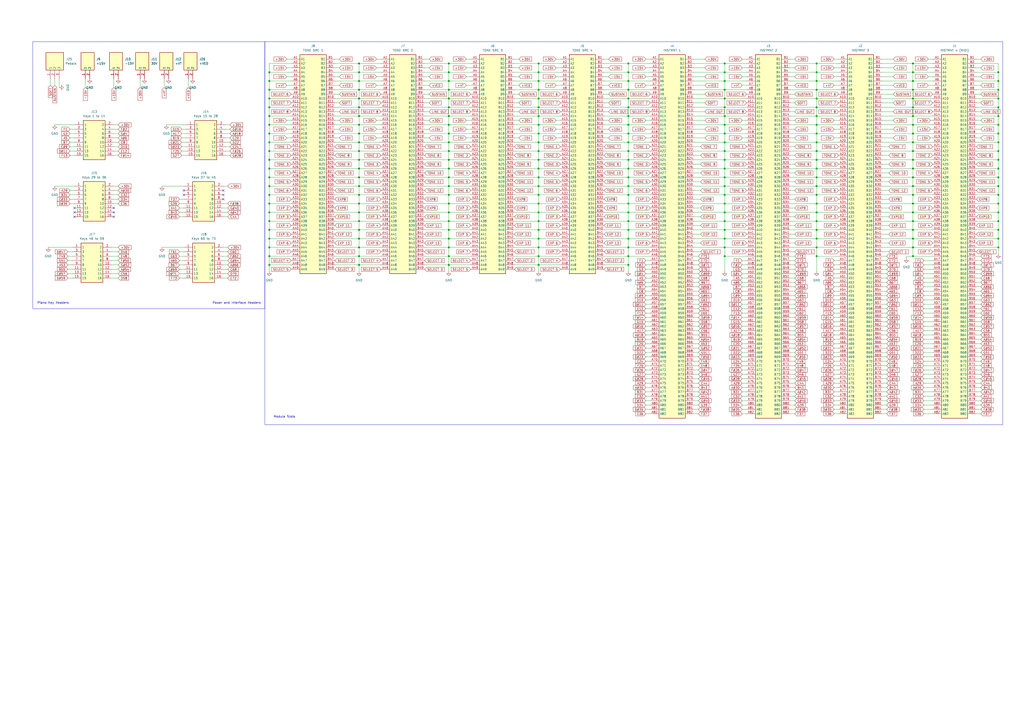
<source format=kicad_sch>
(kicad_sch (version 20230121) (generator eeschema)
  (paper "A2")
  (title_block (title "Lyrebird Piano Recreation") (date "2023-12-04") (rev "1") (company "Paul's Engineering Space"))
  (junction (at 260.35 72.39))
  (junction (at 208.28 72.39))
  (junction (at 420.37 82.55))
  (junction (at 312.42 67.31))
  (junction (at 473.71 118.11))
  (junction (at 208.28 52.07))
  (junction (at 529.59 72.39))
  (junction (at 473.71 107.95))
  (junction (at 364.49 118.11))
  (junction (at 529.59 36.83))
  (junction (at 420.37 62.23))
  (junction (at 260.35 52.07))
  (junction (at 312.42 41.91))
  (junction (at 364.49 82.55))
  (junction (at 420.37 97.79))
  (junction (at 208.28 46.99))
  (junction (at 364.49 97.79))
  (junction (at 208.28 102.87))
  (junction (at 208.28 128.27))
  (junction (at 579.12 97.79))
  (junction (at 260.35 77.47))
  (junction (at 208.28 113.03))
  (junction (at 364.49 138.43))
  (junction (at 529.59 67.31))
  (junction (at 208.28 143.51))
  (junction (at 529.59 52.07))
  (junction (at 420.37 57.15))
  (junction (at 473.71 102.87))
  (junction (at 473.71 143.51))
  (junction (at 473.71 97.79))
  (junction (at 260.35 46.99))
  (junction (at 156.21 148.59))
  (junction (at 579.12 102.87))
  (junction (at 420.37 41.91))
  (junction (at 312.42 92.71))
  (junction (at 312.42 143.51))
  (junction (at 312.42 57.15))
  (junction (at 529.59 128.27))
  (junction (at 420.37 92.71))
  (junction (at 473.71 113.03))
  (junction (at 156.21 72.39))
  (junction (at 312.42 113.03))
  (junction (at 156.21 118.11))
  (junction (at 156.21 62.23))
  (junction (at 260.35 67.31))
  (junction (at 260.35 97.79))
  (junction (at 529.59 77.47))
  (junction (at 260.35 128.27))
  (junction (at 260.35 133.35))
  (junction (at 420.37 118.11))
  (junction (at 260.35 36.83))
  (junction (at 208.28 148.59))
  (junction (at 156.21 87.63))
  (junction (at 579.12 92.71))
  (junction (at 208.28 138.43))
  (junction (at 208.28 118.11))
  (junction (at 579.12 128.27))
  (junction (at 156.21 52.07))
  (junction (at 420.37 107.95))
  (junction (at 473.71 41.91))
  (junction (at 156.21 113.03))
  (junction (at 473.71 148.59))
  (junction (at 156.21 143.51))
  (junction (at 312.42 138.43))
  (junction (at 529.59 62.23))
  (junction (at 260.35 143.51))
  (junction (at 312.42 123.19))
  (junction (at 260.35 148.59))
  (junction (at 420.37 77.47))
  (junction (at 156.21 57.15))
  (junction (at 364.49 153.67))
  (junction (at 579.12 133.35))
  (junction (at 260.35 153.67))
  (junction (at 156.21 102.87))
  (junction (at 156.21 82.55))
  (junction (at 312.42 82.55))
  (junction (at 260.35 107.95))
  (junction (at 208.28 57.15))
  (junction (at 260.35 92.71))
  (junction (at 312.42 87.63))
  (junction (at 473.71 92.71))
  (junction (at 156.21 153.67))
  (junction (at 420.37 148.59))
  (junction (at 364.49 46.99))
  (junction (at 208.28 153.67))
  (junction (at 529.59 123.19))
  (junction (at 364.49 113.03))
  (junction (at 420.37 72.39))
  (junction (at 364.49 67.31))
  (junction (at 364.49 148.59))
  (junction (at 156.21 67.31))
  (junction (at 260.35 113.03))
  (junction (at 364.49 72.39))
  (junction (at 260.35 118.11))
  (junction (at 579.12 46.99))
  (junction (at 156.21 41.91))
  (junction (at 529.59 41.91))
  (junction (at 364.49 41.91))
  (junction (at 312.42 128.27))
  (junction (at 260.35 62.23))
  (junction (at 260.35 87.63))
  (junction (at 156.21 92.71))
  (junction (at 529.59 148.59))
  (junction (at 312.42 148.59))
  (junction (at 579.12 62.23))
  (junction (at 473.71 128.27))
  (junction (at 208.28 107.95))
  (junction (at 364.49 92.71))
  (junction (at 156.21 128.27))
  (junction (at 473.71 46.99))
  (junction (at 156.21 46.99))
  (junction (at 579.12 123.19))
  (junction (at 420.37 67.31))
  (junction (at 312.42 133.35))
  (junction (at 473.71 138.43))
  (junction (at 364.49 62.23))
  (junction (at 579.12 82.55))
  (junction (at 473.71 77.47))
  (junction (at 579.12 113.03))
  (junction (at 529.59 97.79))
  (junction (at 260.35 57.15))
  (junction (at 312.42 77.47))
  (junction (at 579.12 41.91))
  (junction (at 579.12 143.51))
  (junction (at 420.37 36.83))
  (junction (at 364.49 52.07))
  (junction (at 420.37 138.43))
  (junction (at 473.71 82.55))
  (junction (at 364.49 36.83))
  (junction (at 156.21 123.19))
  (junction (at 529.59 118.11))
  (junction (at 312.42 102.87))
  (junction (at 260.35 138.43))
  (junction (at 208.28 97.79))
  (junction (at 579.12 107.95))
  (junction (at 260.35 123.19))
  (junction (at 529.59 107.95))
  (junction (at 579.12 57.15))
  (junction (at 420.37 87.63))
  (junction (at 156.21 97.79))
  (junction (at 312.42 46.99))
  (junction (at 420.37 113.03))
  (junction (at 579.12 118.11))
  (junction (at 208.28 41.91))
  (junction (at 579.12 67.31))
  (junction (at 312.42 118.11))
  (junction (at 529.59 133.35))
  (junction (at 473.71 72.39))
  (junction (at 529.59 46.99))
  (junction (at 364.49 107.95))
  (junction (at 312.42 52.07))
  (junction (at 473.71 62.23))
  (junction (at 208.28 92.71))
  (junction (at 529.59 87.63))
  (junction (at 364.49 133.35))
  (junction (at 529.59 113.03))
  (junction (at 420.37 128.27))
  (junction (at 364.49 128.27))
  (junction (at 529.59 92.71))
  (junction (at 473.71 87.63))
  (junction (at 312.42 62.23))
  (junction (at 529.59 82.55))
  (junction (at 364.49 57.15))
  (junction (at 156.21 133.35))
  (junction (at 529.59 143.51))
  (junction (at 364.49 77.47))
  (junction (at 156.21 107.95))
  (junction (at 529.59 138.43))
  (junction (at 208.28 67.31))
  (junction (at 420.37 102.87))
  (junction (at 579.12 72.39))
  (junction (at 420.37 52.07))
  (junction (at 579.12 52.07))
  (junction (at 364.49 123.19))
  (junction (at 208.28 62.23))
  (junction (at 420.37 46.99))
  (junction (at 312.42 97.79))
  (junction (at 312.42 36.83))
  (junction (at 473.71 57.15))
  (junction (at 529.59 57.15))
  (junction (at 579.12 138.43))
  (junction (at 208.28 77.47))
  (junction (at 473.71 52.07))
  (junction (at 156.21 138.43))
  (junction (at 420.37 133.35))
  (junction (at 208.28 133.35))
  (junction (at 473.71 36.83))
  (junction (at 312.42 153.67))
  (junction (at 208.28 82.55))
  (junction (at 312.42 107.95))
  (junction (at 312.42 72.39))
  (junction (at 208.28 36.83))
  (junction (at 260.35 41.91))
  (junction (at 364.49 143.51))
  (junction (at 420.37 143.51))
  (junction (at 579.12 77.47))
  (junction (at 156.21 77.47))
  (junction (at 473.71 123.19))
  (junction (at 473.71 67.31))
  (junction (at 364.49 102.87))
  (junction (at 579.12 87.63))
  (junction (at 529.59 102.87))
  (junction (at 420.37 123.19))
  (junction (at 260.35 102.87))
  (junction (at 473.71 133.35))
  (junction (at 364.49 87.63))
  (junction (at 208.28 123.19))
  (junction (at 260.35 82.55))
  (junction (at 208.28 87.63))
  (no_connect (at 43.18 123.19))
  (no_connect (at 43.18 125.73))
  (no_connect (at 129.54 115.57))
  (no_connect (at 106.68 113.03))
  (no_connect (at 66.04 125.73))
  (no_connect (at 66.04 123.19))
  (no_connect (at 43.18 120.65))
  (no_connect (at 106.68 110.49))
  (no_connect (at 66.04 120.65))
  (no_connect (at 129.54 113.03))
  (no_connect (at 129.54 110.49))
  (wire (pts (xy 260.35 102.87) (xy 260.35 107.95)))
  (wire (pts (xy 194.31 62.23) (xy 208.28 62.23)))
  (wire (pts (xy 298.45 97.79) (xy 312.42 97.79)))
  (wire (pts (xy 374.65 179.07) (xy 377.19 179.07)))
  (wire (pts (xy 374.65 69.85) (xy 377.19 69.85)))
  (wire (pts (xy 529.59 62.23) (xy 529.59 67.31)))
  (wire (pts (xy 420.37 107.95) (xy 433.07 107.95)))
  (wire (pts (xy 156.21 148.59) (xy 168.91 148.59)))
  (wire (pts (xy 568.96 227.33) (xy 566.42 227.33)))
  (wire (pts (xy 402.59 176.53) (xy 405.13 176.53)))
  (wire (pts (xy 514.35 224.79) (xy 511.81 224.79)))
  (wire (pts (xy 260.35 138.43) (xy 273.05 138.43)))
  (wire (pts (xy 350.52 57.15) (xy 364.49 57.15)))
  (wire (pts (xy 430.53 237.49) (xy 433.07 237.49)))
  (wire (pts (xy 312.42 46.99) (xy 325.12 46.99)))
  (wire (pts (xy 298.45 123.19) (xy 312.42 123.19)))
  (wire (pts (xy 420.37 118.11) (xy 433.07 118.11)))
  (wire (pts (xy 535.94 222.25) (xy 541.02 222.25)))
  (wire (pts (xy 374.65 219.71) (xy 377.19 219.71)))
  (wire (pts (xy 270.51 34.29) (xy 273.05 34.29)))
  (wire (pts (xy 406.4 140.97) (xy 402.59 140.97)))
  (wire (pts (xy 402.59 57.15) (xy 420.37 57.15)))
  (wire (pts (xy 246.38 87.63) (xy 260.35 87.63)))
  (wire (pts (xy 260.35 153.67) (xy 273.05 153.67)))
  (wire (pts (xy 406.4 115.57) (xy 402.59 115.57)))
  (wire (pts (xy 461.01 240.03) (xy 458.47 240.03)))
  (wire (pts (xy 364.49 92.71) (xy 377.19 92.71)))
  (wire (pts (xy 402.59 173.99) (xy 405.13 173.99)))
  (wire (pts (xy 483.87 49.53) (xy 486.41 49.53)))
  (wire (pts (xy 132.08 107.95) (xy 129.54 107.95)))
  (wire (pts (xy 156.21 102.87) (xy 168.91 102.87)))
  (wire (pts (xy 40.64 80.01) (xy 43.18 80.01)))
  (wire (pts (xy 402.59 199.39) (xy 405.13 199.39)))
  (wire (pts (xy 420.37 128.27) (xy 433.07 128.27)))
  (wire (pts (xy 511.81 67.31) (xy 529.59 67.31)))
  (wire (pts (xy 511.81 39.37) (xy 518.16 39.37)))
  (wire (pts (xy 156.21 57.15) (xy 156.21 62.23)))
  (wire (pts (xy 529.59 107.95) (xy 541.02 107.95)))
  (wire (pts (xy 529.59 138.43) (xy 529.59 143.51)))
  (wire (pts (xy 374.65 173.99) (xy 377.19 173.99)))
  (wire (pts (xy 194.31 41.91) (xy 208.28 41.91)))
  (wire (pts (xy 430.53 173.99) (xy 433.07 173.99)))
  (wire (pts (xy 430.53 186.69) (xy 433.07 186.69)))
  (wire (pts (xy 473.71 138.43) (xy 486.41 138.43)))
  (wire (pts (xy 473.71 148.59) (xy 486.41 148.59)))
  (wire (pts (xy 539.75 69.85) (xy 541.02 69.85)))
  (wire (pts (xy 458.47 46.99) (xy 473.71 46.99)))
  (wire (pts (xy 208.28 97.79) (xy 220.98 97.79)))
  (wire (pts (xy 514.35 163.83) (xy 511.81 163.83)))
  (wire (pts (xy 156.21 67.31) (xy 168.91 67.31)))
  (wire (pts (xy 194.31 34.29) (xy 196.85 34.29)))
  (wire (pts (xy 246.38 62.23) (xy 260.35 62.23)))
  (wire (pts (xy 566.42 72.39) (xy 579.12 72.39)))
  (wire (pts (xy 208.28 138.43) (xy 208.28 143.51)))
  (wire (pts (xy 420.37 87.63) (xy 420.37 92.71)))
  (wire (pts (xy 483.87 156.21) (xy 486.41 156.21)))
  (wire (pts (xy 246.38 34.29) (xy 248.92 34.29)))
  (wire (pts (xy 566.42 57.15) (xy 579.12 57.15)))
  (wire (pts (xy 364.49 82.55) (xy 377.19 82.55)))
  (wire (pts (xy 156.21 107.95) (xy 156.21 113.03)))
  (wire (pts (xy 430.53 39.37) (xy 433.07 39.37)))
  (wire (pts (xy 350.52 102.87) (xy 364.49 102.87)))
  (wire (pts (xy 312.42 123.19) (xy 325.12 123.19)))
  (wire (pts (xy 535.94 196.85) (xy 541.02 196.85)))
  (wire (pts (xy 420.37 138.43) (xy 433.07 138.43)))
  (wire (pts (xy 566.42 49.53) (xy 568.96 49.53)))
  (wire (pts (xy 104.14 158.75) (xy 106.68 158.75)))
  (wire (pts (xy 298.45 118.11) (xy 312.42 118.11)))
  (wire (pts (xy 406.4 110.49) (xy 402.59 110.49)))
  (wire (pts (xy 461.01 85.09) (xy 458.47 85.09)))
  (wire (pts (xy 483.87 189.23) (xy 486.41 189.23)))
  (wire (pts (xy 374.65 209.55) (xy 377.19 209.55)))
  (wire (pts (xy 156.21 97.79) (xy 168.91 97.79)))
  (wire (pts (xy 364.49 102.87) (xy 364.49 107.95)))
  (wire (pts (xy 420.37 57.15) (xy 433.07 57.15)))
  (wire (pts (xy 133.35 85.09) (xy 130.81 85.09)))
  (wire (pts (xy 156.21 57.15) (xy 168.91 57.15)))
  (wire (pts (xy 535.94 153.67) (xy 541.02 153.67)))
  (wire (pts (xy 473.71 46.99) (xy 486.41 46.99)))
  (wire (pts (xy 260.35 128.27) (xy 273.05 128.27)))
  (wire (pts (xy 156.21 128.27) (xy 156.21 133.35)))
  (wire (pts (xy 461.01 135.89) (xy 458.47 135.89)))
  (wire (pts (xy 402.59 67.31) (xy 420.37 67.31)))
  (wire (pts (xy 483.87 69.85) (xy 486.41 69.85)))
  (wire (pts (xy 535.94 176.53) (xy 541.02 176.53)))
  (wire (pts (xy 208.28 67.31) (xy 208.28 72.39)))
  (wire (pts (xy 68.58 158.75) (xy 64.77 158.75)))
  (wire (pts (xy 402.59 229.87) (xy 405.13 229.87)))
  (wire (pts (xy 458.47 39.37) (xy 461.01 39.37)))
  (wire (pts (xy 566.42 41.91) (xy 579.12 41.91)))
  (wire (pts (xy 430.53 158.75) (xy 433.07 158.75)))
  (wire (pts (xy 260.35 72.39) (xy 260.35 77.47)))
  (wire (pts (xy 566.42 118.11) (xy 579.12 118.11)))
  (wire (pts (xy 402.59 92.71) (xy 420.37 92.71)))
  (wire (pts (xy 473.71 128.27) (xy 486.41 128.27)))
  (wire (pts (xy 535.94 166.37) (xy 541.02 166.37)))
  (wire (pts (xy 529.59 92.71) (xy 541.02 92.71)))
  (wire (pts (xy 420.37 72.39) (xy 420.37 77.47)))
  (wire (pts (xy 483.87 184.15) (xy 486.41 184.15)))
  (wire (pts (xy 194.31 82.55) (xy 208.28 82.55)))
  (wire (pts (xy 461.01 176.53) (xy 458.47 176.53)))
  (wire (pts (xy 430.53 179.07) (xy 433.07 179.07)))
  (wire (pts (xy 483.87 80.01) (xy 486.41 80.01)))
  (wire (pts (xy 248.92 54.61) (xy 246.38 54.61)))
  (wire (pts (xy 430.53 224.79) (xy 433.07 224.79)))
  (wire (pts (xy 260.35 87.63) (xy 273.05 87.63)))
  (wire (pts (xy 312.42 57.15) (xy 312.42 62.23)))
  (wire (pts (xy 312.42 36.83) (xy 325.12 36.83)))
  (wire (pts (xy 458.47 138.43) (xy 473.71 138.43)))
  (wire (pts (xy 350.52 69.85) (xy 353.06 69.85)))
  (wire (pts (xy 374.65 191.77) (xy 377.19 191.77)))
  (wire (pts (xy 568.96 209.55) (xy 566.42 209.55)))
  (wire (pts (xy 402.59 148.59) (xy 405.13 148.59)))
  (wire (pts (xy 312.42 57.15) (xy 325.12 57.15)))
  (wire (pts (xy 515.62 140.97) (xy 511.81 140.97)))
  (wire (pts (xy 208.28 41.91) (xy 220.98 41.91)))
  (wire (pts (xy 402.59 237.49) (xy 405.13 237.49)))
  (wire (pts (xy 104.14 156.21) (xy 106.68 156.21)))
  (wire (pts (xy 541.02 39.37) (xy 538.48 39.37)))
  (wire (pts (xy 430.53 227.33) (xy 433.07 227.33)))
  (wire (pts (xy 511.81 133.35) (xy 529.59 133.35)))
  (wire (pts (xy 420.37 82.55) (xy 433.07 82.55)))
  (wire (pts (xy 132.08 153.67) (xy 129.54 153.67)))
  (wire (pts (xy 156.21 113.03) (xy 168.91 113.03)))
  (wire (pts (xy 208.28 118.11) (xy 220.98 118.11)))
  (wire (pts (xy 68.58 77.47) (xy 66.04 77.47)))
  (wire (pts (xy 473.71 128.27) (xy 473.71 133.35)))
  (wire (pts (xy 483.87 196.85) (xy 486.41 196.85)))
  (wire (pts (xy 420.37 143.51) (xy 420.37 148.59)))
  (wire (pts (xy 208.28 67.31) (xy 220.98 67.31)))
  (wire (pts (xy 350.52 138.43) (xy 364.49 138.43)))
  (wire (pts (xy 364.49 41.91) (xy 377.19 41.91)))
  (wire (pts (xy 473.71 92.71) (xy 486.41 92.71)))
  (wire (pts (xy 535.94 158.75) (xy 541.02 158.75)))
  (wire (pts (xy 568.96 168.91) (xy 566.42 168.91)))
  (wire (pts (xy 246.38 128.27) (xy 260.35 128.27)))
  (wire (pts (xy 156.21 118.11) (xy 168.91 118.11)))
  (wire (pts (xy 312.42 133.35) (xy 312.42 138.43)))
  (wire (pts (xy 68.58 74.93) (xy 66.04 74.93)))
  (wire (pts (xy 364.49 77.47) (xy 377.19 77.47)))
  (wire (pts (xy 218.44 80.01) (xy 220.98 80.01)))
  (wire (pts (xy 461.01 115.57) (xy 458.47 115.57)))
  (wire (pts (xy 156.21 92.71) (xy 168.91 92.71)))
  (wire (pts (xy 208.28 133.35) (xy 208.28 138.43)))
  (wire (pts (xy 402.59 36.83) (xy 420.37 36.83)))
  (wire (pts (xy 458.47 123.19) (xy 473.71 123.19)))
  (wire (pts (xy 515.62 100.33) (xy 511.81 100.33)))
  (wire (pts (xy 312.42 46.99) (xy 312.42 52.07)))
  (wire (pts (xy 430.53 171.45) (xy 433.07 171.45)))
  (wire (pts (xy 374.65 151.13) (xy 377.19 151.13)))
  (wire (pts (xy 312.42 128.27) (xy 325.12 128.27)))
  (wire (pts (xy 402.59 138.43) (xy 420.37 138.43)))
  (wire (pts (xy 458.47 54.61) (xy 461.01 54.61)))
  (wire (pts (xy 132.08 148.59) (xy 129.54 148.59)))
  (wire (pts (xy 515.62 110.49) (xy 511.81 110.49)))
  (wire (pts (xy 461.01 151.13) (xy 458.47 151.13)))
  (wire (pts (xy 515.62 115.57) (xy 511.81 115.57)))
  (wire (pts (xy 529.59 138.43) (xy 541.02 138.43)))
  (wire (pts (xy 461.01 125.73) (xy 458.47 125.73)))
  (wire (pts (xy 374.65 232.41) (xy 377.19 232.41)))
  (wire (pts (xy 364.49 62.23) (xy 364.49 67.31)))
  (wire (pts (xy 374.65 229.87) (xy 377.19 229.87)))
  (wire (pts (xy 298.45 107.95) (xy 312.42 107.95)))
  (wire (pts (xy 374.65 186.69) (xy 377.19 186.69)))
  (wire (pts (xy 483.87 171.45) (xy 486.41 171.45)))
  (wire (pts (xy 156.21 46.99) (xy 168.91 46.99)))
  (wire (pts (xy 529.59 113.03) (xy 529.59 118.11)))
  (wire (pts (xy 132.08 125.73) (xy 129.54 125.73)))
  (wire (pts (xy 246.38 52.07) (xy 260.35 52.07)))
  (wire (pts (xy 461.01 110.49) (xy 458.47 110.49)))
  (wire (pts (xy 68.58 118.11) (xy 66.04 118.11)))
  (wire (pts (xy 156.21 82.55) (xy 156.21 87.63)))
  (wire (pts (xy 374.65 176.53) (xy 377.19 176.53)))
  (wire (pts (xy 156.21 72.39) (xy 168.91 72.39)))
  (wire (pts (xy 529.59 77.47) (xy 529.59 82.55)))
  (wire (pts (xy 568.96 171.45) (xy 566.42 171.45)))
  (wire (pts (xy 68.58 82.55) (xy 66.04 82.55)))
  (wire (pts (xy 430.53 196.85) (xy 433.07 196.85)))
  (wire (pts (xy 248.92 74.93) (xy 246.38 74.93)))
  (wire (pts (xy 208.28 57.15) (xy 208.28 62.23)))
  (wire (pts (xy 322.58 34.29) (xy 325.12 34.29)))
  (wire (pts (xy 208.28 113.03) (xy 208.28 118.11)))
  (wire (pts (xy 194.31 138.43) (xy 208.28 138.43)))
  (wire (pts (xy 39.37 153.67) (xy 41.91 153.67)))
  (wire (pts (xy 458.47 107.95) (xy 473.71 107.95)))
  (wire (pts (xy 68.58 151.13) (xy 64.77 151.13)))
  (wire (pts (xy 402.59 49.53) (xy 408.94 49.53)))
  (wire (pts (xy 31.75 49.53) (xy 31.75 45.72)))
  (wire (pts (xy 483.87 194.31) (xy 486.41 194.31)))
  (wire (pts (xy 514.35 168.91) (xy 511.81 168.91)))
  (wire (pts (xy 461.01 100.33) (xy 458.47 100.33)))
  (wire (pts (xy 364.49 72.39) (xy 364.49 77.47)))
  (wire (pts (xy 535.94 199.39) (xy 541.02 199.39)))
  (wire (pts (xy 420.37 102.87) (xy 433.07 102.87)))
  (wire (pts (xy 350.52 97.79) (xy 364.49 97.79)))
  (wire (pts (xy 260.35 118.11) (xy 260.35 123.19)))
  (wire (pts (xy 514.35 227.33) (xy 511.81 227.33)))
  (wire (pts (xy 105.41 90.17) (xy 107.95 90.17)))
  (wire (pts (xy 350.52 62.23) (xy 364.49 62.23)))
  (wire (pts (xy 208.28 77.47) (xy 220.98 77.47)))
  (wire (pts (xy 374.65 44.45) (xy 377.19 44.45)))
  (wire (pts (xy 105.41 82.55) (xy 107.95 82.55)))
  (wire (pts (xy 156.21 87.63) (xy 156.21 92.71)))
  (wire (pts (xy 461.01 204.47) (xy 458.47 204.47)))
  (wire (pts (xy 364.49 46.99) (xy 377.19 46.99)))
  (wire (pts (xy 364.49 92.71) (xy 364.49 97.79)))
  (wire (pts (xy 535.94 232.41) (xy 541.02 232.41)))
  (wire (pts (xy 511.81 72.39) (xy 529.59 72.39)))
  (wire (pts (xy 27.94 143.51) (xy 41.91 143.51)))
  (wire (pts (xy 350.52 92.71) (xy 364.49 92.71)))
  (wire (pts (xy 374.65 227.33) (xy 377.19 227.33)))
  (wire (pts (xy 260.35 138.43) (xy 260.35 143.51)))
  (wire (pts (xy 568.96 184.15) (xy 566.42 184.15)))
  (wire (pts (xy 473.71 57.15) (xy 473.71 62.23)))
  (wire (pts (xy 511.81 69.85) (xy 518.16 69.85)))
  (wire (pts (xy 312.42 113.03) (xy 325.12 113.03)))
  (wire (pts (xy 40.64 82.55) (xy 43.18 82.55)))
  (wire (pts (xy 430.53 240.03) (xy 433.07 240.03)))
  (wire (pts (xy 514.35 156.21) (xy 511.81 156.21)))
  (wire (pts (xy 374.65 163.83) (xy 377.19 163.83)))
  (wire (pts (xy 420.37 72.39) (xy 433.07 72.39)))
  (wire (pts (xy 132.08 118.11) (xy 129.54 118.11)))
  (wire (pts (xy 156.21 133.35) (xy 168.91 133.35)))
  (wire (pts (xy 461.01 161.29) (xy 458.47 161.29)))
  (wire (pts (xy 312.42 102.87) (xy 325.12 102.87)))
  (wire (pts (xy 156.21 138.43) (xy 156.21 143.51)))
  (wire (pts (xy 568.96 232.41) (xy 566.42 232.41)))
  (wire (pts (xy 270.51 80.01) (xy 273.05 80.01)))
  (wire (pts (xy 374.65 74.93) (xy 377.19 74.93)))
  (wire (pts (xy 270.51 49.53) (xy 273.05 49.53)))
  (wire (pts (xy 312.42 128.27) (xy 312.42 133.35)))
  (wire (pts (xy 156.21 133.35) (xy 156.21 138.43)))
  (wire (pts (xy 374.65 153.67) (xy 377.19 153.67)))
  (wire (pts (xy 402.59 224.79) (xy 405.13 224.79)))
  (wire (pts (xy 93.98 107.95) (xy 106.68 107.95)))
  (wire (pts (xy 514.35 171.45) (xy 511.81 171.45)))
  (wire (pts (xy 208.28 148.59) (xy 208.28 153.67)))
  (wire (pts (xy 208.28 62.23) (xy 208.28 67.31)))
  (wire (pts (xy 194.31 153.67) (xy 208.28 153.67)))
  (wire (pts (xy 133.35 72.39) (xy 130.81 72.39)))
  (wire (pts (xy 312.42 67.31) (xy 325.12 67.31)))
  (wire (pts (xy 461.01 179.07) (xy 458.47 179.07)))
  (wire (pts (xy 430.53 184.15) (xy 433.07 184.15)))
  (wire (pts (xy 402.59 204.47) (xy 405.13 204.47)))
  (wire (pts (xy 109.22 50.8) (xy 109.22 45.72)))
  (wire (pts (xy 208.28 148.59) (xy 220.98 148.59)))
  (wire (pts (xy 208.28 92.71) (xy 220.98 92.71)))
  (wire (pts (xy 473.71 102.87) (xy 486.41 102.87)))
  (wire (pts (xy 579.12 52.07) (xy 579.12 57.15)))
  (wire (pts (xy 529.59 36.83) (xy 529.59 41.91)))
  (wire (pts (xy 420.37 123.19) (xy 433.07 123.19)))
  (wire (pts (xy 156.21 77.47) (xy 156.21 82.55)))
  (wire (pts (xy 40.64 87.63) (xy 43.18 87.63)))
  (wire (pts (xy 535.94 189.23) (xy 541.02 189.23)))
  (wire (pts (xy 483.87 234.95) (xy 486.41 234.95)))
  (wire (pts (xy 473.71 77.47) (xy 486.41 77.47)))
  (wire (pts (xy 529.59 82.55) (xy 541.02 82.55)))
  (wire (pts (xy 461.01 148.59) (xy 458.47 148.59)))
  (wire (pts (xy 270.51 69.85) (xy 273.05 69.85)))
  (wire (pts (xy 194.31 80.01) (xy 196.85 80.01)))
  (wire (pts (xy 420.37 92.71) (xy 433.07 92.71)))
  (wire (pts (xy 350.52 148.59) (xy 364.49 148.59)))
  (wire (pts (xy 350.52 123.19) (xy 364.49 123.19)))
  (wire (pts (xy 402.59 191.77) (xy 405.13 191.77)))
  (wire (pts (xy 246.38 46.99) (xy 260.35 46.99)))
  (wire (pts (xy 402.59 128.27) (xy 420.37 128.27)))
  (wire (pts (xy 514.35 229.87) (xy 511.81 229.87)))
  (wire (pts (xy 312.42 102.87) (xy 312.42 107.95)))
  (wire (pts (xy 312.42 62.23) (xy 312.42 67.31)))
  (wire (pts (xy 473.71 123.19) (xy 473.71 128.27)))
  (wire (pts (xy 260.35 52.07) (xy 273.05 52.07)))
  (wire (pts (xy 461.01 171.45) (xy 458.47 171.45)))
  (wire (pts (xy 31.75 107.95) (xy 43.18 107.95)))
  (wire (pts (xy 568.96 201.93) (xy 566.42 201.93)))
  (wire (pts (xy 430.53 151.13) (xy 433.07 151.13)))
  (wire (pts (xy 402.59 161.29) (xy 405.13 161.29)))
  (wire (pts (xy 260.35 133.35) (xy 273.05 133.35)))
  (wire (pts (xy 166.37 34.29) (xy 168.91 34.29)))
  (wire (pts (xy 364.49 82.55) (xy 364.49 87.63)))
  (wire (pts (xy 156.21 123.19) (xy 168.91 123.19)))
  (wire (pts (xy 350.52 46.99) (xy 364.49 46.99)))
  (wire (pts (xy 246.38 41.91) (xy 260.35 41.91)))
  (wire (pts (xy 322.58 74.93) (xy 325.12 74.93)))
  (wire (pts (xy 461.01 130.81) (xy 458.47 130.81)))
  (wire (pts (xy 473.71 123.19) (xy 486.41 123.19)))
  (wire (pts (xy 461.01 181.61) (xy 458.47 181.61)))
  (wire (pts (xy 529.59 67.31) (xy 541.02 67.31)))
  (wire (pts (xy 402.59 133.35) (xy 420.37 133.35)))
  (wire (pts (xy 529.59 46.99) (xy 529.59 52.07)))
  (wire (pts (xy 514.35 204.47) (xy 511.81 204.47)))
  (wire (pts (xy 473.71 133.35) (xy 473.71 138.43)))
  (wire (pts (xy 312.42 113.03) (xy 312.42 118.11)))
  (wire (pts (xy 473.71 62.23) (xy 473.71 67.31)))
  (wire (pts (xy 473.71 143.51) (xy 473.71 148.59)))
  (wire (pts (xy 208.28 41.91) (xy 208.28 46.99)))
  (wire (pts (xy 156.21 102.87) (xy 156.21 107.95)))
  (wire (pts (xy 402.59 201.93) (xy 405.13 201.93)))
  (wire (pts (xy 68.58 156.21) (xy 64.77 156.21)))
  (wire (pts (xy 483.87 74.93) (xy 486.41 74.93)))
  (wire (pts (xy 402.59 219.71) (xy 405.13 219.71)))
  (wire (pts (xy 208.28 107.95) (xy 208.28 113.03)))
  (wire (pts (xy 402.59 171.45) (xy 405.13 171.45)))
  (wire (pts (xy 350.52 67.31) (xy 364.49 67.31)))
  (wire (pts (xy 483.87 173.99) (xy 486.41 173.99)))
  (wire (pts (xy 458.47 82.55) (xy 473.71 82.55)))
  (wire (pts (xy 312.42 82.55) (xy 325.12 82.55)))
  (wire (pts (xy 402.59 80.01) (xy 408.94 80.01)))
  (wire (pts (xy 541.02 34.29) (xy 538.48 34.29)))
  (wire (pts (xy 300.99 74.93) (xy 298.45 74.93)))
  (wire (pts (xy 402.59 52.07) (xy 420.37 52.07)))
  (wire (pts (xy 208.28 113.03) (xy 220.98 113.03)))
  (wire (pts (xy 461.01 194.31) (xy 458.47 194.31)))
  (wire (pts (xy 298.45 87.63) (xy 312.42 87.63)))
  (wire (pts (xy 68.58 146.05) (xy 64.77 146.05)))
  (wire (pts (xy 514.35 191.77) (xy 511.81 191.77)))
  (wire (pts (xy 196.85 54.61) (xy 194.31 54.61)))
  (wire (pts (xy 312.42 138.43) (xy 312.42 143.51)))
  (wire (pts (xy 298.45 57.15) (xy 312.42 57.15)))
  (wire (pts (xy 312.42 148.59) (xy 312.42 153.67)))
  (wire (pts (xy 353.06 74.93) (xy 350.52 74.93)))
  (wire (pts (xy 514.35 222.25) (xy 511.81 222.25)))
  (wire (pts (xy 350.52 72.39) (xy 364.49 72.39)))
  (wire (pts (xy 430.53 222.25) (xy 433.07 222.25)))
  (wire (pts (xy 483.87 166.37) (xy 486.41 166.37)))
  (wire (pts (xy 483.87 214.63) (xy 486.41 214.63)))
  (wire (pts (xy 194.31 102.87) (xy 208.28 102.87)))
  (wire (pts (xy 156.21 67.31) (xy 156.21 72.39)))
  (wire (pts (xy 461.01 189.23) (xy 458.47 189.23)))
  (wire (pts (xy 483.87 217.17) (xy 486.41 217.17)))
  (wire (pts (xy 208.28 52.07) (xy 208.28 57.15)))
  (wire (pts (xy 374.65 181.61) (xy 377.19 181.61)))
  (wire (pts (xy 458.47 74.93) (xy 461.01 74.93)))
  (wire (pts (xy 246.38 72.39) (xy 260.35 72.39)))
  (wire (pts (xy 535.94 171.45) (xy 541.02 171.45)))
  (wire (pts (xy 514.35 181.61) (xy 511.81 181.61)))
  (wire (pts (xy 514.35 237.49) (xy 511.81 237.49)))
  (wire (pts (xy 312.42 72.39) (xy 312.42 77.47)))
  (wire (pts (xy 156.21 41.91) (xy 156.21 46.99)))
  (wire (pts (xy 246.38 113.03) (xy 260.35 113.03)))
  (wire (pts (xy 529.59 72.39) (xy 529.59 77.47)))
  (wire (pts (xy 535.94 191.77) (xy 541.02 191.77)))
  (wire (pts (xy 473.71 82.55) (xy 486.41 82.55)))
  (wire (pts (xy 104.14 123.19) (xy 106.68 123.19)))
  (wire (pts (xy 511.81 34.29) (xy 518.16 34.29)))
  (wire (pts (xy 579.12 113.03) (xy 579.12 118.11)))
  (wire (pts (xy 458.47 92.71) (xy 473.71 92.71)))
  (wire (pts (xy 511.81 41.91) (xy 529.59 41.91)))
  (wire (pts (xy 566.42 107.95) (xy 579.12 107.95)))
  (wire (pts (xy 208.28 36.83) (xy 220.98 36.83)))
  (wire (pts (xy 81.28 50.8) (xy 81.28 45.72)))
  (wire (pts (xy 568.96 212.09) (xy 566.42 212.09)))
  (wire (pts (xy 420.37 97.79) (xy 433.07 97.79)))
  (wire (pts (xy 194.31 113.03) (xy 208.28 113.03)))
  (wire (pts (xy 529.59 87.63) (xy 529.59 92.71)))
  (wire (pts (xy 473.71 113.03) (xy 473.71 118.11)))
  (wire (pts (xy 402.59 240.03) (xy 405.13 240.03)))
  (wire (pts (xy 430.53 163.83) (xy 433.07 163.83)))
  (wire (pts (xy 300.99 39.37) (xy 298.45 39.37)))
  (wire (pts (xy 312.42 118.11) (xy 325.12 118.11)))
  (wire (pts (xy 350.52 80.01) (xy 353.06 80.01)))
  (wire (pts (xy 515.62 85.09) (xy 511.81 85.09)))
  (wire (pts (xy 566.42 97.79) (xy 579.12 97.79)))
  (wire (pts (xy 364.49 128.27) (xy 377.19 128.27)))
  (wire (pts (xy 535.94 186.69) (xy 541.02 186.69)))
  (wire (pts (xy 535.94 161.29) (xy 541.02 161.29)))
  (wire (pts (xy 208.28 92.71) (xy 208.28 97.79)))
  (wire (pts (xy 374.65 34.29) (xy 377.19 34.29)))
  (wire (pts (xy 420.37 67.31) (xy 420.37 72.39)))
  (wire (pts (xy 350.52 128.27) (xy 364.49 128.27)))
  (wire (pts (xy 364.49 36.83) (xy 364.49 41.91)))
  (wire (pts (xy 458.47 69.85) (xy 461.01 69.85)))
  (wire (pts (xy 535.94 184.15) (xy 541.02 184.15)))
  (wire (pts (xy 364.49 97.79) (xy 364.49 102.87)))
  (wire (pts (xy 132.08 120.65) (xy 129.54 120.65)))
  (wire (pts (xy 535.94 207.01) (xy 541.02 207.01)))
  (wire (pts (xy 96.52 72.39) (xy 107.95 72.39)))
  (wire (pts (xy 515.62 130.81) (xy 511.81 130.81)))
  (wire (pts (xy 364.49 67.31) (xy 364.49 72.39)))
  (wire (pts (xy 402.59 166.37) (xy 405.13 166.37)))
  (wire (pts (xy 105.41 74.93) (xy 107.95 74.93)))
  (wire (pts (xy 461.01 140.97) (xy 458.47 140.97)))
  (wire (pts (xy 194.31 92.71) (xy 208.28 92.71)))
  (wire (pts (xy 511.81 118.11) (xy 529.59 118.11)))
  (wire (pts (xy 364.49 46.99) (xy 364.49 52.07)))
  (wire (pts (xy 402.59 156.21) (xy 405.13 156.21)))
  (wire (pts (xy 420.37 143.51) (xy 433.07 143.51)))
  (wire (pts (xy 104.14 151.13) (xy 106.68 151.13)))
  (wire (pts (xy 246.38 57.15) (xy 260.35 57.15)))
  (wire (pts (xy 511.81 102.87) (xy 529.59 102.87)))
  (wire (pts (xy 364.49 41.91) (xy 364.49 46.99)))
  (wire (pts (xy 514.35 217.17) (xy 511.81 217.17)))
  (wire (pts (xy 218.44 34.29) (xy 220.98 34.29)))
  (wire (pts (xy 364.49 118.11) (xy 364.49 123.19)))
  (wire (pts (xy 511.81 87.63) (xy 529.59 87.63)))
  (wire (pts (xy 568.96 153.67) (xy 566.42 153.67)))
  (wire (pts (xy 514.35 199.39) (xy 511.81 199.39)))
  (wire (pts (xy 374.65 199.39) (xy 377.19 199.39)))
  (wire (pts (xy 374.65 194.31) (xy 377.19 194.31)))
  (wire (pts (xy 529.59 77.47) (xy 541.02 77.47)))
  (wire (pts (xy 402.59 123.19) (xy 420.37 123.19)))
  (wire (pts (xy 132.08 151.13) (xy 129.54 151.13)))
  (wire (pts (xy 156.21 46.99) (xy 156.21 52.07)))
  (wire (pts (xy 364.49 148.59) (xy 364.49 153.67)))
  (wire (pts (xy 350.52 52.07) (xy 364.49 52.07)))
  (wire (pts (xy 566.42 44.45) (xy 568.96 44.45)))
  (wire (pts (xy 208.28 123.19) (xy 220.98 123.19)))
  (wire (pts (xy 208.28 138.43) (xy 220.98 138.43)))
  (wire (pts (xy 104.14 120.65) (xy 106.68 120.65)))
  (wire (pts (xy 579.12 92.71) (xy 579.12 97.79)))
  (wire (pts (xy 260.35 157.48) (xy 260.35 153.67)))
  (wire (pts (xy 156.21 87.63) (xy 168.91 87.63)))
  (wire (pts (xy 529.59 97.79) (xy 529.59 102.87)))
  (wire (pts (xy 514.35 240.03) (xy 511.81 240.03)))
  (wire (pts (xy 568.96 148.59) (xy 566.42 148.59)))
  (wire (pts (xy 430.53 49.53) (xy 433.07 49.53)))
  (wire (pts (xy 473.71 46.99) (xy 473.71 52.07)))
  (wire (pts (xy 514.35 158.75) (xy 511.81 158.75)))
  (wire (pts (xy 402.59 118.11) (xy 420.37 118.11)))
  (wire (pts (xy 430.53 194.31) (xy 433.07 194.31)))
  (wire (pts (xy 133.35 80.01) (xy 130.81 80.01)))
  (wire (pts (xy 68.58 143.51) (xy 64.77 143.51)))
  (wire (pts (xy 298.45 72.39) (xy 312.42 72.39)))
  (wire (pts (xy 194.31 118.11) (xy 208.28 118.11)))
  (wire (pts (xy 298.45 138.43) (xy 312.42 138.43)))
  (wire (pts (xy 402.59 179.07) (xy 405.13 179.07)))
  (wire (pts (xy 529.59 97.79) (xy 541.02 97.79)))
  (wire (pts (xy 568.96 80.01) (xy 566.42 80.01)))
  (wire (pts (xy 260.35 67.31) (xy 260.35 72.39)))
  (wire (pts (xy 406.4 90.17) (xy 402.59 90.17)))
  (wire (pts (xy 473.71 62.23) (xy 486.41 62.23)))
  (wire (pts (xy 353.06 39.37) (xy 350.52 39.37)))
  (wire (pts (xy 579.12 87.63) (xy 579.12 92.71)))
  (wire (pts (xy 364.49 77.47) (xy 364.49 82.55)))
  (wire (pts (xy 364.49 57.15) (xy 364.49 62.23)))
  (wire (pts (xy 514.35 207.01) (xy 511.81 207.01)))
  (wire (pts (xy 208.28 123.19) (xy 208.28 128.27)))
  (wire (pts (xy 473.71 143.51) (xy 486.41 143.51)))
  (wire (pts (xy 350.52 87.63) (xy 364.49 87.63)))
  (wire (pts (xy 483.87 207.01) (xy 486.41 207.01)))
  (wire (pts (xy 248.92 64.77) (xy 246.38 64.77)))
  (wire (pts (xy 514.35 176.53) (xy 511.81 176.53)))
  (wire (pts (xy 40.64 74.93) (xy 43.18 74.93)))
  (wire (pts (xy 529.59 107.95) (xy 529.59 113.03)))
  (wire (pts (xy 473.71 118.11) (xy 486.41 118.11)))
  (wire (pts (xy 402.59 41.91) (xy 420.37 41.91)))
  (wire (pts (xy 260.35 97.79) (xy 273.05 97.79)))
  (wire (pts (xy 156.21 36.83) (xy 156.21 41.91)))
  (wire (pts (xy 364.49 102.87) (xy 377.19 102.87)))
  (wire (pts (xy 39.37 161.29) (xy 41.91 161.29)))
  (wire (pts (xy 156.21 52.07) (xy 168.91 52.07)))
  (wire (pts (xy 364.49 107.95) (xy 364.49 113.03)))
  (wire (pts (xy 374.65 158.75) (xy 377.19 158.75)))
  (wire (pts (xy 483.87 219.71) (xy 486.41 219.71)))
  (wire (pts (xy 535.94 179.07) (xy 541.02 179.07)))
  (wire (pts (xy 166.37 39.37) (xy 168.91 39.37)))
  (wire (pts (xy 364.49 113.03) (xy 364.49 118.11)))
  (wire (pts (xy 402.59 46.99) (xy 420.37 46.99)))
  (wire (pts (xy 511.81 143.51) (xy 529.59 143.51)))
  (wire (pts (xy 568.96 69.85) (xy 566.42 69.85)))
  (wire (pts (xy 312.42 36.83) (xy 312.42 41.91)))
  (wire (pts (xy 568.96 34.29) (xy 566.42 34.29)))
  (wire (pts (xy 312.42 77.47) (xy 325.12 77.47)))
  (wire (pts (xy 568.96 74.93) (xy 566.42 74.93)))
  (wire (pts (xy 406.4 95.25) (xy 402.59 95.25)))
  (wire (pts (xy 350.52 153.67) (xy 364.49 153.67)))
  (wire (pts (xy 39.37 148.59) (xy 41.91 148.59)))
  (wire (pts (xy 218.44 49.53) (xy 220.98 49.53)))
  (wire (pts (xy 260.35 143.51) (xy 273.05 143.51)))
  (wire (pts (xy 260.35 77.47) (xy 260.35 82.55)))
  (wire (pts (xy 511.81 74.93) (xy 518.16 74.93)))
  (wire (pts (xy 473.71 41.91) (xy 486.41 41.91)))
  (wire (pts (xy 473.71 52.07) (xy 486.41 52.07)))
  (wire (pts (xy 208.28 97.79) (xy 208.28 102.87)))
  (wire (pts (xy 402.59 232.41) (xy 405.13 232.41)))
  (wire (pts (xy 430.53 219.71) (xy 433.07 219.71)))
  (wire (pts (xy 420.37 148.59) (xy 420.37 157.48)))
  (wire (pts (xy 208.28 72.39) (xy 208.28 77.47)))
  (wire (pts (xy 104.14 115.57) (xy 106.68 115.57)))
  (wire (pts (xy 483.87 240.03) (xy 486.41 240.03)))
  (wire (pts (xy 511.81 128.27) (xy 529.59 128.27)))
  (wire (pts (xy 208.28 102.87) (xy 220.98 102.87)))
  (wire (pts (xy 350.52 34.29) (xy 353.06 34.29)))
  (wire (pts (xy 461.01 227.33) (xy 458.47 227.33)))
  (wire (pts (xy 402.59 227.33) (xy 405.13 227.33)))
  (wire (pts (xy 406.4 146.05) (xy 402.59 146.05)))
  (wire (pts (xy 568.96 166.37) (xy 566.42 166.37)))
  (wire (pts (xy 420.37 57.15) (xy 420.37 62.23)))
  (wire (pts (xy 568.96 156.21) (xy 566.42 156.21)))
  (wire (pts (xy 133.35 87.63) (xy 130.81 87.63)))
  (wire (pts (xy 529.59 113.03) (xy 541.02 113.03)))
  (wire (pts (xy 458.47 133.35) (xy 473.71 133.35)))
  (wire (pts (xy 529.59 143.51) (xy 529.59 148.59)))
  (wire (pts (xy 156.21 157.48) (xy 156.21 153.67)))
  (wire (pts (xy 166.37 74.93) (xy 168.91 74.93)))
  (wire (pts (xy 208.28 153.67) (xy 220.98 153.67)))
  (wire (pts (xy 402.59 189.23) (xy 405.13 189.23)))
  (wire (pts (xy 483.87 34.29) (xy 486.41 34.29)))
  (wire (pts (xy 260.35 82.55) (xy 260.35 87.63)))
  (wire (pts (xy 514.35 219.71) (xy 511.81 219.71)))
  (wire (pts (xy 461.01 222.25) (xy 458.47 222.25)))
  (wire (pts (xy 461.01 201.93) (xy 458.47 201.93)))
  (wire (pts (xy 194.31 44.45) (xy 196.85 44.45)))
  (wire (pts (xy 579.12 107.95) (xy 579.12 113.03)))
  (wire (pts (xy 298.45 128.27) (xy 312.42 128.27)))
  (wire (pts (xy 298.45 52.07) (xy 312.42 52.07)))
  (wire (pts (xy 402.59 186.69) (xy 405.13 186.69)))
  (wire (pts (xy 402.59 59.69) (xy 408.94 59.69)))
  (wire (pts (xy 34.29 50.8) (xy 34.29 45.72)))
  (wire (pts (xy 461.01 207.01) (xy 458.47 207.01)))
  (wire (pts (xy 218.44 69.85) (xy 220.98 69.85)))
  (wire (pts (xy 430.53 80.01) (xy 433.07 80.01)))
  (wire (pts (xy 298.45 113.03) (xy 312.42 113.03)))
  (wire (pts (xy 420.37 82.55) (xy 420.37 87.63)))
  (wire (pts (xy 260.35 62.23) (xy 273.05 62.23)))
  (wire (pts (xy 535.94 229.87) (xy 541.02 229.87)))
  (wire (pts (xy 420.37 62.23) (xy 420.37 67.31)))
  (wire (pts (xy 473.71 57.15) (xy 486.41 57.15)))
  (wire (pts (xy 402.59 62.23) (xy 420.37 62.23)))
  (wire (pts (xy 66.04 50.8) (xy 66.04 45.72)))
  (wire (pts (xy 579.12 128.27) (xy 579.12 133.35)))
  (wire (pts (xy 461.01 199.39) (xy 458.47 199.39)))
  (wire (pts (xy 246.38 123.19) (xy 260.35 123.19)))
  (wire (pts (xy 104.14 148.59) (xy 106.68 148.59)))
  (wire (pts (xy 483.87 39.37) (xy 486.41 39.37)))
  (wire (pts (xy 402.59 82.55) (xy 420.37 82.55)))
  (wire (pts (xy 535.94 156.21) (xy 541.02 156.21)))
  (wire (pts (xy 535.94 227.33) (xy 541.02 227.33)))
  (wire (pts (xy 156.21 143.51) (xy 156.21 148.59)))
  (wire (pts (xy 458.47 49.53) (xy 461.01 49.53)))
  (wire (pts (xy 208.28 62.23) (xy 220.98 62.23)))
  (wire (pts (xy 322.58 69.85) (xy 325.12 69.85)))
  (wire (pts (xy 514.35 196.85) (xy 511.81 196.85)))
  (wire (pts (xy 511.81 77.47) (xy 529.59 77.47)))
  (wire (pts (xy 430.53 44.45) (xy 433.07 44.45)))
  (wire (pts (xy 246.38 82.55) (xy 260.35 82.55)))
  (wire (pts (xy 374.65 166.37) (xy 377.19 166.37)))
  (wire (pts (xy 298.45 80.01) (xy 300.99 80.01)))
  (wire (pts (xy 312.42 123.19) (xy 312.42 128.27)))
  (wire (pts (xy 402.59 54.61) (xy 408.94 54.61)))
  (wire (pts (xy 218.44 44.45) (xy 220.98 44.45)))
  (wire (pts (xy 461.01 212.09) (xy 458.47 212.09)))
  (wire (pts (xy 430.53 217.17) (xy 433.07 217.17)))
  (wire (pts (xy 312.42 138.43) (xy 325.12 138.43)))
  (wire (pts (xy 208.28 77.47) (xy 208.28 82.55)))
  (wire (pts (xy 568.96 151.13) (xy 566.42 151.13)))
  (wire (pts (xy 535.94 151.13) (xy 541.02 151.13)))
  (wire (pts (xy 473.71 113.03) (xy 486.41 113.03)))
  (wire (pts (xy 402.59 143.51) (xy 420.37 143.51)))
  (wire (pts (xy 39.37 156.21) (xy 41.91 156.21)))
  (wire (pts (xy 483.87 181.61) (xy 486.41 181.61)))
  (wire (pts (xy 248.92 39.37) (xy 246.38 39.37)))
  (wire (pts (xy 420.37 128.27) (xy 420.37 133.35)))
  (wire (pts (xy 260.35 41.91) (xy 260.35 46.99)))
  (wire (pts (xy 68.58 113.03) (xy 66.04 113.03)))
  (wire (pts (xy 208.28 157.48) (xy 208.28 153.67)))
  (wire (pts (xy 312.42 148.59) (xy 325.12 148.59)))
  (wire (pts (xy 473.71 102.87) (xy 473.71 107.95)))
  (wire (pts (xy 511.81 138.43) (xy 529.59 138.43)))
  (wire (pts (xy 353.06 59.69) (xy 350.52 59.69)))
  (wire (pts (xy 156.21 143.51) (xy 168.91 143.51)))
  (wire (pts (xy 350.52 36.83) (xy 364.49 36.83)))
  (wire (pts (xy 246.38 80.01) (xy 248.92 80.01)))
  (wire (pts (xy 514.35 194.31) (xy 511.81 194.31)))
  (wire (pts (xy 420.37 113.03) (xy 433.07 113.03)))
  (wire (pts (xy 483.87 209.55) (xy 486.41 209.55)))
  (wire (pts (xy 260.35 123.19) (xy 273.05 123.19)))
  (wire (pts (xy 529.59 41.91) (xy 529.59 46.99)))
  (wire (pts (xy 374.65 80.01) (xy 377.19 80.01)))
  (wire (pts (xy 473.71 72.39) (xy 473.71 77.47)))
  (wire (pts (xy 260.35 67.31) (xy 273.05 67.31)))
  (wire (pts (xy 568.96 224.79) (xy 566.42 224.79)))
  (wire (pts (xy 374.65 171.45) (xy 377.19 171.45)))
  (wire (pts (xy 514.35 214.63) (xy 511.81 214.63)))
  (wire (pts (xy 322.58 49.53) (xy 325.12 49.53)))
  (wire (pts (xy 514.35 232.41) (xy 511.81 232.41)))
  (wire (pts (xy 420.37 36.83) (xy 420.37 41.91)))
  (wire (pts (xy 402.59 234.95) (xy 405.13 234.95)))
  (wire (pts (xy 529.59 118.11) (xy 541.02 118.11)))
  (wire (pts (xy 568.96 194.31) (xy 566.42 194.31)))
  (wire (pts (xy 568.96 240.03) (xy 566.42 240.03)))
  (wire (pts (xy 68.58 153.67) (xy 64.77 153.67)))
  (wire (pts (xy 374.65 237.49) (xy 377.19 237.49)))
  (wire (pts (xy 568.96 163.83) (xy 566.42 163.83)))
  (wire (pts (xy 68.58 87.63) (xy 66.04 87.63)))
  (wire (pts (xy 568.96 217.17) (xy 566.42 217.17)))
  (wire (pts (xy 68.58 90.17) (xy 66.04 90.17)))
  (wire (pts (xy 364.49 113.03) (xy 377.19 113.03)))
  (wire (pts (xy 514.35 212.09) (xy 511.81 212.09)))
  (wire (pts (xy 511.81 123.19) (xy 529.59 123.19)))
  (wire (pts (xy 430.53 181.61) (xy 433.07 181.61)))
  (wire (pts (xy 529.59 92.71) (xy 529.59 97.79)))
  (wire (pts (xy 194.31 57.15) (xy 208.28 57.15)))
  (wire (pts (xy 515.62 135.89) (xy 511.81 135.89)))
  (wire (pts (xy 458.47 64.77) (xy 461.01 64.77)))
  (wire (pts (xy 104.14 161.29) (xy 106.68 161.29)))
  (wire (pts (xy 568.96 207.01) (xy 566.42 207.01)))
  (wire (pts (xy 374.65 156.21) (xy 377.19 156.21)))
  (wire (pts (xy 461.01 237.49) (xy 458.47 237.49)))
  (wire (pts (xy 312.42 157.48) (xy 312.42 153.67)))
  (wire (pts (xy 461.01 219.71) (xy 458.47 219.71)))
  (wire (pts (xy 402.59 64.77) (xy 408.94 64.77)))
  (wire (pts (xy 208.28 82.55) (xy 220.98 82.55)))
  (wire (pts (xy 156.21 36.83) (xy 168.91 36.83)))
  (wire (pts (xy 156.21 148.59) (xy 156.21 153.67)))
  (wire (pts (xy 298.45 67.31) (xy 312.42 67.31)))
  (wire (pts (xy 515.62 90.17) (xy 511.81 90.17)))
  (wire (pts (xy 430.53 232.41) (xy 433.07 232.41)))
  (wire (pts (xy 461.01 232.41) (xy 458.47 232.41)))
  (wire (pts (xy 568.96 39.37) (xy 566.42 39.37)))
  (wire (pts (xy 194.31 49.53) (xy 196.85 49.53)))
  (wire (pts (xy 430.53 69.85) (xy 433.07 69.85)))
  (wire (pts (xy 350.52 133.35) (xy 364.49 133.35)))
  (wire (pts (xy 364.49 138.43) (xy 364.49 143.51)))
  (wire (pts (xy 208.28 128.27) (xy 220.98 128.27)))
  (wire (pts (xy 260.35 62.23) (xy 260.35 67.31)))
  (wire (pts (xy 156.21 107.95) (xy 168.91 107.95)))
  (wire (pts (xy 402.59 153.67) (xy 405.13 153.67)))
  (wire (pts (xy 535.94 173.99) (xy 541.02 173.99)))
  (wire (pts (xy 483.87 201.93) (xy 486.41 201.93)))
  (wire (pts (xy 420.37 77.47) (xy 433.07 77.47)))
  (wire (pts (xy 430.53 34.29) (xy 433.07 34.29)))
  (wire (pts (xy 312.42 153.67) (xy 325.12 153.67)))
  (wire (pts (xy 473.71 97.79) (xy 486.41 97.79)))
  (wire (pts (xy 312.42 118.11) (xy 312.42 123.19)))
  (wire (pts (xy 566.42 62.23) (xy 579.12 62.23)))
  (wire (pts (xy 483.87 168.91) (xy 486.41 168.91)))
  (wire (pts (xy 246.38 97.79) (xy 260.35 97.79)))
  (wire (pts (xy 566.42 113.03) (xy 579.12 113.03)))
  (wire (pts (xy 260.35 87.63) (xy 260.35 92.71)))
  (wire (pts (xy 535.94 240.03) (xy 541.02 240.03)))
  (wire (pts (xy 579.12 102.87) (xy 579.12 107.95)))
  (wire (pts (xy 196.85 74.93) (xy 194.31 74.93)))
  (wire (pts (xy 246.38 49.53) (xy 248.92 49.53)))
  (wire (pts (xy 420.37 138.43) (xy 420.37 143.51)))
  (wire (pts (xy 260.35 57.15) (xy 260.35 62.23)))
  (wire (pts (xy 364.49 143.51) (xy 377.19 143.51)))
  (wire (pts (xy 461.01 146.05) (xy 458.47 146.05)))
  (wire (pts (xy 402.59 107.95) (xy 420.37 107.95)))
  (wire (pts (xy 29.21 49.53) (xy 29.21 45.72)))
  (wire (pts (xy 461.01 209.55) (xy 458.47 209.55)))
  (wire (pts (xy 511.81 59.69) (xy 518.16 59.69)))
  (wire (pts (xy 566.42 87.63) (xy 579.12 87.63)))
  (wire (pts (xy 312.42 92.71) (xy 325.12 92.71)))
  (wire (pts (xy 374.65 212.09) (xy 377.19 212.09)))
  (wire (pts (xy 133.35 90.17) (xy 130.81 90.17)))
  (wire (pts (xy 68.58 148.59) (xy 64.77 148.59)))
  (wire (pts (xy 568.96 161.29) (xy 566.42 161.29)))
  (wire (pts (xy 312.42 41.91) (xy 312.42 46.99)))
  (wire (pts (xy 473.71 36.83) (xy 486.41 36.83)))
  (wire (pts (xy 511.81 49.53) (xy 518.16 49.53)))
  (wire (pts (xy 511.81 107.95) (xy 529.59 107.95)))
  (wire (pts (xy 473.71 77.47) (xy 473.71 82.55)))
  (wire (pts (xy 31.75 72.39) (xy 43.18 72.39)))
  (wire (pts (xy 374.65 240.03) (xy 377.19 240.03)))
  (wire (pts (xy 420.37 102.87) (xy 420.37 107.95)))
  (wire (pts (xy 156.21 41.91) (xy 168.91 41.91)))
  (wire (pts (xy 473.71 138.43) (xy 473.71 143.51)))
  (wire (pts (xy 461.01 217.17) (xy 458.47 217.17)))
  (wire (pts (xy 458.47 62.23) (xy 473.71 62.23)))
  (wire (pts (xy 529.59 133.35) (xy 541.02 133.35)))
  (wire (pts (xy 208.28 46.99) (xy 208.28 52.07)))
  (wire (pts (xy 529.59 57.15) (xy 529.59 62.23)))
  (wire (pts (xy 420.37 113.03) (xy 420.37 118.11)))
  (wire (pts (xy 374.65 161.29) (xy 377.19 161.29)))
  (wire (pts (xy 568.96 199.39) (xy 566.42 199.39)))
  (wire (pts (xy 95.25 50.8) (xy 95.25 45.72)))
  (wire (pts (xy 579.12 133.35) (xy 579.12 138.43)))
  (wire (pts (xy 105.41 77.47) (xy 107.95 77.47)))
  (wire (pts (xy 194.31 128.27) (xy 208.28 128.27)))
  (wire (pts (xy 402.59 102.87) (xy 420.37 102.87)))
  (wire (pts (xy 194.31 87.63) (xy 208.28 87.63)))
  (wire (pts (xy 529.59 102.87) (xy 529.59 107.95)))
  (wire (pts (xy 374.65 189.23) (xy 377.19 189.23)))
  (wire (pts (xy 458.47 102.87) (xy 473.71 102.87)))
  (wire (pts (xy 458.47 52.07) (xy 473.71 52.07)))
  (wire (pts (xy 514.35 153.67) (xy 511.81 153.67)))
  (wire (pts (xy 461.01 95.25) (xy 458.47 95.25)))
  (wire (pts (xy 364.49 97.79) (xy 377.19 97.79)))
  (wire (pts (xy 566.42 82.55) (xy 579.12 82.55)))
  (wire (pts (xy 364.49 133.35) (xy 364.49 138.43)))
  (wire (pts (xy 312.42 87.63) (xy 325.12 87.63)))
  (wire (pts (xy 402.59 214.63) (xy 405.13 214.63)))
  (wire (pts (xy 473.71 87.63) (xy 473.71 92.71)))
  (wire (pts (xy 535.94 181.61) (xy 541.02 181.61)))
  (wire (pts (xy 298.45 41.91) (xy 312.42 41.91)))
  (wire (pts (xy 260.35 36.83) (xy 273.05 36.83)))
  (wire (pts (xy 246.38 118.11) (xy 260.35 118.11)))
  (wire (pts (xy 156.21 113.03) (xy 156.21 118.11)))
  (wire (pts (xy 406.4 125.73) (xy 402.59 125.73)))
  (wire (pts (xy 473.71 118.11) (xy 473.71 123.19)))
  (wire (pts (xy 525.78 148.59) (xy 525.78 149.86)))
  (wire (pts (xy 312.42 107.95) (xy 312.42 113.03)))
  (wire (pts (xy 566.42 46.99) (xy 579.12 46.99)))
  (wire (pts (xy 461.01 224.79) (xy 458.47 224.79)))
  (wire (pts (xy 166.37 69.85) (xy 168.91 69.85)))
  (wire (pts (xy 430.53 199.39) (xy 433.07 199.39)))
  (wire (pts (xy 260.35 128.27) (xy 260.35 133.35)))
  (wire (pts (xy 246.38 67.31) (xy 260.35 67.31)))
  (wire (pts (xy 568.96 64.77) (xy 566.42 64.77)))
  (wire (pts (xy 166.37 44.45) (xy 168.91 44.45)))
  (wire (pts (xy 458.47 44.45) (xy 461.01 44.45)))
  (wire (pts (xy 430.53 153.67) (xy 433.07 153.67)))
  (wire (pts (xy 430.53 204.47) (xy 433.07 204.47)))
  (wire (pts (xy 420.37 118.11) (xy 420.37 123.19)))
  (wire (pts (xy 40.64 77.47) (xy 43.18 77.47)))
  (wire (pts (xy 374.65 217.17) (xy 377.19 217.17)))
  (wire (pts (xy 568.96 222.25) (xy 566.42 222.25)))
  (wire (pts (xy 402.59 69.85) (xy 408.94 69.85)))
  (wire (pts (xy 364.49 157.48) (xy 364.49 153.67)))
  (wire (pts (xy 194.31 67.31) (xy 208.28 67.31)))
  (wire (pts (xy 364.49 87.63) (xy 377.19 87.63)))
  (wire (pts (xy 40.64 110.49) (xy 43.18 110.49)))
  (wire (pts (xy 402.59 207.01) (xy 405.13 207.01)))
  (wire (pts (xy 430.53 201.93) (xy 433.07 201.93)))
  (wire (pts (xy 461.01 163.83) (xy 458.47 163.83)))
  (wire (pts (xy 208.28 143.51) (xy 220.98 143.51)))
  (wire (pts (xy 461.01 214.63) (xy 458.47 214.63)))
  (wire (pts (xy 483.87 161.29) (xy 486.41 161.29)))
  (wire (pts (xy 322.58 44.45) (xy 325.12 44.45)))
  (wire (pts (xy 402.59 72.39) (xy 420.37 72.39)))
  (wire (pts (xy 298.45 34.29) (xy 300.99 34.29)))
  (wire (pts (xy 374.65 224.79) (xy 377.19 224.79)))
  (wire (pts (xy 208.28 52.07) (xy 220.98 52.07)))
  (wire (pts (xy 430.53 214.63) (xy 433.07 214.63)))
  (wire (pts (xy 473.71 133.35) (xy 486.41 133.35)))
  (wire (pts (xy 312.42 143.51) (xy 312.42 148.59)))
  (wire (pts (xy 420.37 97.79) (xy 420.37 102.87)))
  (wire (pts (xy 246.38 138.43) (xy 260.35 138.43)))
  (wire (pts (xy 364.49 36.83) (xy 377.19 36.83)))
  (wire (pts (xy 568.96 186.69) (xy 566.42 186.69)))
  (wire (pts (xy 40.64 113.03) (xy 43.18 113.03)))
  (wire (pts (xy 430.53 161.29) (xy 433.07 161.29)))
  (wire (pts (xy 312.42 52.07) (xy 312.42 57.15)))
  (wire (pts (xy 420.37 46.99) (xy 433.07 46.99)))
  (wire (pts (xy 353.06 54.61) (xy 350.52 54.61)))
  (wire (pts (xy 568.96 181.61) (xy 566.42 181.61)))
  (wire (pts (xy 461.01 184.15) (xy 458.47 184.15)))
  (wire (pts (xy 420.37 67.31) (xy 433.07 67.31)))
  (wire (pts (xy 461.01 173.99) (xy 458.47 173.99)))
  (wire (pts (xy 402.59 74.93) (xy 408.94 74.93)))
  (wire (pts (xy 461.01 234.95) (xy 458.47 234.95)))
  (wire (pts (xy 312.42 92.71) (xy 312.42 97.79)))
  (wire (pts (xy 529.59 57.15) (xy 541.02 57.15)))
  (wire (pts (xy 374.65 207.01) (xy 377.19 207.01)))
  (wire (pts (xy 402.59 212.09) (xy 405.13 212.09)))
  (wire (pts (xy 350.52 49.53) (xy 353.06 49.53)))
  (wire (pts (xy 420.37 123.19) (xy 420.37 128.27)))
  (wire (pts (xy 511.81 97.79) (xy 529.59 97.79)))
  (wire (pts (xy 374.65 196.85) (xy 377.19 196.85)))
  (wire (pts (xy 579.12 143.51) (xy 566.42 143.51)))
  (wire (pts (xy 568.96 173.99) (xy 566.42 173.99)))
  (wire (pts (xy 529.59 123.19) (xy 529.59 128.27)))
  (wire (pts (xy 104.14 146.05) (xy 106.68 146.05)))
  (wire (pts (xy 579.12 97.79) (xy 579.12 102.87)))
  (wire (pts (xy 246.38 143.51) (xy 260.35 143.51)))
  (wire (pts (xy 529.59 36.83) (xy 541.02 36.83)))
  (wire (pts (xy 156.21 138.43) (xy 168.91 138.43)))
  (wire (pts (xy 402.59 158.75) (xy 405.13 158.75)))
  (wire (pts (xy 529.59 128.27) (xy 541.02 128.27)))
  (wire (pts (xy 579.12 118.11) (xy 579.12 123.19)))
  (wire (pts (xy 260.35 46.99) (xy 273.05 46.99)))
  (wire (pts (xy 260.35 118.11) (xy 273.05 118.11)))
  (wire (pts (xy 194.31 97.79) (xy 208.28 97.79)))
  (wire (pts (xy 461.01 90.17) (xy 458.47 90.17)))
  (wire (pts (xy 156.21 52.07) (xy 156.21 57.15)))
  (wire (pts (xy 461.01 105.41) (xy 458.47 105.41)))
  (wire (pts (xy 568.96 234.95) (xy 566.42 234.95)))
  (wire (pts (xy 483.87 227.33) (xy 486.41 227.33)))
  (wire (pts (xy 156.21 62.23) (xy 156.21 67.31)))
  (wire (pts (xy 511.81 57.15) (xy 529.59 57.15)))
  (wire (pts (xy 312.42 77.47) (xy 312.42 82.55)))
  (wire (pts (xy 364.49 52.07) (xy 364.49 57.15)))
  (wire (pts (xy 156.21 128.27) (xy 168.91 128.27)))
  (wire (pts (xy 312.42 72.39) (xy 325.12 72.39)))
  (wire (pts (xy 458.47 97.79) (xy 473.71 97.79)))
  (wire (pts (xy 129.54 158.75) (xy 132.08 158.75)))
  (wire (pts (xy 535.94 212.09) (xy 541.02 212.09)))
  (wire (pts (xy 208.28 87.63) (xy 208.28 92.71)))
  (wire (pts (xy 514.35 148.59) (xy 511.81 148.59)))
  (wire (pts (xy 374.65 184.15) (xy 377.19 184.15)))
  (wire (pts (xy 458.47 67.31) (xy 473.71 67.31)))
  (wire (pts (xy 246.38 77.47) (xy 260.35 77.47)))
  (wire (pts (xy 364.49 52.07) (xy 377.19 52.07)))
  (wire (pts (xy 458.47 36.83) (xy 473.71 36.83)))
  (wire (pts (xy 514.35 234.95) (xy 511.81 234.95)))
  (wire (pts (xy 568.96 214.63) (xy 566.42 214.63)))
  (wire (pts (xy 420.37 77.47) (xy 420.37 82.55)))
  (wire (pts (xy 350.52 41.91) (xy 364.49 41.91)))
  (wire (pts (xy 566.42 67.31) (xy 579.12 67.31)))
  (wire (pts (xy 473.71 36.83) (xy 473.71 41.91)))
  (wire (pts (xy 406.4 105.41) (xy 402.59 105.41)))
  (wire (pts (xy 461.01 120.65) (xy 458.47 120.65)))
  (wire (pts (xy 194.31 46.99) (xy 208.28 46.99)))
  (wire (pts (xy 420.37 133.35) (xy 420.37 138.43)))
  (wire (pts (xy 535.94 209.55) (xy 541.02 209.55)))
  (wire (pts (xy 402.59 34.29) (xy 408.94 34.29)))
  (wire (pts (xy 260.35 148.59) (xy 260.35 153.67)))
  (wire (pts (xy 458.47 118.11) (xy 473.71 118.11)))
  (wire (pts (xy 364.49 62.23) (xy 377.19 62.23)))
  (wire (pts (xy 430.53 168.91) (xy 433.07 168.91)))
  (wire (pts (xy 568.96 179.07) (xy 566.42 179.07)))
  (wire (pts (xy 458.47 87.63) (xy 473.71 87.63)))
  (wire (pts (xy 483.87 204.47) (xy 486.41 204.47)))
  (wire (pts (xy 514.35 161.29) (xy 511.81 161.29)))
  (wire (pts (xy 68.58 80.01) (xy 66.04 80.01)))
  (wire (pts (xy 298.45 92.71) (xy 312.42 92.71)))
  (wire (pts (xy 568.96 158.75) (xy 566.42 158.75)))
  (wire (pts (xy 473.71 82.55) (xy 473.71 87.63)))
  (wire (pts (xy 535.94 237.49) (xy 541.02 237.49)))
  (wire (pts (xy 483.87 232.41) (xy 486.41 232.41)))
  (wire (pts (xy 353.06 64.77) (xy 350.52 64.77)))
  (wire (pts (xy 535.94 201.93) (xy 541.02 201.93)))
  (wire (pts (xy 511.81 44.45) (xy 518.16 44.45)))
  (wire (pts (xy 430.53 234.95) (xy 433.07 234.95)))
  (wire (pts (xy 568.96 229.87) (xy 566.42 229.87)))
  (wire (pts (xy 529.59 118.11) (xy 529.59 123.19)))
  (wire (pts (xy 312.42 52.07) (xy 325.12 52.07)))
  (wire (pts (xy 458.47 128.27) (xy 473.71 128.27)))
  (wire (pts (xy 458.47 143.51) (xy 473.71 143.51)))
  (wire (pts (xy 473.71 67.31) (xy 473.71 72.39)))
  (wire (pts (xy 196.85 64.77) (xy 194.31 64.77)))
  (wire (pts (xy 156.21 62.23) (xy 168.91 62.23)))
  (wire (pts (xy 260.35 57.15) (xy 273.05 57.15)))
  (wire (pts (xy 461.01 191.77) (xy 458.47 191.77)))
  (wire (pts (xy 350.52 77.47) (xy 364.49 77.47)))
  (wire (pts (xy 473.71 148.59) (xy 473.71 157.48)))
  (wire (pts (xy 246.38 36.83) (xy 260.35 36.83)))
  (wire (pts (xy 458.47 72.39) (xy 473.71 72.39)))
  (wire (pts (xy 579.12 143.51) (xy 579.12 147.32)))
  (wire (pts (xy 208.28 82.55) (xy 208.28 87.63)))
  (wire (pts (xy 194.31 107.95) (xy 208.28 107.95)))
  (wire (pts (xy 350.52 118.11) (xy 364.49 118.11)))
  (wire (pts (xy 39.37 146.05) (xy 41.91 146.05)))
  (wire (pts (xy 374.65 49.53) (xy 377.19 49.53)))
  (wire (pts (xy 473.71 97.79) (xy 473.71 102.87)))
  (wire (pts (xy 194.31 77.47) (xy 208.28 77.47)))
  (wire (pts (xy 364.49 123.19) (xy 364.49 128.27)))
  (wire (pts (xy 483.87 224.79) (xy 486.41 224.79)))
  (wire (pts (xy 458.47 57.15) (xy 473.71 57.15)))
  (wire (pts (xy 529.59 52.07) (xy 529.59 57.15)))
  (wire (pts (xy 298.45 62.23) (xy 312.42 62.23)))
  (wire (pts (xy 566.42 52.07) (xy 579.12 52.07)))
  (wire (pts (xy 68.58 115.57) (xy 66.04 115.57)))
  (wire (pts (xy 402.59 97.79) (xy 420.37 97.79)))
  (wire (pts (xy 208.28 107.95) (xy 220.98 107.95)))
  (wire (pts (xy 461.01 166.37) (xy 458.47 166.37)))
  (wire (pts (xy 579.12 138.43) (xy 579.12 143.51)))
  (wire (pts (xy 402.59 113.03) (xy 420.37 113.03)))
  (wire (pts (xy 68.58 107.95) (xy 66.04 107.95)))
  (wire (pts (xy 430.53 191.77) (xy 433.07 191.77)))
  (wire (pts (xy 298.45 82.55) (xy 312.42 82.55)))
  (wire (pts (xy 246.38 44.45) (xy 248.92 44.45)))
  (wire (pts (xy 156.21 97.79) (xy 156.21 102.87)))
  (wire (pts (xy 105.41 85.09) (xy 107.95 85.09)))
  (wire (pts (xy 246.38 153.67) (xy 260.35 153.67)))
  (wire (pts (xy 420.37 107.95) (xy 420.37 113.03)))
  (wire (pts (xy 270.51 39.37) (xy 273.05 39.37)))
  (wire (pts (xy 402.59 181.61) (xy 405.13 181.61)))
  (wire (pts (xy 461.01 168.91) (xy 458.47 168.91)))
  (wire (pts (xy 511.81 82.55) (xy 529.59 82.55)))
  (wire (pts (xy 312.42 107.95) (xy 325.12 107.95)))
  (wire (pts (xy 579.12 72.39) (xy 579.12 77.47)))
  (wire (pts (xy 374.65 201.93) (xy 377.19 201.93)))
  (wire (pts (xy 566.42 77.47) (xy 579.12 77.47)))
  (wire (pts (xy 364.49 72.39) (xy 377.19 72.39)))
  (wire (pts (xy 514.35 186.69) (xy 511.81 186.69)))
  (wire (pts (xy 104.14 153.67) (xy 106.68 153.67)))
  (wire (pts (xy 566.42 138.43) (xy 579.12 138.43)))
  (wire (pts (xy 194.31 123.19) (xy 208.28 123.19)))
  (wire (pts (xy 312.42 67.31) (xy 312.42 72.39)))
  (wire (pts (xy 458.47 59.69) (xy 461.01 59.69)))
  (wire (pts (xy 322.58 39.37) (xy 325.12 39.37)))
  (wire (pts (xy 579.12 41.91) (xy 579.12 46.99)))
  (wire (pts (xy 483.87 153.67) (xy 486.41 153.67)))
  (wire (pts (xy 156.21 123.19) (xy 156.21 128.27)))
  (wire (pts (xy 402.59 184.15) (xy 405.13 184.15)))
  (wire (pts (xy 298.45 69.85) (xy 300.99 69.85)))
  (wire (pts (xy 402.59 163.83) (xy 405.13 163.83)))
  (wire (pts (xy 194.31 69.85) (xy 196.85 69.85)))
  (wire (pts (xy 260.35 41.91) (xy 273.05 41.91)))
  (wire (pts (xy 461.01 196.85) (xy 458.47 196.85)))
  (wire (pts (xy 514.35 184.15) (xy 511.81 184.15)))
  (wire (pts (xy 194.31 143.51) (xy 208.28 143.51)))
  (wire (pts (xy 483.87 222.25) (xy 486.41 222.25)))
  (wire (pts (xy 579.12 36.83) (xy 579.12 41.91)))
  (wire (pts (xy 473.71 92.71) (xy 473.71 97.79)))
  (wire (pts (xy 473.71 41.91) (xy 473.71 46.99)))
  (wire (pts (xy 68.58 72.39) (xy 66.04 72.39)))
  (wire (pts (xy 515.62 125.73) (xy 511.81 125.73)))
  (wire (pts (xy 568.96 189.23) (xy 566.42 189.23)))
  (wire (pts (xy 39.37 158.75) (xy 41.91 158.75)))
  (wire (pts (xy 104.14 118.11) (xy 106.68 118.11)))
  (wire (pts (xy 515.62 146.05) (xy 511.81 146.05)))
  (wire (pts (xy 312.42 97.79) (xy 325.12 97.79)))
  (wire (pts (xy 483.87 199.39) (xy 486.41 199.39)))
  (wire (pts (xy 511.81 92.71) (xy 529.59 92.71)))
  (wire (pts (xy 511.81 62.23) (xy 529.59 62.23)))
  (wire (pts (xy 246.38 107.95) (xy 260.35 107.95)))
  (wire (pts (xy 535.94 224.79) (xy 541.02 224.79)))
  (wire (pts (xy 430.53 156.21) (xy 433.07 156.21)))
  (wire (pts (xy 458.47 113.03) (xy 473.71 113.03)))
  (wire (pts (xy 374.65 168.91) (xy 377.19 168.91)))
  (wire (pts (xy 568.96 191.77) (xy 566.42 191.77)))
  (wire (pts (xy 196.85 39.37) (xy 194.31 39.37)))
  (wire (pts (xy 541.02 49.53) (xy 538.48 49.53)))
  (wire (pts (xy 566.42 128.27) (xy 579.12 128.27)))
  (wire (pts (xy 312.42 87.63) (xy 312.42 92.71)))
  (wire (pts (xy 483.87 237.49) (xy 486.41 237.49)))
  (wire (pts (xy 208.28 118.11) (xy 208.28 123.19)))
  (wire (pts (xy 312.42 41.91) (xy 325.12 41.91)))
  (wire (pts (xy 208.28 128.27) (xy 208.28 133.35)))
  (wire (pts (xy 260.35 52.07) (xy 260.35 57.15)))
  (wire (pts (xy 246.38 69.85) (xy 248.92 69.85)))
  (wire (pts (xy 535.94 204.47) (xy 541.02 204.47)))
  (wire (pts (xy 406.4 120.65) (xy 402.59 120.65)))
  (wire (pts (xy 514.35 189.23) (xy 511.81 189.23)))
  (wire (pts (xy 568.96 59.69) (xy 566.42 59.69)))
  (wire (pts (xy 514.35 173.99) (xy 511.81 173.99)))
  (wire (pts (xy 483.87 163.83) (xy 486.41 163.83)))
  (wire (pts (xy 483.87 44.45) (xy 486.41 44.45)))
  (wire (pts (xy 430.53 207.01) (xy 433.07 207.01)))
  (wire (pts (xy 430.53 166.37) (xy 433.07 166.37)))
  (wire (pts (xy 312.42 133.35) (xy 325.12 133.35)))
  (wire (pts (xy 473.71 52.07) (xy 473.71 57.15)))
  (wire (pts (xy 568.96 196.85) (xy 566.42 196.85)))
  (wire (pts (xy 568.96 204.47) (xy 566.42 204.47)))
  (wire (pts (xy 40.64 85.09) (xy 43.18 85.09)))
  (wire (pts (xy 260.35 46.99) (xy 260.35 52.07)))
  (wire (pts (xy 539.75 80.01) (xy 541.02 80.01)))
  (wire (pts (xy 218.44 74.93) (xy 220.98 74.93)))
  (wire (pts (xy 529.59 123.19) (xy 541.02 123.19)))
  (wire (pts (xy 529.59 62.23) (xy 541.02 62.23)))
  (wire (pts (xy 430.53 176.53) (xy 433.07 176.53)))
  (wire (pts (xy 156.21 118.11) (xy 156.21 123.19)))
  (wire (pts (xy 511.81 64.77) (xy 518.16 64.77)))
  (wire (pts (xy 166.37 80.01) (xy 168.91 80.01)))
  (wire (pts (xy 406.4 130.81) (xy 402.59 130.81)))
  (wire (pts (xy 104.14 125.73) (xy 106.68 125.73)))
  (wire (pts (xy 535.94 219.71) (xy 541.02 219.71)))
  (wire (pts (xy 402.59 194.31) (xy 405.13 194.31)))
  (wire (pts (xy 260.35 107.95) (xy 273.05 107.95)))
  (wire (pts (xy 473.71 107.95) (xy 473.71 113.03)))
  (wire (pts (xy 483.87 151.13) (xy 486.41 151.13)))
  (wire (pts (xy 529.59 72.39) (xy 541.02 72.39)))
  (wire (pts (xy 420.37 87.63) (xy 433.07 87.63)))
  (wire (pts (xy 260.35 113.03) (xy 273.05 113.03)))
  (wire (pts (xy 535.94 217.17) (xy 541.02 217.17)))
  (wire (pts (xy 260.35 72.39) (xy 273.05 72.39)))
  (wire (pts (xy 374.65 234.95) (xy 377.19 234.95)))
  (wire (pts (xy 260.35 97.79) (xy 260.35 102.87)))
  (wire (pts (xy 298.45 46.99) (xy 312.42 46.99)))
  (wire (pts (xy 260.35 107.95) (xy 260.35 113.03)))
  (wire (pts (xy 156.21 153.67) (xy 168.91 153.67)))
  (wire (pts (xy 208.28 57.15) (xy 220.98 57.15)))
  (wire (pts (xy 208.28 36.83) (xy 208.28 41.91)))
  (wire (pts (xy 374.65 39.37) (xy 377.19 39.37)))
  (wire (pts (xy 129.54 156.21) (xy 132.08 156.21)))
  (wire (pts (xy 529.59 41.91) (xy 541.02 41.91)))
  (wire (pts (xy 529.59 82.55) (xy 529.59 87.63)))
  (wire (pts (xy 529.59 87.63) (xy 541.02 87.63)))
  (wire (pts (xy 364.49 123.19) (xy 377.19 123.19)))
  (wire (pts (xy 529.59 67.31) (xy 529.59 72.39)))
  (wire (pts (xy 364.49 133.35) (xy 377.19 133.35)))
  (wire (pts (xy 529.59 133.35) (xy 529.59 138.43)))
  (wire (pts (xy 364.49 87.63) (xy 364.49 92.71)))
  (wire (pts (xy 133.35 74.93) (xy 130.81 74.93)))
  (wire (pts (xy 194.31 133.35) (xy 208.28 133.35)))
  (wire (pts (xy 194.31 52.07) (xy 208.28 52.07)))
  (wire (pts (xy 529.59 148.59) (xy 541.02 148.59)))
  (wire (pts (xy 93.98 143.51) (xy 106.68 143.51)))
  (wire (pts (xy 260.35 82.55) (xy 273.05 82.55)))
  (wire (pts (xy 246.38 102.87) (xy 260.35 102.87)))
  (wire (pts (xy 68.58 161.29) (xy 64.77 161.29)))
  (wire (pts (xy 105.41 80.01) (xy 107.95 80.01)))
  (wire (pts (xy 364.49 148.59) (xy 377.19 148.59)))
  (wire (pts (xy 402.59 39.37) (xy 408.94 39.37)))
  (wire (pts (xy 364.49 143.51) (xy 364.49 148.59)))
  (wire (pts (xy 566.42 102.87) (xy 579.12 102.87)))
  (wire (pts (xy 566.42 36.83) (xy 579.12 36.83)))
  (wire (pts (xy 483.87 158.75) (xy 486.41 158.75)))
  (wire (pts (xy 420.37 133.35) (xy 433.07 133.35)))
  (wire (pts (xy 246.38 148.59) (xy 260.35 148.59)))
  (wire (pts (xy 420.37 46.99) (xy 420.37 52.07)))
  (wire (pts (xy 420.37 52.07) (xy 433.07 52.07)))
  (wire (pts (xy 39.37 151.13) (xy 41.91 151.13)))
  (wire (pts (xy 420.37 62.23) (xy 433.07 62.23)))
  (wire (pts (xy 270.51 44.45) (xy 273.05 44.45)))
  (wire (pts (xy 298.45 102.87) (xy 312.42 102.87)))
  (wire (pts (xy 298.45 153.67) (xy 312.42 153.67)))
  (wire (pts (xy 430.53 212.09) (xy 433.07 212.09)))
  (wire (pts (xy 420.37 36.83) (xy 433.07 36.83)))
  (wire (pts (xy 260.35 77.47) (xy 273.05 77.47)))
  (wire (pts (xy 402.59 217.17) (xy 405.13 217.17)))
  (wire (pts (xy 402.59 196.85) (xy 405.13 196.85)))
  (wire (pts (xy 40.64 90.17) (xy 43.18 90.17)))
  (wire (pts (xy 430.53 229.87) (xy 433.07 229.87)))
  (wire (pts (xy 515.62 105.41) (xy 511.81 105.41)))
  (wire (pts (xy 514.35 209.55) (xy 511.81 209.55)))
  (wire (pts (xy 260.35 102.87) (xy 273.05 102.87)))
  (wire (pts (xy 535.94 194.31) (xy 541.02 194.31)))
  (wire (pts (xy 579.12 77.47) (xy 579.12 82.55)))
  (wire (pts (xy 350.52 82.55) (xy 364.49 82.55)))
  (wire (pts (xy 208.28 72.39) (xy 220.98 72.39)))
  (wire (pts (xy 568.96 237.49) (xy 566.42 237.49)))
  (wire (pts (xy 458.47 80.01) (xy 461.01 80.01)))
  (wire (pts (xy 350.52 44.45) (xy 353.06 44.45)))
  (wire (pts (xy 539.75 74.93) (xy 541.02 74.93)))
  (wire (pts (xy 430.53 74.93) (xy 433.07 74.93)))
  (wire (pts (xy 430.53 189.23) (xy 433.07 189.23)))
  (wire (pts (xy 402.59 87.63) (xy 420.37 87.63)))
  (wire (pts (xy 322.58 80.01) (xy 325.12 80.01)))
  (wire (pts (xy 129.54 143.51) (xy 132.08 143.51)))
  (wire (pts (xy 68.58 85.09) (xy 66.04 85.09)))
  (wire (pts (xy 248.92 59.69) (xy 246.38 59.69)))
  (wire (pts (xy 406.4 100.33) (xy 402.59 100.33)))
  (wire (pts (xy 483.87 176.53) (xy 486.41 176.53)))
  (wire (pts (xy 364.49 107.95) (xy 377.19 107.95)))
  (wire (pts (xy 300.99 64.77) (xy 298.45 64.77)))
  (wire (pts (xy 312.42 97.79) (xy 312.42 102.87)))
  (wire (pts (xy 298.45 143.51) (xy 312.42 143.51)))
  (wire (pts (xy 579.12 67.31) (xy 579.12 72.39)))
  (wire (pts (xy 364.49 128.27) (xy 364.49 133.35)))
  (wire (pts (xy 514.35 179.07) (xy 511.81 179.07)))
  (wire (pts (xy 420.37 41.91) (xy 420.37 46.99)))
  (wire (pts (xy 270.51 74.93) (xy 273.05 74.93)))
  (wire (pts (xy 525.78 148.59) (xy 529.59 148.59)))
  (wire (pts (xy 483.87 186.69) (xy 486.41 186.69)))
  (wire (pts (xy 132.08 123.19) (xy 129.54 123.19)))
  (wire (pts (xy 566.42 123.19) (xy 579.12 123.19)))
  (wire (pts (xy 514.35 201.93) (xy 511.81 201.93)))
  (wire (pts (xy 458.47 41.91) (xy 473.71 41.91)))
  (wire (pts (xy 156.21 82.55) (xy 168.91 82.55)))
  (wire (pts (xy 218.44 39.37) (xy 220.98 39.37)))
  (wire (pts (xy 68.58 110.49) (xy 66.04 110.49)))
  (wire (pts (xy 260.35 123.19) (xy 260.35 128.27)))
  (wire (pts (xy 312.42 62.23) (xy 325.12 62.23)))
  (wire (pts (xy 402.59 77.47) (xy 420.37 77.47)))
  (wire (pts (xy 420.37 148.59) (xy 433.07 148.59)))
  (wire (pts (xy 196.85 59.69) (xy 194.31 59.69)))
  (wire (pts (xy 406.4 85.09) (xy 402.59 85.09)))
  (wire (pts (xy 579.12 62.23) (xy 579.12 67.31)))
  (wire (pts (xy 260.35 113.03) (xy 260.35 118.11)))
  (wire (pts (xy 132.08 146.05) (xy 129.54 146.05)))
  (wire (pts (xy 568.96 176.53) (xy 566.42 176.53)))
  (wire (pts (xy 529.59 143.51) (xy 541.02 143.51)))
  (wire (pts (xy 541.02 44.45) (xy 538.48 44.45)))
  (wire (pts (xy 298.45 49.53) (xy 300.99 49.53)))
  (wire (pts (xy 430.53 209.55) (xy 433.07 209.55)))
  (wire (pts (xy 473.71 67.31) (xy 486.41 67.31)))
  (wire (pts (xy 579.12 46.99) (xy 579.12 52.07)))
  (wire (pts (xy 364.49 118.11) (xy 377.19 118.11)))
  (wire (pts (xy 133.35 82.55) (xy 130.81 82.55)))
  (wire (pts (xy 208.28 102.87) (xy 208.28 107.95)))
  (wire (pts (xy 473.71 87.63) (xy 486.41 87.63)))
  (wire (pts (xy 40.64 115.57) (xy 43.18 115.57)))
  (wire (pts (xy 350.52 143.51) (xy 364.49 143.51)))
  (wire (pts (xy 483.87 212.09) (xy 486.41 212.09)))
  (wire (pts (xy 374.65 204.47) (xy 377.19 204.47)))
  (wire (pts (xy 473.71 107.95) (xy 486.41 107.95)))
  (wire (pts (xy 511.81 54.61) (xy 518.16 54.61)))
  (wire (pts (xy 364.49 57.15) (xy 377.19 57.15)))
  (wire (pts (xy 402.59 151.13) (xy 405.13 151.13)))
  (wire (pts (xy 246.38 92.71) (xy 260.35 92.71)))
  (wire (pts (xy 420.37 52.07) (xy 420.37 57.15)))
  (wire (pts (xy 483.87 191.77) (xy 486.41 191.77)))
  (wire (pts (xy 194.31 72.39) (xy 208.28 72.39)))
  (wire (pts (xy 49.53 50.8) (xy 49.53 45.72)))
  (wire (pts (xy 208.28 133.35) (xy 220.98 133.35)))
  (wire (pts (xy 166.37 49.53) (xy 168.91 49.53)))
  (wire (pts (xy 579.12 123.19) (xy 579.12 128.27)))
  (wire (pts (xy 529.59 128.27) (xy 529.59 133.35)))
  (wire (pts (xy 260.35 143.51) (xy 260.35 148.59)))
  (wire (pts (xy 364.49 138.43) (xy 377.19 138.43)))
  (wire (pts (xy 511.81 52.07) (xy 529.59 52.07)))
  (wire (pts (xy 364.49 67.31) (xy 377.19 67.31)))
  (wire (pts (xy 461.01 229.87) (xy 458.47 229.87)))
  (wire (pts (xy 260.35 133.35) (xy 260.35 138.43)))
  (wire (pts (xy 529.59 102.87) (xy 541.02 102.87)))
  (wire (pts (xy 461.01 186.69) (xy 458.47 186.69)))
  (wire (pts (xy 208.28 143.51) (xy 208.28 148.59)))
  (wire (pts (xy 260.35 36.83) (xy 260.35 41.91)))
  (wire (pts (xy 156.21 77.47) (xy 168.91 77.47)))
  (wire (pts (xy 514.35 151.13) (xy 511.81 151.13)))
  (wire (pts (xy 298.45 148.59) (xy 312.42 148.59)))
  (wire (pts (xy 260.35 92.71) (xy 260.35 97.79)))
  (wire (pts (xy 156.21 92.71) (xy 156.21 97.79)))
  (wire (pts (xy 511.81 80.01) (xy 518.16 80.01)))
  (wire (pts (xy 420.37 92.71) (xy 420.37 97.79)))
  (wire (pts (xy 461.01 153.67) (xy 458.47 153.67)))
  (wire (pts (xy 514.35 166.37) (xy 511.81 166.37)))
  (wire (pts (xy 350.52 113.03) (xy 364.49 113.03)))
  (wire (pts (xy 473.71 72.39) (xy 486.41 72.39)))
  (wire (pts (xy 40.64 118.11) (xy 43.18 118.11)))
  (wire (pts (xy 298.45 44.45) (xy 300.99 44.45)))
  (wire (pts (xy 566.42 92.71) (xy 579.12 92.71)))
  (wire (pts (xy 246.38 133.35) (xy 260.35 133.35)))
  (wire (pts (xy 298.45 77.47) (xy 312.42 77.47)))
  (wire (pts (xy 312.42 143.51) (xy 325.12 143.51)))
  (wire (pts (xy 194.31 148.59) (xy 208.28 148.59)))
  (wire (pts (xy 458.47 77.47) (xy 473.71 77.47)))
  (wire (pts (xy 535.94 168.91) (xy 541.02 168.91)))
  (wire (pts (xy 515.62 120.65) (xy 511.81 120.65)))
  (wire (pts (xy 194.31 36.83) (xy 208.28 36.83)))
  (wire (pts (xy 515.62 95.25) (xy 511.81 95.25)))
  (wire (pts (xy 129.54 161.29) (xy 132.08 161.29)))
  (wire (pts (xy 312.42 82.55) (xy 312.42 87.63)))
  (wire (pts (xy 511.81 36.83) (xy 529.59 36.83)))
  (wire (pts (xy 156.21 72.39) (xy 156.21 77.47)))
  (wire (pts (xy 420.37 41.91) (xy 433.07 41.91)))
  (wire (pts (xy 298.45 36.83) (xy 312.42 36.83)))
  (wire (pts (xy 461.01 156.21) (xy 458.47 156.21)))
  (wire (pts (xy 511.81 113.03) (xy 529.59 113.03)))
  (wire (pts (xy 511.81 46.99) (xy 529.59 46.99)))
  (wire (pts (xy 406.4 135.89) (xy 402.59 135.89)))
  (wire (pts (xy 374.65 222.25) (xy 377.19 222.25)))
  (wire (pts (xy 350.52 107.95) (xy 364.49 107.95)))
  (wire (pts (xy 298.45 133.35) (xy 312.42 133.35)))
  (wire (pts (xy 133.35 77.47) (xy 130.81 77.47)))
  (wire (pts (xy 300.99 59.69) (xy 298.45 59.69)))
  (wire (pts (xy 260.35 148.59) (xy 273.05 148.59)))
  (wire (pts (xy 208.28 87.63) (xy 220.98 87.63)))
  (wire (pts (xy 260.35 92.71) (xy 273.05 92.71)))
  (wire (pts (xy 300.99 54.61) (xy 298.45 54.61)))
  (wire (pts (xy 402.59 209.55) (xy 405.13 209.55)))
  (wire (pts (xy 402.59 44.45) (xy 408.94 44.45)))
  (wire (pts (xy 579.12 57.15) (xy 579.12 62.23)))
  (wire (pts (xy 461.01 158.75) (xy 458.47 158.75)))
  (wire (pts (xy 458.47 34.29) (xy 461.01 34.29)))
  (wire (pts (xy 374.65 214.63) (xy 377.19 214.63)))
  (wire (pts (xy 529.59 46.99) (xy 541.02 46.99)))
  (wire (pts (xy 483.87 179.07) (xy 486.41 179.07)))
  (wire (pts (xy 402.59 168.91) (xy 405.13 168.91)))
  (wire (pts (xy 535.94 214.63) (xy 541.02 214.63)))
  (wire (pts (xy 402.59 222.25) (xy 405.13 222.25)))
  (wire (pts (xy 566.42 54.61) (xy 568.96 54.61)))
  (wire (pts (xy 535.94 163.83) (xy 541.02 163.83)))
  (wire (pts (xy 566.42 133.35) (xy 579.12 133.35)))
  (wire (pts (xy 568.96 219.71) (xy 566.42 219.71)))
  (wire (pts (xy 535.94 234.95) (xy 541.02 234.95)))
  (wire (pts (xy 483.87 229.87) (xy 486.41 229.87)))
  (wire (pts (xy 529.59 52.07) (xy 541.02 52.07)))
  (wire (pts (xy 579.12 82.55) (xy 579.12 87.63)))
  (wire (pts (xy 105.41 87.63) (xy 107.95 87.63)))
  (wire (pts (xy 208.28 46.99) (xy 220.98 46.99)))
  (rectangle (start 19.05 24.13) (end 153.67 179.07))
  (rectangle (start 153.67 24.13) (end 581.66 246.38))
  (text "Piano Key Headers" (at 21.59 176.53 0) (effects (font (size 1.27 1.27)) (justify left bottom)))
  (text "Power and Interface Headers" (at 123.19 176.53 0) (effects (font (size 1.27 1.27)) (justify left bottom)))
  (text "Module Slots" (at 158.75 242.57 0) (effects (font (size 1.27 1.27)) (justify left bottom)))
  (global_label "F13" (shape input) (at 374.65 181.61 180) (property "Intersheetrefs" "${INTERSHEET_REFS}" (effects hide)))
  (global_label "EXP8" (shape input) (at 298.45 115.57 0) (property "Intersheetrefs" "${INTERSHEET_REFS}" (effects hide)))
  (global_label "D#35" (shape input) (at 430.53 237.49 180) (property "Intersheetrefs" "${INTERSHEET_REFS}" (effects hide)))
  (global_label "F#38" (shape input) (at 132.08 118.11 0) (property "Intersheetrefs" "${INTERSHEET_REFS}" (effects hide)))
  (global_label "G27" (shape input) (at 374.65 217.17 180) (property "Intersheetrefs" "${INTERSHEET_REFS}" (effects hide)))
  (global_label "A29" (shape input) (at 430.53 222.25 180) (property "Intersheetrefs" "${INTERSHEET_REFS}" (effects hide)))
  (global_label "EXP9" (shape input) (at 350.52 120.65 0) (property "Intersheetrefs" "${INTERSHEET_REFS}" (effects hide)))
  (global_label "C44" (shape input) (at 405.13 222.25 0) (property "Intersheetrefs" "${INTERSHEET_REFS}" (effects hide)))
  (global_label "E36" (shape input) (at 430.53 240.03 180) (property "Intersheetrefs" "${INTERSHEET_REFS}" (effects hide)))
  (global_label "C32" (shape input) (at 535.94 229.87 180) (property "Intersheetrefs" "${INTERSHEET_REFS}" (effects hide)))
  (global_label "F49" (shape input) (at 405.13 209.55 0) (property "Intersheetrefs" "${INTERSHEET_REFS}" (effects hide)))
  (global_label "TONE 4" (shape input) (at 377.19 100.33 180) (property "Intersheetrefs" "${INTERSHEET_REFS}" (effects hide)))
  (global_label "G63" (shape input) (at 514.35 173.99 0) (property "Intersheetrefs" "${INTERSHEET_REFS}" (effects hide)))
  (global_label "D#47" (shape input) (at 39.37 146.05 180) (property "Intersheetrefs" "${INTERSHEET_REFS}" (effects hide)))
  (global_label "TONE 10" (shape input) (at 566.42 100.33 0) (property "Intersheetrefs" "${INTERSHEET_REFS}" (effects hide)))
  (global_label "SELECT 8" (shape input) (at 325.12 64.77 180) (property "Intersheetrefs" "${INTERSHEET_REFS}" (effects hide)))
  (global_label "SOFT" (shape input) (at 300.99 59.69 0) (property "Intersheetrefs" "${INTERSHEET_REFS}" (effects hide)))
  (global_label "+30V" (shape input) (at 68.58 72.39 0) (property "Intersheetrefs" "${INTERSHEET_REFS}" (effects hide)))
  (global_label "-15V" (shape input) (at 483.87 80.01 180) (property "Intersheetrefs" "${INTERSHEET_REFS}" (effects hide)))
  (global_label "F73" (shape input) (at 568.96 148.59 0) (property "Intersheetrefs" "${INTERSHEET_REFS}" (effects hide)))
  (global_label "F1" (shape input) (at 40.64 74.93 180) (property "Intersheetrefs" "${INTERSHEET_REFS}" (effects hide)))
  (global_label "TONE 9" (shape input) (at 350.52 95.25 0) (property "Intersheetrefs" "${INTERSHEET_REFS}" (effects hide)))
  (global_label "-15V" (shape input) (at 483.87 44.45 180) (property "Intersheetrefs" "${INTERSHEET_REFS}" (effects hide)))
  (global_label "+VED" (shape input) (at 248.92 49.53 0) (property "Intersheetrefs" "${INTERSHEET_REFS}" (effects hide)))
  (global_label "SELECT 3" (shape input) (at 246.38 156.21 0) (property "Intersheetrefs" "${INTERSHEET_REFS}" (effects hide)))
  (global_label "F61" (shape input) (at 461.01 179.07 0) (property "Intersheetrefs" "${INTERSHEET_REFS}" (effects hide)))
  (global_label "D#11" (shape input) (at 40.64 87.63 180) (property "Intersheetrefs" "${INTERSHEET_REFS}" (effects hide)))
  (global_label "C#21" (shape input) (at 535.94 201.93 180) (property "Intersheetrefs" "${INTERSHEET_REFS}" (effects hide)))
  (global_label "+15V" (shape input) (at 408.94 74.93 0) (property "Intersheetrefs" "${INTERSHEET_REFS}" (effects hide)))
  (global_label "A41" (shape input) (at 461.01 229.87 0) (property "Intersheetrefs" "${INTERSHEET_REFS}" (effects hide)))
  (global_label "E36" (shape input) (at 68.58 118.11 0) (property "Intersheetrefs" "${INTERSHEET_REFS}" (effects hide)))
  (global_label "+30V" (shape input) (at 133.35 72.39 0) (property "Intersheetrefs" "${INTERSHEET_REFS}" (effects hide)))
  (global_label "SELECT 4" (shape input) (at 325.12 151.13 180) (property "Intersheetrefs" "${INTERSHEET_REFS}" (effects hide)))
  (global_label "EXP 1" (shape input) (at 433.07 115.57 180) (property "Intersheetrefs" "${INTERSHEET_REFS}" (effects hide)))
  (global_label "EXP 7" (shape input) (at 168.91 146.05 180) (property "Intersheetrefs" "${INTERSHEET_REFS}" (effects hide)))
  (global_label "SELECT 5" (shape input) (at 168.91 156.21 180) (property "Intersheetrefs" "${INTERSHEET_REFS}" (effects hide)))
  (global_label "+15V" (shape input) (at 518.16 74.93 0) (property "Intersheetrefs" "${INTERSHEET_REFS}" (effects hide)))
  (global_label "TONE 2" (shape input) (at 377.19 90.17 180) (property "Intersheetrefs" "${INTERSHEET_REFS}" (effects hide)))
  (global_label "D#59" (shape input) (at 39.37 161.29 180) (property "Intersheetrefs" "${INTERSHEET_REFS}" (effects hide)))
  (global_label "E48" (shape input) (at 514.35 212.09 0) (property "Intersheetrefs" "${INTERSHEET_REFS}" (effects hide)))
  (global_label "D#23" (shape input) (at 430.53 207.01 180) (property "Intersheetrefs" "${INTERSHEET_REFS}" (effects hide)))
  (global_label "EXP 7" (shape input) (at 486.41 146.05 180) (property "Intersheetrefs" "${INTERSHEET_REFS}" (effects hide)))
  (global_label "EXP10" (shape input) (at 246.38 125.73 0) (property "Intersheetrefs" "${INTERSHEET_REFS}" (effects hide)))
  (global_label "C44" (shape input) (at 132.08 125.73 0) (property "Intersheetrefs" "${INTERSHEET_REFS}" (effects hide)))
  (global_label "G#28" (shape input) (at 430.53 219.71 180) (property "Intersheetrefs" "${INTERSHEET_REFS}" (effects hide)))
  (global_label "+15V" (shape input) (at 461.01 74.93 0) (property "Intersheetrefs" "${INTERSHEET_REFS}" (effects hide)))
  (global_label "G27" (shape input) (at 483.87 217.17 180) (property "Intersheetrefs" "${INTERSHEET_REFS}" (effects hide)))
  (global_label "TONE 9" (shape input) (at 515.62 95.25 0) (property "Intersheetrefs" "${INTERSHEET_REFS}" (effects hide)))
  (global_label "EXP9" (shape input) (at 194.31 120.65 0) (property "Intersheetrefs" "${INTERSHEET_REFS}" (effects hide)))
  (global_label "TONE 1" (shape input) (at 433.07 85.09 180) (property "Intersheetrefs" "${INTERSHEET_REFS}" (effects hide)))
  (global_label "TONE 9" (shape input) (at 298.45 95.25 0) (property "Intersheetrefs" "${INTERSHEET_REFS}" (effects hide)))
  (global_label "G#40" (shape input) (at 132.08 120.65 0) (property "Intersheetrefs" "${INTERSHEET_REFS}" (effects hide)))
  (global_label "SELECT 3" (shape input) (at 350.52 156.21 0) (property "Intersheetrefs" "${INTERSHEET_REFS}" (effects hide)))
  (global_label "EXP10" (shape input) (at 461.01 125.73 0) (property "Intersheetrefs" "${INTERSHEET_REFS}" (effects hide)))
  (global_label "TONE 12" (shape input) (at 298.45 110.49 0) (property "Intersheetrefs" "${INTERSHEET_REFS}" (effects hide)))
  (global_label "+VED" (shape input) (at 196.85 49.53 0) (property "Intersheetrefs" "${INTERSHEET_REFS}" (effects hide)))
  (global_label "C56" (shape input) (at 405.13 191.77 0) (property "Intersheetrefs" "${INTERSHEET_REFS}" (effects hide)))
  (global_label "-15V" (shape input) (at 461.01 44.45 0) (property "Intersheetrefs" "${INTERSHEET_REFS}" (effects hide)))
  (global_label "+15V" (shape input) (at 322.58 74.93 180) (property "Intersheetrefs" "${INTERSHEET_REFS}" (effects hide)))
  (global_label "EXP 5" (shape input) (at 541.02 135.89 180) (property "Intersheetrefs" "${INTERSHEET_REFS}" (effects hide)))
  (global_label "+VED" (shape input) (at 300.99 49.53 0) (property "Intersheetrefs" "${INTERSHEET_REFS}" (effects hide)))
  (global_label "A41" (shape input) (at 104.14 120.65 180) (property "Intersheetrefs" "${INTERSHEET_REFS}" (effects hide)))
  (global_label "TONE 7" (shape input) (at 246.38 85.09 0) (property "Intersheetrefs" "${INTERSHEET_REFS}" (effects hide)))
  (global_label "E72" (shape input) (at 405.13 151.13 0) (property "Intersheetrefs" "${INTERSHEET_REFS}" (effects hide)))
  (global_label "EXP 6" (shape input) (at 273.05 140.97 180) (property "Intersheetrefs" "${INTERSHEET_REFS}" (effects hide)))
  (global_label "A#30" (shape input) (at 68.58 110.49 0) (property "Intersheetrefs" "${INTERSHEET_REFS}" (effects hide)))
  (global_label "EXP10" (shape input) (at 350.52 125.73 0) (property "Intersheetrefs" "${INTERSHEET_REFS}" (effects hide)))
  (global_label "B67" (shape input) (at 514.35 163.83 0) (property "Intersheetrefs" "${INTERSHEET_REFS}" (effects hide)))
  (global_label "+30V" (shape input) (at 218.44 69.85 180) (property "Intersheetrefs" "${INTERSHEET_REFS}" (effects hide)))
  (global_label "F13" (shape input) (at 430.53 181.61 180) (property "Intersheetrefs" "${INTERSHEET_REFS}" (effects hide)))
  (global_label "+15V" (shape input) (at 518.16 39.37 0) (property "Intersheetrefs" "${INTERSHEET_REFS}" (effects hide)))
  (global_label "F#2" (shape input) (at 535.94 153.67 180) (property "Intersheetrefs" "${INTERSHEET_REFS}" (effects hide)))
  (global_label "EXP 12" (shape input) (at 515.62 135.89 0) (property "Intersheetrefs" "${INTERSHEET_REFS}" (effects hide)))
  (global_label "SELECT 6" (shape input) (at 433.07 54.61 180) (property "Intersheetrefs" "${INTERSHEET_REFS}" (effects hide)))
  (global_label "F73" (shape input) (at 461.01 148.59 0) (property "Intersheetrefs" "${INTERSHEET_REFS}" (effects hide)))
  (global_label "+30V" (shape input) (at 408.94 34.29 0) (property "Intersheetrefs" "${INTERSHEET_REFS}" (effects hide)))
  (global_label "A#54" (shape input) (at 514.35 196.85 0) (property "Intersheetrefs" "${INTERSHEET_REFS}" (effects hide)))
  (global_label "F73" (shape input) (at 405.13 148.59 0) (property "Intersheetrefs" "${INTERSHEET_REFS}" (effects hide)))
  (global_label "EXP 1" (shape input) (at 273.05 115.57 180) (property "Intersheetrefs" "${INTERSHEET_REFS}" (effects hide)))
  (global_label "G#40" (shape input) (at 405.13 232.41 0) (property "Intersheetrefs" "${INTERSHEET_REFS}" (effects hide)))
  (global_label "EXP 6" (shape input) (at 325.12 140.97 180) (property "Intersheetrefs" "${INTERSHEET_REFS}" (effects hide)))
  (global_label "TONE 11" (shape input) (at 515.62 105.41 0) (property "Intersheetrefs" "${INTERSHEET_REFS}" (effects hide)))
  (global_label "C#69" (shape input) (at 514.35 158.75 0) (property "Intersheetrefs" "${INTERSHEET_REFS}" (effects hide)))
  (global_label "+30V" (shape input) (at 132.08 143.51 0) (property "Intersheetrefs" "${INTERSHEET_REFS}" (effects hide)))
  (global_label "LINE OUT" (shape input) (at 518.16 64.77 0) (property "Intersheetrefs" "${INTERSHEET_REFS}" (effects hide)))
  (global_label "SELECT 2" (shape input) (at 246.38 151.13 0) (property "Intersheetrefs" "${INTERSHEET_REFS}" (effects hide)))
  (global_label "C68" (shape input) (at 132.08 156.21 0) (property "Intersheetrefs" "${INTERSHEET_REFS}" (effects hide)))
  (global_label "G#16" (shape input) (at 374.65 189.23 180) (property "Intersheetrefs" "${INTERSHEET_REFS}" (effects hide)))
  (global_label "+15V" (shape input) (at 353.06 39.37 0) (property "Intersheetrefs" "${INTERSHEET_REFS}" (effects hide)))
  (global_label "+VED" (shape input) (at 568.96 49.53 0) (property "Intersheetrefs" "${INTERSHEET_REFS}" (effects hide)))
  (global_label "TONE 6" (shape input) (at 541.02 110.49 180) (property "Intersheetrefs" "${INTERSHEET_REFS}" (effects hide)))
  (global_label "C#57" (shape input) (at 461.01 189.23 0) (property "Intersheetrefs" "${INTERSHEET_REFS}" (effects hide)))
  (global_label "C8" (shape input) (at 535.94 168.91 180) (property "Intersheetrefs" "${INTERSHEET_REFS}" (effects hide)))
  (global_label "+30V" (shape input) (at 461.01 34.29 0) (property "Intersheetrefs" "${INTERSHEET_REFS}" (effects hide)))
  (global_label "EXP 5" (shape input) (at 433.07 135.89 180) (property "Intersheetrefs" "${INTERSHEET_REFS}" (effects hide)))
  (global_label "SELECT 6" (shape input) (at 486.41 54.61 180) (property "Intersheetrefs" "${INTERSHEET_REFS}" (effects hide)))
  (global_label "SELECT 7" (shape input) (at 220.98 59.69 180) (property "Intersheetrefs" "${INTERSHEET_REFS}" (effects hide)))
  (global_label "SELECT 7" (shape input) (at 541.02 59.69 180) (property "Intersheetrefs" "${INTERSHEET_REFS}" (effects hide)))
  (global_label "C#33" (shape input) (at 535.94 232.41 180) (property "Intersheetrefs" "${INTERSHEET_REFS}" (effects hide)))
  (global_label "+30V" (shape input) (at 538.48 34.29 180) (property "Intersheetrefs" "${INTERSHEET_REFS}" (effects hide)))
  (global_label "EXP 4" (shape input) (at 168.91 130.81 180) (property "Intersheetrefs" "${INTERSHEET_REFS}" (effects hide)))
  (global_label "SELECT 6" (shape input) (at 377.19 54.61 180) (property "Intersheetrefs" "${INTERSHEET_REFS}" (effects hide)))
  (global_label "-15V" (shape input) (at 430.53 80.01 180) (property "Intersheetrefs" "${INTERSHEET_REFS}" (effects hide)))
  (global_label "TONE 7" (shape input) (at 406.4 85.09 0) (property "Intersheetrefs" "${INTERSHEET_REFS}" (effects hide)))
  (global_label "C56" (shape input) (at 514.35 191.77 0) (property "Intersheetrefs" "${INTERSHEET_REFS}" (effects hide)))
  (global_label "SELECT 1" (shape input) (at 350.52 146.05 0) (property "Intersheetrefs" "${INTERSHEET_REFS}" (effects hide)))
  (global_label "G3" (shape input) (at 535.94 156.21 180) (property "Intersheetrefs" "${INTERSHEET_REFS}" (effects hide)))
  (global_label "TONE 9" (shape input) (at 194.31 95.25 0) (property "Intersheetrefs" "${INTERSHEET_REFS}" (effects hide)))
  (global_label "E72" (shape input) (at 568.96 151.13 0) (property "Intersheetrefs" "${INTERSHEET_REFS}" (effects hide)))
  (global_label "G63" (shape input) (at 405.13 173.99 0) (property "Intersheetrefs" "${INTERSHEET_REFS}" (effects hide)))
  (global_label "G15" (shape input) (at 374.65 186.69 180) (property "Intersheetrefs" "${INTERSHEET_REFS}" (effects hide)))
  (global_label "SOFT" (shape input) (at 248.92 59.69 0) (property "Intersheetrefs" "${INTERSHEET_REFS}" (effects hide)))
  (global_label "A#42" (shape input) (at 568.96 227.33 0) (property "Intersheetrefs" "${INTERSHEET_REFS}" (effects hide)))
  (global_label "EXP 1" (shape input) (at 220.98 115.57 180) (property "Intersheetrefs" "${INTERSHEET_REFS}" (effects hide)))
  (global_label "F25" (shape input) (at 483.87 212.09 180) (property "Intersheetrefs" "${INTERSHEET_REFS}" (effects hide)))
  (global_label "EXP 6" (shape input) (at 541.02 140.97 180) (property "Intersheetrefs" "${INTERSHEET_REFS}" (effects hide)))
  (global_label "C20" (shape input) (at 374.65 199.39 180) (property "Intersheetrefs" "${INTERSHEET_REFS}" (effects hide)))
  (global_label "SELECT 5" (shape input) (at 325.12 156.21 180) (property "Intersheetrefs" "${INTERSHEET_REFS}" (effects hide)))
  (global_label "EXP 1" (shape input) (at 325.12 115.57 180) (property "Intersheetrefs" "${INTERSHEET_REFS}" (effects hide)))
  (global_label "EXP 13" (shape input) (at 406.4 140.97 0) (property "Intersheetrefs" "${INTERSHEET_REFS}" (effects hide)))
  (global_label "+30V" (shape input) (at 408.94 69.85 0) (property "Intersheetrefs" "${INTERSHEET_REFS}" (effects hide)))
  (global_label "-15V" (shape input) (at 166.37 80.01 180) (property "Intersheetrefs" "${INTERSHEET_REFS}" (effects hide)))
  (global_label "EXP 3" (shape input) (at 273.05 125.73 180) (property "Intersheetrefs" "${INTERSHEET_REFS}" (effects hide)))
  (global_label "G#16" (shape input) (at 483.87 189.23 180) (property "Intersheetrefs" "${INTERSHEET_REFS}" (effects hide)))
  (global_label "LINE OUT" (shape input) (at 300.99 64.77 0) (property "Intersheetrefs" "${INTERSHEET_REFS}" (effects hide)))
  (global_label "EXP 2" (shape input) (at 273.05 120.65 180) (property "Intersheetrefs" "${INTERSHEET_REFS}" (effects hide)))
  (global_label "TONE 12" (shape input) (at 406.4 110.49 0) (property "Intersheetrefs" "${INTERSHEET_REFS}" (effects hide)))
  (global_label "F#38" (shape input) (at 405.13 237.49 0) (property "Intersheetrefs" "${INTERSHEET_REFS}" (effects hide)))
  (global_label "C#57" (shape input) (at 405.13 189.23 0) (property "Intersheetrefs" "${INTERSHEET_REFS}" (effects hide)))
  (global_label "EXP 4" (shape input) (at 325.12 130.81 180) (property "Intersheetrefs" "${INTERSHEET_REFS}" (effects hide)))
  (global_label "F61" (shape input) (at 514.35 179.07 0) (property "Intersheetrefs" "${INTERSHEET_REFS}" (effects hide)))
  (global_label "SELECT 1" (shape input) (at 566.42 146.05 0) (property "Intersheetrefs" "${INTERSHEET_REFS}" (effects hide)))
  (global_label "E24" (shape input) (at 430.53 209.55 180) (property "Intersheetrefs" "${INTERSHEET_REFS}" (effects hide)))
  (global_label "D#35" (shape input) (at 374.65 237.49 180) (property "Intersheetrefs" "${INTERSHEET_REFS}" (effects hide)))
  (global_label "C20" (shape input) (at 133.35 80.01 0) (property "Intersheetrefs" "${INTERSHEET_REFS}" (effects hide)))
  (global_label "+15V" (shape input) (at 461.01 39.37 0) (property "Intersheetrefs" "${INTERSHEET_REFS}" (effects hide)))
  (global_label "F#50" (shape input) (at 568.96 207.01 0) (property "Intersheetrefs" "${INTERSHEET_REFS}" (effects hide)))
  (global_label "TONE 5" (shape input) (at 273.05 105.41 180) (property "Intersheetrefs" "${INTERSHEET_REFS}" (effects hide)))
  (global_label "EXP 12" (shape input) (at 461.01 135.89 0) (property "Intersheetrefs" "${INTERSHEET_REFS}" (effects hide)))
  (global_label "E36" (shape input) (at 535.94 240.03 180) (property "Intersheetrefs" "${INTERSHEET_REFS}" (effects hide)))
  (global_label "EXP9" (shape input) (at 566.42 120.65 0) (property "Intersheetrefs" "${INTERSHEET_REFS}" (effects hide)))
  (global_label "B7" (shape input) (at 535.94 166.37 180) (property "Intersheetrefs" "${INTERSHEET_REFS}" (effects hide)))
  (global_label "G#28" (shape input) (at 133.35 90.17 0) (property "Intersheetrefs" "${INTERSHEET_REFS}" (effects hide)))
  (global_label "TONE 6" (shape input) (at 486.41 110.49 180) (property "Intersheetrefs" "${INTERSHEET_REFS}" (effects hide)))
  (global_label "+15V" (shape input) (at 538.48 39.37 180) (property "Intersheetrefs" "${INTERSHEET_REFS}" (effects hide)))
  (global_label "+30V" (shape input) (at 248.92 34.29 0) (property "Intersheetrefs" "${INTERSHEET_REFS}" (effects hide)))
  (global_label "A#18" (shape input) (at 430.53 194.31 180) (property "Intersheetrefs" "${INTERSHEET_REFS}" (effects hide)))
  (global_label "TONE 3" (shape input) (at 433.07 95.25 180) (property "Intersheetrefs" "${INTERSHEET_REFS}" (effects hide)))
  (global_label "F1" (shape input) (at 430.53 151.13 180) (property "Intersheetrefs" "${INTERSHEET_REFS}" (effects hide)))
  (global_label "C#45" (shape input) (at 104.14 125.73 180) (property "Intersheetrefs" "${INTERSHEET_REFS}" (effects hide)))
  (global_label "A#6" (shape input) (at 68.58 80.01 0) (property "Intersheetrefs" "${INTERSHEET_REFS}" (effects hide)))
  (global_label "E12" (shape input) (at 430.53 179.07 180) (property "Intersheetrefs" "${INTERSHEET_REFS}" (effects hide)))
  (global_label "+30V" (shape input) (at 518.16 34.29 0) (property "Intersheetrefs" "${INTERSHEET_REFS}" (effects hide)))
  (global_label "EXP 11" (shape input) (at 515.62 130.81 0) (property "Intersheetrefs" "${INTERSHEET_REFS}" (effects hide)))
  (global_label "F#50" (shape input) (at 514.35 207.01 0) (property "Intersheetrefs" "${INTERSHEET_REFS}" (effects hide)))
  (global_label "C68" (shape input) (at 405.13 161.29 0) (property "Intersheetrefs" "${INTERSHEET_REFS}" (effects hide)))
  (global_label "B55" (shape input) (at 568.96 194.31 0) (property "Intersheetrefs" "${INTERSHEET_REFS}" (effects hide)))
  (global_label "C#9" (shape input) (at 535.94 171.45 180) (property "Intersheetrefs" "${INTERSHEET_REFS}" (effects hide)))
  (global_label "G39" (shape input) (at 514.35 234.95 0) (property "Intersheetrefs" "${INTERSHEET_REFS}" (effects hide)))
  (global_label "G#40" (shape input) (at 568.96 232.41 0) (property "Intersheetrefs" "${INTERSHEET_REFS}" (effects hide)))
  (global_label "LINE OUT" (shape input) (at 248.92 64.77 0) (property "Intersheetrefs" "${INTERSHEET_REFS}" (effects hide)))
  (global_label "B55" (shape input) (at 461.01 194.31 0) (property "Intersheetrefs" "${INTERSHEET_REFS}" (effects hide)))
  (global_label "E72" (shape input) (at 514.35 151.13 0) (property "Intersheetrefs" "${INTERSHEET_REFS}" (effects hide)))
  (global_label "EXP 12" (shape input) (at 406.4 135.89 0) (property "Intersheetrefs" "${INTERSHEET_REFS}" (effects hide)))
  (global_label "D#35" (shape input) (at 483.87 237.49 180) (property "Intersheetrefs" "${INTERSHEET_REFS}" (effects hide)))
  (global_label "+30V" (shape input) (at 539.75 69.85 180) (property "Intersheetrefs" "${INTERSHEET_REFS}" (effects hide)))
  (global_label "B67" (shape input) (at 104.14 153.67 180) (property "Intersheetrefs" "${INTERSHEET_REFS}" (effects hide)))
  (global_label "D70" (shape input) (at 568.96 156.21 0) (property "Intersheetrefs" "${INTERSHEET_REFS}" (effects hide)))
  (global_label "A#6" (shape input) (at 374.65 163.83 180) (property "Intersheetrefs" "${INTERSHEET_REFS}" (effects hide)))
  (global_label "E24" (shape input) (at 133.35 85.09 0) (property "Intersheetrefs" "${INTERSHEET_REFS}" (effects hide)))
  (global_label "SELECT 4" (shape input) (at 273.05 151.13 180) (property "Intersheetrefs" "${INTERSHEET_REFS}" (effects hide)))
  (global_label "-15V" (shape input) (at 461.01 80.01 0) (property "Intersheetrefs" "${INTERSHEET_REFS}" (effects hide)))
  (global_label "F#38" (shape input) (at 461.01 237.49 0) (property "Intersheetrefs" "${INTERSHEET_REFS}" (effects hide)))
  (global_label "G#16" (shape input) (at 430.53 189.23 180) (property "Intersheetrefs" "${INTERSHEET_REFS}" (effects hide)))
  (global_label "EXP 5" (shape input) (at 325.12 135.89 180) (property "Intersheetrefs" "${INTERSHEET_REFS}" (effects hide)))
  (global_label "D22" (shape input) (at 133.35 82.55 0) (property "Intersheetrefs" "${INTERSHEET_REFS}" (effects hide)))
  (global_label "F#14" (shape input) (at 535.94 184.15 180) (property "Intersheetrefs" "${INTERSHEET_REFS}" (effects hide)))
  (global_label "EXP 11" (shape input) (at 350.52 130.81 0) (property "Intersheetrefs" "${INTERSHEET_REFS}" (effects hide)))
  (global_label "TONE 8" (shape input) (at 566.42 90.17 0) (property "Intersheetrefs" "${INTERSHEET_REFS}" (effects hide)))
  (global_label "-15V" (shape input) (at 300.99 44.45 0) (property "Intersheetrefs" "${INTERSHEET_REFS}" (effects hide)))
  (global_label "TONE 1" (shape input) (at 541.02 85.09 180) (property "Intersheetrefs" "${INTERSHEET_REFS}" (effects hide)))
  (global_label "E60" (shape input) (at 514.35 181.61 0) (property "Intersheetrefs" "${INTERSHEET_REFS}" (effects hide)))
  (global_label "D58" (shape input) (at 568.96 186.69 0) (property "Intersheetrefs" "${INTERSHEET_REFS}" (effects hide)))
  (global_label "SELECT 8" (shape input) (at 273.05 64.77 180) (property "Intersheetrefs" "${INTERSHEET_REFS}" (effects hide)))
  (global_label "+VT" (shape input) (at 270.51 49.53 180) (property "Intersheetrefs" "${INTERSHEET_REFS}" (effects hide)))
  (global_label "A#6" (shape input) (at 430.53 163.83 180) (property "Intersheetrefs" "${INTERSHEET_REFS}" (effects hide)))
  (global_label "-15V" (shape input) (at 518.16 80.01 0) (property "Intersheetrefs" "${INTERSHEET_REFS}" (effects hide)))
  (global_label "C#21" (shape input) (at 483.87 201.93 180) (property "Intersheetrefs" "${INTERSHEET_REFS}" (effects hide)))
  (global_label "EXP 3" (shape input) (at 377.19 125.73 180) (property "Intersheetrefs" "${INTERSHEET_REFS}" (effects hide)))
  (global_label "EXP10" (shape input) (at 566.42 125.73 0) (property "Intersheetrefs" "${INTERSHEET_REFS}" (effects hide)))
  (global_label "A65" (shape input) (at 568.96 168.91 0) (property "Intersheetrefs" "${INTERSHEET_REFS}" (effects hide)))
  (global_label "TONE 10" (shape input) (at 406.4 100.33 0) (property "Intersheetrefs" "${INTERSHEET_REFS}" (effects hide)))
  (global_label "D#47" (shape input) (at 568.96 214.63 0) (property "Intersheetrefs" "${INTERSHEET_REFS}" (effects hide)))
  (global_label "-15V" (shape input) (at 270.51 80.01 180) (property "Intersheetrefs" "${INTERSHEET_REFS}" (effects hide)))
  (global_label "F#62" (shape input) (at 461.01 176.53 0) (property "Intersheetrefs" "${INTERSHEET_REFS}" (effects hide)))
  (global_label "LINE OUT" (shape input) (at 461.01 64.77 0) (property "Intersheetrefs" "${INTERSHEET_REFS}" (effects hide)))
  (global_label "B55" (shape input) (at 514.35 194.31 0) (property "Intersheetrefs" "${INTERSHEET_REFS}" (effects hide)))
  (global_label "D#23" (shape input) (at 374.65 207.01 180) (property "Intersheetrefs" "${INTERSHEET_REFS}" (effects hide)))
  (global_label "D10" (shape input) (at 430.53 173.99 180) (property "Intersheetrefs" "${INTERSHEET_REFS}" (effects hide)))
  (global_label "+15V" (shape input) (at 300.99 74.93 0) (property "Intersheetrefs" "${INTERSHEET_REFS}" (effects hide)))
  (global_label "TONE 5" (shape input) (at 541.02 105.41 180) (property "Intersheetrefs" "${INTERSHEET_REFS}" (effects hide)))
  (global_label "+15V" (shape input) (at 568.96 39.37 0) (property "Intersheetrefs" "${INTERSHEET_REFS}" (effects hide)))
  (global_label "D#23" (shape input) (at 105.41 85.09 180) (property "Intersheetrefs" "${INTERSHEET_REFS}" (effects hide)))
  (global_label "D#71" (shape input) (at 405.13 153.67 0) (property "Intersheetrefs" "${INTERSHEET_REFS}" (effects hide)))
  (global_label "EXP 7" (shape input) (at 273.05 146.05 180) (property "Intersheetrefs" "${INTERSHEET_REFS}" (effects hide)))
  (global_label "E48" (shape input) (at 461.01 212.09 0) (property "Intersheetrefs" "${INTERSHEET_REFS}" (effects hide)))
  (global_label "A#54" (shape input) (at 568.96 196.85 0) (property "Intersheetrefs" "${INTERSHEET_REFS}" (effects hide)))
  (global_label "G51" (shape input) (at 568.96 204.47 0) (property "Intersheetrefs" "${INTERSHEET_REFS}" (effects hide)))
  (global_label "C20" (shape input) (at 430.53 199.39 180) (property "Intersheetrefs" "${INTERSHEET_REFS}" (effects hide)))
  (global_label "C#33" (shape input) (at 374.65 232.41 180) (property "Intersheetrefs" "${INTERSHEET_REFS}" (effects hide)))
  (global_label "F13" (shape input) (at 483.87 181.61 180) (property "Intersheetrefs" "${INTERSHEET_REFS}" (effects hide)))
  (global_label "-15V" (shape input) (at 374.65 44.45 180) (property "Intersheetrefs" "${INTERSHEET_REFS}" (effects hide)))
  (global_label "SELECT 7" (shape input) (at 486.41 59.69 180) (property "Intersheetrefs" "${INTERSHEET_REFS}" (effects hide)))
  (global_label "F49" (shape input) (at 39.37 148.59 180) (property "Intersheetrefs" "${INTERSHEET_REFS}" (effects hide)))
  (global_label "A#6" (shape input) (at 535.94 163.83 180) (property "Intersheetrefs" "${INTERSHEET_REFS}" (effects hide)))
  (global_label "B31" (shape input) (at 430.53 227.33 180) (property "Intersheetrefs" "${INTERSHEET_REFS}" (effects hide)))
  (global_label "SELECT 1" (shape input) (at 406.4 146.05 0) (property "Intersheetrefs" "${INTERSHEET_REFS}" (effects hide)))
  (global_label "EXP9" (shape input) (at 406.4 120.65 0) (property "Intersheetrefs" "${INTERSHEET_REFS}" (effects hide)))
  (global_label "F1" (shape input) (at 374.65 151.13 180) (property "Intersheetrefs" "${INTERSHEET_REFS}" (effects hide)))
  (global_label "E12" (shape input) (at 483.87 179.07 180) (property "Intersheetrefs" "${INTERSHEET_REFS}" (effects hide)))
  (global_label "D34" (shape input) (at 430.53 234.95 180) (property "Intersheetrefs" "${INTERSHEET_REFS}" (effects hide)))
  (global_label "A41" (shape input) (at 514.35 229.87 0) (property "Intersheetrefs" "${INTERSHEET_REFS}" (effects hide)))
  (global_label "-15V" (shape input) (at 300.99 80.01 0) (property "Intersheetrefs" "${INTERSHEET_REFS}" (effects hide)))
  (global_label "EXP 12" (shape input) (at 566.42 135.89 0) (property "Intersheetrefs" "${INTERSHEET_REFS}" (effects hide)))
  (global_label "B31" (shape input) (at 483.87 227.33 180) (property "Intersheetrefs" "${INTERSHEET_REFS}" (effects hide)))
  (global_label "D#59" (shape input) (at 461.01 184.15 0) (property "Intersheetrefs" "${INTERSHEET_REFS}" (effects hide)))
  (global_label "SUSTAIN" (shape input) (at 300.99 54.61 0) (property "Intersheetrefs" "${INTERSHEET_REFS}" (effects hide)))
  (global_label "TONE 2" (shape input) (at 541.02 90.17 180) (property "Intersheetrefs" "${INTERSHEET_REFS}" (effects hide)))
  (global_label "A53" (shape input) (at 39.37 153.67 180) (property "Intersheetrefs" "${INTERSHEET_REFS}" (effects hide)))
  (global_label "TONE 11" (shape input) (at 406.4 105.41 0) (property "Intersheetrefs" "${INTERSHEET_REFS}" (effects hide)))
  (global_label "D34" (shape input) (at 374.65 234.95 180) (property "Intersheetrefs" "${INTERSHEET_REFS}" (effects hide)))
  (global_label "EXP 13" (shape input) (at 515.62 140.97 0) (property "Intersheetrefs" "${INTERSHEET_REFS}" (effects hide)))
  (global_label "TONE 4" (shape input) (at 433.07 100.33 180) (property "Intersheetrefs" "${INTERSHEET_REFS}" (effects hide)))
  (global_label "+30V" (shape input) (at 461.01 69.85 0) (property "Intersheetrefs" "${INTERSHEET_REFS}" (effects hide)))
  (global_label "TONE 6" (shape input) (at 325.12 110.49 180) (property "Intersheetrefs" "${INTERSHEET_REFS}" (effects hide)))
  (global_label "TONE 3" (shape input) (at 377.19 95.25 180) (property "Intersheetrefs" "${INTERSHEET_REFS}" (effects hide)))
  (global_label "F37" (shape input) (at 405.13 240.03 0) (property "Intersheetrefs" "${INTERSHEET_REFS}" (effects hide)))
  (global_label "EXP 5" (shape input) (at 486.41 135.89 180) (property "Intersheetrefs" "${INTERSHEET_REFS}" (effects hide)))
  (global_label "C#9" (shape input) (at 430.53 171.45 180) (property "Intersheetrefs" "${INTERSHEET_REFS}" (effects hide)))
  (global_label "EXP 6" (shape input) (at 220.98 140.97 180) (property "Intersheetrefs" "${INTERSHEET_REFS}" (effects hide)))
  (global_label "EXP 4" (shape input) (at 541.02 130.81 180) (property "Intersheetrefs" "${INTERSHEET_REFS}" (effects hide)))
  (global_label "G3" (shape input) (at 430.53 156.21 180) (property "Intersheetrefs" "${INTERSHEET_REFS}" (effects hide)))
  (global_label "+30V" (shape input) (at 248.92 69.85 0) (property "Intersheetrefs" "${INTERSHEET_REFS}" (effects hide)))
  (global_label "C#9" (shape input) (at 40.64 85.09 180) (property "Intersheetrefs" "${INTERSHEET_REFS}" (effects hide)))
  (global_label "C#45" (shape input) (at 461.01 219.71 0) (property "Intersheetrefs" "${INTERSHEET_REFS}" (effects hide)))
  (global_label "A65" (shape input) (at 405.13 168.91 0) (property "Intersheetrefs" "${INTERSHEET_REFS}" (effects hide)))
  (global_label "EXP 12" (shape input) (at 194.31 135.89 0) (property "Intersheetrefs" "${INTERSHEET_REFS}" (effects hide)))
  (global_label "A5" (shape input) (at 535.94 161.29 180) (property "Intersheetrefs" "${INTERSHEET_REFS}" (effects hide)))
  (global_label "+VED" (shape input) (at 109.22 50.8 270) (property "Intersheetrefs" "${INTERSHEET_REFS}" (effects hide)))
  (global_label "A#30" (shape input) (at 535.94 224.79 180) (property "Intersheetrefs" "${INTERSHEET_REFS}" (effects hide)))
  (global_label "C#9" (shape input) (at 374.65 171.45 180) (property "Intersheetrefs" "${INTERSHEET_REFS}" (effects hide)))
  (global_label "G#28" (shape input) (at 374.65 219.71 180) (property "Intersheetrefs" "${INTERSHEET_REFS}" (effects hide)))
  (global_label "SELECT 1" (shape input) (at 515.62 146.05 0) (property "Intersheetrefs" "${INTERSHEET_REFS}" (effects hide)))
  (global_label "G51" (shape input) (at 405.13 204.47 0) (property "Intersheetrefs" "${INTERSHEET_REFS}" (effects hide)))
  (global_label "+15V" (shape input) (at 270.51 39.37 180) (property "Intersheetrefs" "${INTERSHEET_REFS}" (effects hide)))
  (global_label "F49" (shape input) (at 461.01 209.55 0) (property "Intersheetrefs" "${INTERSHEET_REFS}" (effects hide)))
  (global_label "EXP 1" (shape input) (at 486.41 115.57 180) (property "Intersheetrefs" "${INTERSHEET_REFS}" (effects hide)))
  (global_label "E24" (shape input) (at 535.94 209.55 180) (property "Intersheetrefs" "${INTERSHEET_REFS}" (effects hide)))
  (global_label "+VED" (shape input) (at 518.16 49.53 0) (property "Intersheetrefs" "${INTERSHEET_REFS}" (effects hide)))
  (global_label "G27" (shape input) (at 430.53 217.17 180) (property "Intersheetrefs" "${INTERSHEET_REFS}" (effects hide)))
  (global_label "SELECT 1" (shape input) (at 194.31 146.05 0) (property "Intersheetrefs" "${INTERSHEET_REFS}" (effects hide)))
  (global_label "E24" (shape input) (at 483.87 209.55 180) (property "Intersheetrefs" "${INTERSHEET_REFS}" (effects hide)))
  (global_label "EXP 1" (shape input) (at 541.02 115.57 180) (property "Intersheetrefs" "${INTERSHEET_REFS}" (effects hide)))
  (global_label "F#14" (shape input) (at 374.65 184.15 180) (property "Intersheetrefs" "${INTERSHEET_REFS}" (effects hide)))
  (global_label "TONE 5" (shape input) (at 168.91 105.41 180) (property "Intersheetrefs" "${INTERSHEET_REFS}" (effects hide)))
  (global_label "+15V" (shape input) (at 248.92 74.93 0) (property "Intersheetrefs" "${INTERSHEET_REFS}" (effects hide)))
  (global_label "SOFT" (shape input) (at 353.06 59.69 0) (property "Intersheetrefs" "${INTERSHEET_REFS}" (effects hide)))
  (global_label "-15V" (shape input) (at 538.48 44.45 180) (property "Intersheetrefs" "${INTERSHEET_REFS}" (effects hide)))
  (global_label "A#66" (shape input) (at 568.96 166.37 0) (property "Intersheetrefs" "${INTERSHEET_REFS}" (effects hide)))
  (global_label "F61" (shape input) (at 104.14 146.05 180) (property "Intersheetrefs" "${INTERSHEET_REFS}" (effects hide)))
  (global_label "EXP 11" (shape input) (at 246.38 130.81 0) (property "Intersheetrefs" "${INTERSHEET_REFS}" (effects hide)))
  (global_label "C#33" (shape input) (at 483.87 232.41 180) (property "Intersheetrefs" "${INTERSHEET_REFS}" (effects hide)))
  (global_label "D46" (shape input) (at 514.35 217.17 0) (property "Intersheetrefs" "${INTERSHEET_REFS}" (effects hide)))
  (global_label "-15V" (shape input) (at 430.53 44.45 180) (property "Intersheetrefs" "${INTERSHEET_REFS}" (effects hide)))
  (global_label "+15V" (shape input) (at 166.37 39.37 180) (property "Intersheetrefs" "${INTERSHEET_REFS}" (effects hide)))
  (global_label "B7" (shape input) (at 483.87 166.37 180) (property "Intersheetrefs" "${INTERSHEET_REFS}" (effects hide)))
  (global_label "A17" (shape input) (at 430.53 191.77 180) (property "Intersheetrefs" "${INTERSHEET_REFS}" (effects hide)))
  (global_label "LINE OUT" (shape input) (at 408.94 64.77 0) (property "Intersheetrefs" "${INTERSHEET_REFS}" (effects hide)))
  (global_label "G63" (shape input) (at 461.01 173.99 0) (property "Intersheetrefs" "${INTERSHEET_REFS}" (effects hide)))
  (global_label "E60" (shape input) (at 461.01 181.61 0) (property "Intersheetrefs" "${INTERSHEET_REFS}" (effects hide)))
  (global_label "EXP 3" (shape input) (at 168.91 125.73 180) (property "Intersheetrefs" "${INTERSHEET_REFS}" (effects hide)))
  (global_label "B55" (shape input) (at 405.13 194.31 0) (property "Intersheetrefs" "${INTERSHEET_REFS}" (effects hide)))
  (global_label "TONE 7" (shape input) (at 515.62 85.09 0) (property "Intersheetrefs" "${INTERSHEET_REFS}" (effects hide)))
  (global_label "D34" (shape input) (at 68.58 115.57 0) (property "Intersheetrefs" "${INTERSHEET_REFS}" (effects hide)))
  (global_label "A#54" (shape input) (at 405.13 196.85 0) (property "Intersheetrefs" "${INTERSHEET_REFS}" (effects hide)))
  (global_label "D#47" (shape input) (at 514.35 214.63 0) (property "Intersheetrefs" "${INTERSHEET_REFS}" (effects hide)))
  (global_label "EXP 7" (shape input) (at 433.07 146.05 180) (property "Intersheetrefs" "${INTERSHEET_REFS}" (effects hide)))
  (global_label "B43" (shape input) (at 514.35 224.79 0) (property "Intersheetrefs" "${INTERSHEET_REFS}" (effects hide)))
  (global_label "A29" (shape input) (at 483.87 222.25 180) (property "Intersheetrefs" "${INTERSHEET_REFS}" (effects hide)))
  (global_label "SELECT 8" (shape input) (at 541.02 64.77 180) (property "Intersheetrefs" "${INTERSHEET_REFS}" (effects hide)))
  (global_label "EXP 3" (shape input) (at 325.12 125.73 180) (property "Intersheetrefs" "${INTERSHEET_REFS}" (effects hide)))
  (global_label "D#23" (shape input) (at 535.94 207.01 180) (property "Intersheetrefs" "${INTERSHEET_REFS}" (effects hide)))
  (global_label "E60" (shape input) (at 568.96 181.61 0) (property "Intersheetrefs" "${INTERSHEET_REFS}" (effects hide)))
  (global_label "A17" (shape input) (at 105.41 77.47 180) (property "Intersheetrefs" "${INTERSHEET_REFS}" (effects hide)))
  (global_label "D46" (shape input) (at 68.58 146.05 0) (property "Intersheetrefs" "${INTERSHEET_REFS}" (effects hide)))
  (global_label "EXP9" (shape input) (at 246.38 120.65 0) (property "Intersheetrefs" "${INTERSHEET_REFS}" (effects hide)))
  (global_label "B43" (shape input) (at 405.13 224.79 0) (property "Intersheetrefs" "${INTERSHEET_REFS}" (effects hide)))
  (global_label "+VT" (shape input) (at 430.53 49.53 180) (property "Intersheetrefs" "${INTERSHEET_REFS}" (effects hide)))
  (global_label "D10" (shape input) (at 483.87 173.99 180) (property "Intersheetrefs" "${INTERSHEET_REFS}" (effects hide)))
  (global_label "A#54" (shape input) (at 68.58 156.21 0) (property "Intersheetrefs" "${INTERSHEET_REFS}" (effects hide)))
  (global_label "SELECT 7" (shape input) (at 325.12 59.69 180) (property "Intersheetrefs" "${INTERSHEET_REFS}" (effects hide)))
  (global_label "EXP8" (shape input) (at 194.31 115.57 0) (property "Intersheetrefs" "${INTERSHEET_REFS}" (effects hide)))
  (global_label "+30V" (shape input) (at 430.53 34.29 180) (property "Intersheetrefs" "${INTERSHEET_REFS}" (effects hide)))
  (global_label "+30V" (shape input) (at 300.99 34.29 0) (property "Intersheetrefs" "${INTERSHEET_REFS}" (effects hide)))
  (global_label "D#71" (shape input) (at 461.01 153.67 0) (property "Intersheetrefs" "${INTERSHEET_REFS}" (effects hide)))
  (global_label "A65" (shape input) (at 514.35 168.91 0) (property "Intersheetrefs" "${INTERSHEET_REFS}" (effects hide)))
  (global_label "EXP 3" (shape input) (at 486.41 125.73 180) (property "Intersheetrefs" "${INTERSHEET_REFS}" (effects hide)))
  (global_label "EXP 1" (shape input) (at 377.19 115.57 180) (property "Intersheetrefs" "${INTERSHEET_REFS}" (effects hide)))
  (global_label "D#11" (shape input) (at 535.94 176.53 180) (property "Intersheetrefs" "${INTERSHEET_REFS}" (effects hide)))
  (global_label "+VED" (shape input) (at 353.06 49.53 0) (property "Intersheetrefs" "${INTERSHEET_REFS}" (effects hide)))
  (global_label "F1" (shape input) (at 535.94 151.13 180) (property "Intersheetrefs" "${INTERSHEET_REFS}" (effects hide)))
  (global_label "A53" (shape input) (at 405.13 199.39 0) (property "Intersheetrefs" "${INTERSHEET_REFS}" (effects hide)))
  (global_label "EXP 6" (shape input) (at 377.19 140.97 180) (property "Intersheetrefs" "${INTERSHEET_REFS}" (effects hide)))
  (global_label "A#42" (shape input) (at 405.13 227.33 0) (property "Intersheetrefs" "${INTERSHEET_REFS}" (effects hide)))
  (global_label "E72" (shape input) (at 461.01 151.13 0) (property "Intersheetrefs" "${INTERSHEET_REFS}" (effects hide)))
  (global_label "EXP 11" (shape input) (at 566.42 130.81 0) (property "Intersheetrefs" "${INTERSHEET_REFS}" (effects hide)))
  (global_label "EXP8" (shape input) (at 350.52 115.57 0) (property "Intersheetrefs" "${INTERSHEET_REFS}" (effects hide)))
  (global_label "E48" (shape input) (at 405.13 212.09 0) (property "Intersheetrefs" "${INTERSHEET_REFS}" (effects hide)))
  (global_label "EXP8" (shape input) (at 406.4 115.57 0) (property "Intersheetrefs" "${INTERSHEET_REFS}" (effects hide)))
  (global_label "+15V" (shape input) (at 483.87 39.37 180) (property "Intersheetrefs" "${INTERSHEET_REFS}" (effects hide)))
  (global_label "F#38" (shape input) (at 568.96 237.49 0) (property "Intersheetrefs" "${INTERSHEET_REFS}" (effects hide)))
  (global_label "F#62" (shape input) (at 405.13 176.53 0) (property "Intersheetrefs" "${INTERSHEET_REFS}" (effects hide)))
  (global_label "TONE 12" (shape input) (at 566.42 110.49 0) (property "Intersheetrefs" "${INTERSHEET_REFS}" (effects hide)))
  (global_label "B67" (shape input) (at 568.96 163.83 0) (property "Intersheetrefs" "${INTERSHEET_REFS}" (effects hide)))
  (global_label "TONE 7" (shape input) (at 298.45 85.09 0) (property "Intersheetrefs" "${INTERSHEET_REFS}" (effects hide)))
  (global_label "EXP 4" (shape input) (at 486.41 130.81 180) (property "Intersheetrefs" "${INTERSHEET_REFS}" (effects hide)))
  (global_label "+30V" (shape input) (at 483.87 69.85 180) (property "Intersheetrefs" "${INTERSHEET_REFS}" (effects hide)))
  (global_label "EXP 2" (shape input) (at 486.41 120.65 180) (property "Intersheetrefs" "${INTERSHEET_REFS}" (effects hide)))
  (global_label "TONE 6" (shape input) (at 220.98 110.49 180) (property "Intersheetrefs" "${INTERSHEET_REFS}" (effects hide)))
  (global_label "TONE 11" (shape input) (at 246.38 105.41 0) (property "Intersheetrefs" "${INTERSHEET_REFS}" (effects hide)))
  (global_label "EXP10" (shape input) (at 406.4 125.73 0) (property "Intersheetrefs" "${INTERSHEET_REFS}" (effects hide)))
  (global_label "A5" (shape input) (at 374.65 161.29 180) (property "Intersheetrefs" "${INTERSHEET_REFS}" (effects hide)))
  (global_label "TONE 2" (shape input) (at 325.12 90.17 180) (property "Intersheetrefs" "${INTERSHEET_REFS}" (effects hide)))
  (global_label "A#42" (shape input) (at 514.35 227.33 0) (property "Intersheetrefs" "${INTERSHEET_REFS}" (effects hide)))
  (global_label "TONE 7" (shape input) (at 461.01 85.09 0) (property "Intersheetrefs" "${INTERSHEET_REFS}" (effects hide)))
  (global_label "+30V" (shape input) (at 81.28 50.8 270) (property "Intersheetrefs" "${INTERSHEET_REFS}" (effects hide)))
  (global_label "TONE 1" (shape input) (at 168.91 85.09 180) (property "Intersheetrefs" "${INTERSHEET_REFS}" (effects hide)))
  (global_label "SELECT 3" (shape input) (at 194.31 156.21 0) (property "Intersheetrefs" "${INTERSHEET_REFS}" (effects hide)))
  (global_label "F25" (shape input) (at 105.41 87.63 180) (property "Intersheetrefs" "${INTERSHEET_REFS}" (effects hide)))
  (global_label "+30V" (shape input) (at 196.85 34.29 0) (property "Intersheetrefs" "${INTERSHEET_REFS}" (effects hide)))
  (global_label "EXP 4" (shape input) (at 273.05 130.81 180) (property "Intersheetrefs" "${INTERSHEET_REFS}" (effects hide)))
  (global_label "TONE 11" (shape input) (at 566.42 105.41 0) (property "Intersheetrefs" "${INTERSHEET_REFS}" (effects hide)))
  (global_label "C#21" (shape input) (at 430.53 201.93 180) (property "Intersheetrefs" "${INTERSHEET_REFS}" (effects hide)))
  (global_label "D#35" (shape input) (at 40.64 118.11 180) (property "Intersheetrefs" "${INTERSHEET_REFS}" (effects hide)))
  (global_label "TONE 1" (shape input) (at 325.12 85.09 180) (property "Intersheetrefs" "${INTERSHEET_REFS}" (effects hide)))
  (global_label "SELECT 6" (shape input) (at 273.05 54.61 180) (property "Intersheetrefs" "${INTERSHEET_REFS}" (effects hide)))
  (global_label "SOFT" (shape input) (at 408.94 59.69 0) (property "Intersheetrefs" "${INTERSHEET_REFS}" (effects hide)))
  (global_label "TONE 6" (shape input) (at 433.07 110.49 180) (property "Intersheetrefs" "${INTERSHEET_REFS}" (effects hide)))
  (global_label "+30V" (shape input) (at 300.99 69.85 0) (property "Intersheetrefs" "${INTERSHEET_REFS}" (effects hide)))
  (global_label "+30V" (shape input) (at 270.51 34.29 180) (property "Intersheetrefs" "${INTERSHEET_REFS}" (effects hide)))
  (global_label "C32" (shape input) (at 483.87 229.87 180) (property "Intersheetrefs" "${INTERSHEET_REFS}" (effects hide)))
  (global_label "F#26" (shape input) (at 374.65 214.63 180) (property "Intersheetrefs" "${INTERSHEET_REFS}" (effects hide)))
  (global_label "SELECT 7" (shape input) (at 168.91 59.69 180) (property "Intersheetrefs" "${INTERSHEET_REFS}" (effects hide)))
  (global_label "G#28" (shape input) (at 535.94 219.71 180) (property "Intersheetrefs" "${INTERSHEET_REFS}" (effects hide)))
  (global_label "SELECT 7" (shape input) (at 273.05 59.69 180) (property "Intersheetrefs" "${INTERSHEET_REFS}" (effects hide)))
  (global_label "+30V" (shape input) (at 374.65 69.85 180) (property "Intersheetrefs" "${INTERSHEET_REFS}" (effects hide)))
  (global_label "+15V" (shape input) (at 300.99 39.37 0) (property "Intersheetrefs" "${INTERSHEET_REFS}" (effects hide)))
  (global_label "F25" (shape input) (at 430.53 212.09 180) (property "Intersheetrefs" "${INTERSHEET_REFS}" (effects hide)))
  (global_label "-15V" (shape input) (at 196.85 80.01 0) (property "Intersheetrefs" "${INTERSHEET_REFS}" (effects hide)))
  (global_label "D70" (shape input) (at 405.13 156.21 0) (property "Intersheetrefs" "${INTERSHEET_REFS}" (effects hide)))
  (global_label "C8" (shape input) (at 374.65 168.91 180) (property "Intersheetrefs" "${INTERSHEET_REFS}" (effects hide)))
  (global_label "EXP 4" (shape input) (at 433.07 130.81 180) (property "Intersheetrefs" "${INTERSHEET_REFS}" (effects hide)))
  (global_label "F#2" (shape input) (at 483.87 153.67 180) (property "Intersheetrefs" "${INTERSHEET_REFS}" (effects hide)))
  (global_label "SOFT" (shape input) (at 196.85 59.69 0) (property "Intersheetrefs" "${INTERSHEET_REFS}" (effects hide)))
  (global_label "C#45" (shape input) (at 405.13 219.71 0) (property "Intersheetrefs" "${INTERSHEET_REFS}" (effects hide)))
  (global_label "D#47" (shape input) (at 405.13 214.63 0) (property "Intersheetrefs" "${INTERSHEET_REFS}" (effects hide)))
  (global_label "D70" (shape input) (at 132.08 158.75 0) (property "Intersheetrefs" "${INTERSHEET_REFS}" (effects hide)))
  (global_label "TONE 6" (shape input) (at 273.05 110.49 180) (property "Intersheetrefs" "${INTERSHEET_REFS}" (effects hide)))
  (global_label "D46" (shape input) (at 461.01 217.17 0) (property "Intersheetrefs" "${INTERSHEET_REFS}" (effects hide)))
  (global_label "G#64" (shape input) (at 461.01 171.45 0) (property "Intersheetrefs" "${INTERSHEET_REFS}" (effects hide)))
  (global_label "EXP 5" (shape input) (at 220.98 135.89 180) (property "Intersheetrefs" "${INTERSHEET_REFS}" (effects hide)))
  (global_label "EXP 11" (shape input) (at 194.31 130.81 0) (property "Intersheetrefs" "${INTERSHEET_REFS}" (effects hide)))
  (global_label "F#50" (shape input) (at 405.13 207.01 0) (property "Intersheetrefs" "${INTERSHEET_REFS}" (effects hide)))
  (global_label "B67" (shape input) (at 405.13 163.83 0) (property "Intersheetrefs" "${INTERSHEET_REFS}" (effects hide)))
  (global_label "SOFT" (shape input) (at 461.01 59.69 0) (property "Intersheetrefs" "${INTERSHEET_REFS}" (effects hide)))
  (global_label "TONE 2" (shape input) (at 273.05 90.17 180) (property "Intersheetrefs" "${INTERSHEET_REFS}" (effects hide)))
  (global_label "G27" (shape input) (at 105.41 90.17 180) (property "Intersheetrefs" "${INTERSHEET_REFS}" (effects hide)))
  (global_label "TONE 8" (shape input) (at 350.52 90.17 0) (property "Intersheetrefs" "${INTERSHEET_REFS}" (effects hide)))
  (global_label "TONE 7" (shape input) (at 566.42 85.09 0) (property "Intersheetrefs" "${INTERSHEET_REFS}" (effects hide)))
  (global_label "A#6" (shape input) (at 483.87 163.83 180) (property "Intersheetrefs" "${INTERSHEET_REFS}" (effects hide)))
  (global_label "F25" (shape input) (at 535.94 212.09 180) (property "Intersheetrefs" "${INTERSHEET_REFS}" (effects hide)))
  (global_label "SUSTAIN" (shape input) (at 248.92 54.61 0) (property "Intersheetrefs" "${INTERSHEET_REFS}" (effects hide)))
  (global_label "F#50" (shape input) (at 461.01 207.01 0) (property "Intersheetrefs" "${INTERSHEET_REFS}" (effects hide)))
  (global_label "EXP 5" (shape input) (at 168.91 135.89 180) (property "Intersheetrefs" "${INTERSHEET_REFS}" (effects hide)))
  (global_label "-15V" (shape input) (at 322.58 44.45 180) (property "Intersheetrefs" "${INTERSHEET_REFS}" (effects hide)))
  (global_label "EXP 12" (shape input) (at 298.45 135.89 0) (property "Intersheetrefs" "${INTERSHEET_REFS}" (effects hide)))
  (global_label "-15V" (shape input) (at 568.96 44.45 0) (property "Intersheetrefs" "${INTERSHEET_REFS}" (effects hide)))
  (global_label "A5" (shape input) (at 40.64 80.01 180) (property "Intersheetrefs" "${INTERSHEET_REFS}" (effects hide)))
  (global_label "EXP9" (shape input) (at 298.45 120.65 0) (property "Intersheetrefs" "${INTERSHEET_REFS}" (effects hide)))
  (global_label "+30V" (shape input) (at 374.65 34.29 180) (property "Intersheetrefs" "${INTERSHEET_REFS}" (effects hide)))
  (global_label "-15V" (shape input) (at 322.58 80.01 180) (property "Intersheetrefs" "${INTERSHEET_REFS}" (effects hide)))
  (global_label "C32" (shape input) (at 374.65 229.87 180) (property "Intersheetrefs" "${INTERSHEET_REFS}" (effects hide)))
  (global_label "EXP 11" (shape input) (at 461.01 130.81 0) (property "Intersheetrefs" "${INTERSHEET_REFS}" (effects hide)))
  (global_label "C#33" (shape input) (at 430.53 232.41 180) (property "Intersheetrefs" "${INTERSHEET_REFS}" (effects hide)))
  (global_label "D#47" (shape input) (at 461.01 214.63 0) (property "Intersheetrefs" "${INTERSHEET_REFS}" (effects hide)))
  (global_label "E12" (shape input) (at 68.58 87.63 0) (property "Intersheetrefs" "${INTERSHEET_REFS}" (effects hide)))
  (global_label "C#33" (shape input) (at 40.64 115.57 180) (property "Intersheetrefs" "${INTERSHEET_REFS}" (effects hide)))
  (global_label "G#64" (shape input) (at 405.13 171.45 0) (property "Intersheetrefs" "${INTERSHEET_REFS}" (effects hide)))
  (global_label "+30V" (shape input) (at 568.96 34.29 0) (property "Intersheetrefs" "${INTERSHEET_REFS}" (effects hide)))
  (global_label "SELECT 5" (shape input) (at 273.05 156.21 180) (property "Intersheetrefs" "${INTERSHEET_REFS}" (effects hide)))
  (global_label "TONE 4" (shape input) (at 486.41 100.33 180) (property "Intersheetrefs" "${INTERSHEET_REFS}" (effects hide)))
  (global_label "TONE 4" (shape input) (at 220.98 100.33 180) (property "Intersheetrefs" "${INTERSHEET_REFS}" (effects hide)))
  (global_label "A29" (shape input) (at 535.94 222.25 180) (property "Intersheetrefs" "${INTERSHEET_REFS}" (effects hide)))
  (global_label "LINE OUT" (shape input) (at 353.06 64.77 0) (property "Intersheetrefs" "${INTERSHEET_REFS}" (effects hide)))
  (global_label "G#4" (shape input) (at 430.53 158.75 180) (property "Intersheetrefs" "${INTERSHEET_REFS}" (effects hide)))
  (global_label "-15V" (shape input) (at 270.51 44.45 180) (property "Intersheetrefs" "${INTERSHEET_REFS}" (effects hide)))
  (global_label "B19" (shape input) (at 105.41 80.01 180) (property "Intersheetrefs" "${INTERSHEET_REFS}" (effects hide)))
  (global_label "SOFT" (shape input) (at 518.16 59.69 0) (property "Intersheetrefs" "${INTERSHEET_REFS}" (effects hide)))
  (global_label "F37" (shape input) (at 568.96 240.03 0) (property "Intersheetrefs" "${INTERSHEET_REFS}" (effects hide)))
  (global_label "EXP 7" (shape input) (at 541.02 146.05 180) (property "Intersheetrefs" "${INTERSHEET_REFS}" (effects hide)))
  (global_label "+30V" (shape input) (at 430.53 69.85 180) (property "Intersheetrefs" "${INTERSHEET_REFS}" (effects hide)))
  (global_label "-15V" (shape input) (at 568.96 80.01 0) (property "Intersheetrefs" "${INTERSHEET_REFS}" (effects hide)))
  (global_label "+VT" (shape input) (at 538.48 49.53 180) (property "Intersheetrefs" "${INTERSHEET_REFS}" (effects hide)))
  (global_label "D46" (shape input) (at 568.96 217.17 0) (property "Intersheetrefs" "${INTERSHEET_REFS}" (effects hide)))
  (global_label "A#18" (shape input) (at 483.87 194.31 180) (property "Intersheetrefs" "${INTERSHEET_REFS}" (effects hide)))
  (global_label "TONE 5" (shape input) (at 377.19 105.41 180) (property "Intersheetrefs" "${INTERSHEET_REFS}" (effects hide)))
  (global_label "EXP8" (shape input) (at 461.01 115.57 0) (property "Intersheetrefs" "${INTERSHEET_REFS}" (effects hide)))
  (global_label "TONE 2" (shape input) (at 168.91 90.17 180) (property "Intersheetrefs" "${INTERSHEET_REFS}" (effects hide)))
  (global_label "EXP10" (shape input) (at 298.45 125.73 0) (property "Intersheetrefs" "${INTERSHEET_REFS}" (effects hide)))
  (global_label "+30V" (shape input) (at 196.85 69.85 0) (property "Intersheetrefs" "${INTERSHEET_REFS}" (effects hide)))
  (global_label "D#11" (shape input) (at 374.65 176.53 180) (property "Intersheetrefs" "${INTERSHEET_REFS}" (effects hide)))
  (global_label "A#30" (shape input) (at 374.65 224.79 180) (property "Intersheetrefs" "${INTERSHEET_REFS}" (effects hide)))
  (global_label "EXP 4" (shape input) (at 377.19 130.81 180) (property "Intersheetrefs" "${INTERSHEET_REFS}" (effects hide)))
  (global_label "A41" (shape input) (at 568.96 229.87 0) (property "Intersheetrefs" "${INTERSHEET_REFS}" (effects hide)))
  (global_label "+15V" (shape input) (at 430.53 74.93 180) (property "Intersheetrefs" "${INTERSHEET_REFS}" (effects hide)))
  (global_label "TONE 10" (shape input) (at 246.38 100.33 0) (property "Intersheetrefs" "${INTERSHEET_REFS}" (effects hide)))
  (global_label "E36" (shape input) (at 483.87 240.03 180) (property "Intersheetrefs" "${INTERSHEET_REFS}" (effects hide)))
  (global_label "-15V" (shape input) (at 353.06 80.01 0) (property "Intersheetrefs" "${INTERSHEET_REFS}" (effects hide)))
  (global_label "A17" (shape input) (at 535.94 191.77 180) (property "Intersheetrefs" "${INTERSHEET_REFS}" (effects hide)))
  (global_label "-15V" (shape input) (at 196.85 44.45 0) (property "Intersheetrefs" "${INTERSHEET_REFS}" (effects hide)))
  (global_label "TONE 5" (shape input) (at 325.12 105.41 180) (property "Intersheetrefs" "${INTERSHEET_REFS}" (effects hide)))
  (global_label "+VED" (shape input) (at 408.94 49.53 0) (property "Intersheetrefs" "${INTERSHEET_REFS}" (effects hide)))
  (global_label "E48" (shape input) (at 68.58 148.59 0) (property "Intersheetrefs" "${INTERSHEET_REFS}" (effects hide)))
  (global_label "A#18" (shape input) (at 133.35 77.47 0) (property "Intersheetrefs" "${INTERSHEET_REFS}" (effects hide)))
  (global_label "C#57" (shape input) (at 514.35 189.23 0) (property "Intersheetrefs" "${INTERSHEET_REFS}" (effects hide)))
  (global_label "A#54" (shape input) (at 461.01 196.85 0) (property "Intersheetrefs" "${INTERSHEET_REFS}" (effects hide)))
  (global_label "E60" (shape input) (at 405.13 181.61 0) (property "Intersheetrefs" "${INTERSHEET_REFS}" (effects hide)))
  (global_label "TONE 7" (shape input) (at 350.52 85.09 0) (property "Intersheetrefs" "${INTERSHEET_REFS}" (effects hide)))
  (global_label "LINE OUT" (shape input) (at 568.96 64.77 0) (property "Intersheetrefs" "${INTERSHEET_REFS}" (effects hide)))
  (global_label "SELECT 8" (shape input) (at 433.07 64.77 180) (property "Intersheetrefs" "${INTERSHEET_REFS}" (effects hide)))
  (global_label "+15V" (shape input) (at 196.85 39.37 0) (property "Intersheetrefs" "${INTERSHEET_REFS}" (effects hide)))
  (global_label "G#40" (shape input) (at 461.01 232.41 0) (property "Intersheetrefs" "${INTERSHEET_REFS}" (effects hide)))
  (global_label "SELECT 1" (shape input) (at 461.01 146.05 0) (property "Intersheetrefs" "${INTERSHEET_REFS}" (effects hide)))
  (global_label "-15V" (shape input) (at 408.94 44.45 0) (property "Intersheetrefs" "${INTERSHEET_REFS}" (effects hide)))
  (global_label "+30V" (shape input) (at 166.37 34.29 180) (property "Intersheetrefs" "${INTERSHEET_REFS}" (effects hide)))
  (global_label "+VT" (shape input) (at 374.65 49.53 180) (property "Intersheetrefs" "${INTERSHEET_REFS}" (effects hide)))
  (global_label "A#42" (shape input) (at 461.01 227.33 0) (property "Intersheetrefs" "${INTERSHEET_REFS}" (effects hide)))
  (global_label "C44" (shape input) (at 514.35 222.25 0) (property "Intersheetrefs" "${INTERSHEET_REFS}" (effects hide)))
  (global_label "EXP 6" (shape input) (at 486.41 140.97 180) (property "Intersheetrefs" "${INTERSHEET_REFS}" (effects hide)))
  (global_label "F#26" (shape input) (at 483.87 214.63 180) (property "Intersheetrefs" "${INTERSHEET_REFS}" (effects hide)))
  (global_label "EXP 6" (shape input) (at 168.91 140.97 180) (property "Intersheetrefs" "${INTERSHEET_REFS}" (effects hide)))
  (global_label "D22" (shape input) (at 535.94 204.47 180) (property "Intersheetrefs" "${INTERSHEET_REFS}" (effects hide)))
  (global_label "EXP 7" (shape input) (at 220.98 146.05 180) (property "Intersheetrefs" "${INTERSHEET_REFS}" (effects hide)))
  (global_label "SELECT 6" (shape input) (at 220.98 54.61 180) (property "Intersheetrefs" "${INTERSHEET_REFS}" (effects hide)))
  (global_label "D#59" (shape input) (at 568.96 184.15 0) (property "Intersheetrefs" "${INTERSHEET_REFS}" (effects hide)))
  (global_label "B19" (shape input) (at 535.94 196.85 180) (property "Intersheetrefs" "${INTERSHEET_REFS}" (effects hide)))
  (global_label "D34" (shape input) (at 535.94 234.95 180) (property "Intersheetrefs" "${INTERSHEET_REFS}" (effects hide)))
  (global_label "TONE 6" (shape input) (at 377.19 110.49 180) (property "Intersheetrefs" "${INTERSHEET_REFS}" (effects hide)))
  (global_label "+VED" (shape input) (at 461.01 49.53 0) (property "Intersheetrefs" "${INTERSHEET_REFS}" (effects hide)))
  (global_label "D22" (shape input) (at 430.53 204.47 180) (property "Intersheetrefs" "${INTERSHEET_REFS}" (effects hide)))
  (global_label "C#57" (shape input) (at 568.96 189.23 0) (property "Intersheetrefs" "${INTERSHEET_REFS}" (effects hide)))
  (global_label "G15" (shape input) (at 535.94 186.69 180) (property "Intersheetrefs" "${INTERSHEET_REFS}" (effects hide)))
  (global_label "G#52" (shape input) (at 405.13 201.93 0) (property "Intersheetrefs" "${INTERSHEET_REFS}" (effects hide)))
  (global_label "A65" (shape input) (at 104.14 151.13 180) (property "Intersheetrefs" "${INTERSHEET_REFS}" (effects hide)))
  (global_label "F#26" (shape input) (at 430.53 214.63 180) (property "Intersheetrefs" "${INTERSHEET_REFS}" (effects hide)))
  (global_label "E60" (shape input) (at 132.08 146.05 0) (property "Intersheetrefs" "${INTERSHEET_REFS}" (effects hide)))
  (global_label "TONE 9" (shape input) (at 406.4 95.25 0) (property "Intersheetrefs" "${INTERSHEET_REFS}" (effects hide)))
  (global_label "EXP 5" (shape input) (at 377.19 135.89 180) (property "Intersheetrefs" "${INTERSHEET_REFS}" (effects hide)))
  (global_label "G63" (shape input) (at 104.14 148.59 180) (property "Intersheetrefs" "${INTERSHEET_REFS}" (effects hide)))
  (global_label "+30V" (shape input) (at 132.08 107.95 0) (property "Intersheetrefs" "${INTERSHEET_REFS}" (effects hide)))
  (global_label "TONE 3" (shape input) (at 220.98 95.25 180) (property "Intersheetrefs" "${INTERSHEET_REFS}" (effects hide)))
  (global_label "+15V" (shape input) (at 374.65 74.93 180) (property "Intersheetrefs" "${INTERSHEET_REFS}" (effects hide)))
  (global_label "C8" (shape input) (at 430.53 168.91 180) (property "Intersheetrefs" "${INTERSHEET_REFS}" (effects hide)))
  (global_label "SUSTAIN" (shape input) (at 353.06 54.61 0) (property "Intersheetrefs" "${INTERSHEET_REFS}" (effects hide)))
  (global_label "SELECT 1" (shape input) (at 246.38 146.05 0) (property "Intersheetrefs" "${INTERSHEET_REFS}" (effects hide)))
  (global_label "A#66" (shape input) (at 461.01 166.37 0) (property "Intersheetrefs" "${INTERSHEET_REFS}" (effects hide)))
  (global_label "F61" (shape input) (at 405.13 179.07 0) (property "Intersheetrefs" "${INTERSHEET_REFS}" (effects hide)))
  (global_label "-15V" (shape input) (at 374.65 80.01 180) (property "Intersheetrefs" "${INTERSHEET_REFS}" (effects hide)))
  (global_label "C#9" (shape input) (at 483.87 171.45 180) (property "Intersheetrefs" "${INTERSHEET_REFS}" (effects hide)))
  (global_label "A53" (shape input) (at 461.01 199.39 0) (property "Intersheetrefs" "${INTERSHEET_REFS}" (effects hide)))
  (global_label "+30V" (shape input) (at 68.58 107.95 0) (property "Intersheetrefs" "${INTERSHEET_REFS}" (effects hide)))
  (global_label "E48" (shape input) (at 568.96 212.09 0) (property "Intersheetrefs" "${INTERSHEET_REFS}" (effects hide)))
  (global_label "SUSTAIN" (shape input) (at 31.75 49.53 270) (property "Intersheetrefs" "${INTERSHEET_REFS}" (effects hide)))
  (global_label "+30V" (shape input) (at 353.06 69.85 0) (property "Intersheetrefs" "${INTERSHEET_REFS}" (effects hide)))
  (global_label "EXP8" (shape input) (at 246.38 115.57 0) (property "Intersheetrefs" "${INTERSHEET_REFS}" (effects hide)))
  (global_label "+VT" (shape input) (at 218.44 49.53 180) (property "Intersheetrefs" "${INTERSHEET_REFS}" (effects hide)))
  (global_label "-15V" (shape input) (at 49.53 50.8 270) (property "Intersheetrefs" "${INTERSHEET_REFS}" (effects hide)))
  (global_label "C#69" (shape input) (at 405.13 158.75 0) (property "Intersheetrefs" "${INTERSHEET_REFS}" (effects hide)))
  (global_label "A29" (shape input) (at 374.65 222.25 180) (property "Intersheetrefs" "${INTERSHEET_REFS}" (effects hide)))
  (global_label "TONE 2" (shape input) (at 433.07 90.17 180) (property "Intersheetrefs" "${INTERSHEET_REFS}" (effects hide)))
  (global_label "G51" (shape input) (at 461.01 204.47 0) (property "Intersheetrefs" "${INTERSHEET_REFS}" (effects hide)))
  (global_label "EXP 11" (shape input) (at 406.4 130.81 0) (property "Intersheetrefs" "${INTERSHEET_REFS}" (effects hide)))
  (global_label "G15" (shape input) (at 483.87 186.69 180) (property "Intersheetrefs" "${INTERSHEET_REFS}" (effects hide)))
  (global_label "EXP10" (shape input) (at 515.62 125.73 0) (property "Intersheetrefs" "${INTERSHEET_REFS}" (effects hide)))
  (global_label "C68" (shape input) (at 568.96 161.29 0) (property "Intersheetrefs" "${INTERSHEET_REFS}" (effects hide)))
  (global_label "A5" (shape input) (at 483.87 161.29 180) (property "Intersheetrefs" "${INTERSHEET_REFS}" (effects hide)))
  (global_label "TONE 3" (shape input) (at 273.05 95.25 180) (property "Intersheetrefs" "${INTERSHEET_REFS}" (effects hide)))
  (global_label "+15V" (shape input) (at 483.87 74.93 180) (property "Intersheetrefs" "${INTERSHEET_REFS}" (effects hide)))
  (global_label "B19" (shape input) (at 374.65 196.85 180) (property "Intersheetrefs" "${INTERSHEET_REFS}" (effects hide)))
  (global_label "SELECT 6" (shape input) (at 168.91 54.61 180) (property "Intersheetrefs" "${INTERSHEET_REFS}" (effects hide)))
  (global_label "E12" (shape input) (at 374.65 179.07 180) (property "Intersheetrefs" "${INTERSHEET_REFS}" (effects hide)))
  (global_label "A#66" (shape input) (at 514.35 166.37 0) (property "Intersheetrefs" "${INTERSHEET_REFS}" (effects hide)))
  (global_label "B31" (shape input) (at 40.64 113.03 180) (property "Intersheetrefs" "${INTERSHEET_REFS}" (effects hide)))
  (global_label "+VT" (shape input) (at 95.25 50.8 270) (property "Intersheetrefs" "${INTERSHEET_REFS}" (effects hide)))
  (global_label "+15V" (shape input) (at 374.65 39.37 180) (property "Intersheetrefs" "${INTERSHEET_REFS}" (effects hide)))
  (global_label "E12" (shape input) (at 535.94 179.07 180) (property "Intersheetrefs" "${INTERSHEET_REFS}" (effects hide)))
  (global_label "A17" (shape input) (at 483.87 191.77 180) (property "Intersheetrefs" "${INTERSHEET_REFS}" (effects hide)))
  (global_label "B43" (shape input) (at 461.01 224.79 0) (property "Intersheetrefs" "${INTERSHEET_REFS}" (effects hide)))
  (global_label "TONE 8" (shape input) (at 298.45 90.17 0) (property "Intersheetrefs" "${INTERSHEET_REFS}" (effects hide)))
  (global_label "SUSTAIN" (shape input) (at 408.94 54.61 0) (property "Intersheetrefs" "${INTERSHEET_REFS}" (effects hide)))
  (global_label "D58" (shape input) (at 514.35 186.69 0) (property "Intersheetrefs" "${INTERSHEET_REFS}" (effects hide)))
  (global_label "D58" (shape input) (at 68.58 161.29 0) (property "Intersheetrefs" "${INTERSHEET_REFS}" (effects hide)))
  (global_label "TONE 12" (shape input) (at 246.38 110.49 0) (property "Intersheetrefs" "${INTERSHEET_REFS}" (effects hide)))
  (global_label "F#50" (shape input) (at 68.58 151.13 0) (property "Intersheetrefs" "${INTERSHEET_REFS}" (effects hide)))
  (global_label "G39" (shape input) (at 405.13 234.95 0) (property "Intersheetrefs" "${INTERSHEET_REFS}" (effects hide)))
  (global_label "G51" (shape input) (at 514.35 204.47 0) (property "Intersheetrefs" "${INTERSHEET_REFS}" (effects hide)))
  (global_label "C68" (shape input) (at 514.35 161.29 0) (property "Intersheetrefs" "${INTERSHEET_REFS}" (effects hide)))
  (global_label "+15V" (shape input) (at 196.85 74.93 0) (property "Intersheetrefs" "${INTERSHEET_REFS}" (effects hide)))
  (global_label "G#52" (shape input) (at 461.01 201.93 0) (property "Intersheetrefs" "${INTERSHEET_REFS}" (effects hide)))
  (global_label "D#11" (shape input) (at 430.53 176.53 180) (property "Intersheetrefs" "${INTERSHEET_REFS}" (effects hide)))
  (global_label "F1" (shape input) (at 483.87 151.13 180) (property "Intersheetrefs" "${INTERSHEET_REFS}" (effects hide)))
  (global_label "D#71" (shape input) (at 104.14 158.75 180) (property "Intersheetrefs" "${INTERSHEET_REFS}" (effects hide)))
  (global_label "+15V" (shape input) (at 166.37 74.93 180) (property "Intersheetrefs" "${INTERSHEET_REFS}" (effects hide)))
  (global_label "A#66" (shape input) (at 405.13 166.37 0) (property "Intersheetrefs" "${INTERSHEET_REFS}" (effects hide)))
  (global_label "A#30" (shape input) (at 483.87 224.79 180) (property "Intersheetrefs" "${INTERSHEET_REFS}" (effects hide)))
  (global_label "EXP 2" (shape input) (at 377.19 120.65 180) (property "Intersheetrefs" "${INTERSHEET_REFS}" (effects hide)))
  (global_label "+15V" (shape input) (at 568.96 74.93 0) (property "Intersheetrefs" "${INTERSHEET_REFS}" (effects hide)))
  (global_label "+15V" (shape input) (at 430.53 39.37 180) (property "Intersheetrefs" "${INTERSHEET_REFS}" (effects hide)))
  (global_label "+15V" (shape input) (at 66.04 50.8 270) (property "Intersheetrefs" "${INTERSHEET_REFS}" (effects hide)))
  (global_label "TONE 11" (shape input) (at 461.01 105.41 0) (property "Intersheetrefs" "${INTERSHEET_REFS}" (effects hide)))
  (global_label "F#2" (shape input) (at 430.53 153.67 180) (property "Intersheetrefs" "${INTERSHEET_REFS}" (effects hide)))
  (global_label "TONE 10" (shape input) (at 298.45 100.33 0) (property "Intersheetrefs" "${INTERSHEET_REFS}" (effects hide)))
  (global_label "G#16" (shape input) (at 535.94 189.23 180) (property "Intersheetrefs" "${INTERSHEET_REFS}" (effects hide)))
  (global_label "D22" (shape input) (at 483.87 204.47 180) (property "Intersheetrefs" "${INTERSHEET_REFS}" (effects hide)))
  (global_label "TONE 1" (shape input) (at 273.05 85.09 180) (property "Intersheetrefs" "${INTERSHEET_REFS}" (effects hide)))
  (global_label "F#62" (shape input) (at 568.96 176.53 0) (property "Intersheetrefs" "${INTERSHEET_REFS}" (effects hide)))
  (global_label "TONE 9" (shape input) (at 246.38 95.25 0) (property "Intersheetrefs" "${INTERSHEET_REFS}" (effects hide)))
  (global_label "C#69" (shape input) (at 104.14 156.21 180) (property "Intersheetrefs" "${INTERSHEET_REFS}" (effects hide)))
  (global_label "G15" (shape input) (at 105.41 74.93 180) (property "Intersheetrefs" "${INTERSHEET_REFS}" (effects hide)))
  (global_label "-15V" (shape input) (at 518.16 44.45 0) (property "Intersheetrefs" "${INTERSHEET_REFS}" (effects hide)))
  (global_label "SOFT" (shape input) (at 568.96 59.69 0) (property "Intersheetrefs" "${INTERSHEET_REFS}" (effects hide)))
  (global_label "TONE 3" (shape input) (at 541.02 95.25 180) (property "Intersheetrefs" "${INTERSHEET_REFS}" (effects hide)))
  (global_label "G#28" (shape input) (at 483.87 219.71 180) (property "Intersheetrefs" "${INTERSHEET_REFS}" (effects hide)))
  (global_label "G15" (shape input) (at 430.53 186.69 180) (property "Intersheetrefs" "${INTERSHEET_REFS}" (effects hide)))
  (global_label "TONE 8" (shape input) (at 246.38 90.17 0) (property "Intersheetrefs" "${INTERSHEET_REFS}" (effects hide)))
  (global_label "EXP9" (shape input) (at 515.62 120.65 0) (property "Intersheetrefs" "${INTERSHEET_REFS}" (effects hide)))
  (global_label "G27" (shape input) (at 535.94 217.17 180) (property "Intersheetrefs" "${INTERSHEET_REFS}" (effects hide)))
  (global_label "TONE 8" (shape input) (at 515.62 90.17 0) (property "Intersheetrefs" "${INTERSHEET_REFS}" (effects hide)))
  (global_label "+VT" (shape input) (at 322.58 49.53 180) (property "Intersheetrefs" "${INTERSHEET_REFS}" (effects hide)))
  (global_label "G51" (shape input) (at 39.37 151.13 180) (property "Intersheetrefs" "${INTERSHEET_REFS}" (effects hide)))
  (global_label "F#26" (shape input) (at 133.35 87.63 0) (property "Intersheetrefs" "${INTERSHEET_REFS}" (effects hide)))
  (global_label "D58" (shape input) (at 461.01 186.69 0) (property "Intersheetrefs" "${INTERSHEET_REFS}" (effects hide)))
  (global_label "SELECT 6" (shape input) (at 325.12 54.61 180) (property "Intersheetrefs" "${INTERSHEET_REFS}" (effects hide)))
  (global_label "TONE 12" (shape input) (at 194.31 110.49 0) (property "Intersheetrefs" "${INTERSHEET_REFS}" (effects hide)))
  (global_label "C#21" (shape input) (at 374.65 201.93 180) (property "Intersheetrefs" "${INTERSHEET_REFS}" (effects hide)))
  (global_label "F#14" (shape input) (at 68.58 90.17 0) (property "Intersheetrefs" "${INTERSHEET_REFS}" (effects hide)))
  (global_label "TONE 10" (shape input) (at 515.62 100.33 0) (property "Intersheetrefs" "${INTERSHEET_REFS}" (effects hide)))
  (global_label "EXP 5" (shape input) (at 273.05 135.89 180) (property "Intersheetrefs" "${INTERSHEET_REFS}" (effects hide)))
  (global_label "EXP 13" (shape input) (at 246.38 140.97 0) (property "Intersheetrefs" "${INTERSHEET_REFS}" (effects hide)))
  (global_label "SELECT 3" (shape input) (at 298.45 156.21 0) (property "Intersheetrefs" "${INTERSHEET_REFS}" (effects hide)))
  (global_label "C#69" (shape input) (at 461.01 158.75 0) (property "Intersheetrefs" "${INTERSHEET_REFS}" (effects hide)))
  (global_label "D#35" (shape input) (at 535.94 237.49 180) (property "Intersheetrefs" "${INTERSHEET_REFS}" (effects hide)))
  (global_label "+15V" (shape input) (at 218.44 74.93 180) (property "Intersheetrefs" "${INTERSHEET_REFS}" (effects hide)))
  (global_label "C#69" (shape input) (at 568.96 158.75 0) (property "Intersheetrefs" "${INTERSHEET_REFS}" (effects hide)))
  (global_label "F#14" (shape input) (at 430.53 184.15 180) (property "Intersheetrefs" "${INTERSHEET_REFS}" (effects hide)))
  (global_label "-15V" (shape input) (at 218.44 44.45 180) (property "Intersheetrefs" "${INTERSHEET_REFS}" (effects hide)))
  (global_label "G#64" (shape input) (at 568.96 171.45 0) (property "Intersheetrefs" "${INTERSHEET_REFS}" (effects hide)))
  (global_label "EXP 1" (shape input) (at 168.91 115.57 180) (property "Intersheetrefs" "${INTERSHEET_REFS}" (effects hide)))
  (global_label "+30V" (shape input) (at 568.96 69.85 0) (property "Intersheetrefs" "${INTERSHEET_REFS}" (effects hide)))
  (global_label "D10" (shape input) (at 68.58 85.09 0) (property "Intersheetrefs" "${INTERSHEET_REFS}" (effects hide)))
  (global_label "EXP 13" (shape input) (at 461.01 140.97 0) (property "Intersheetrefs" "${INTERSHEET_REFS}" (effects hide)))
  (global_label "SELECT 8" (shape input) (at 168.91 64.77 180) (property "Intersheetrefs" "${INTERSHEET_REFS}" (effects hide)))
  (global_label "A5" (shape input) (at 430.53 161.29 180) (property "Intersheetrefs" "${INTERSHEET_REFS}" (effects hide)))
  (global_label "+15V" (shape input) (at 218.44 39.37 180) (property "Intersheetrefs" "${INTERSHEET_REFS}" (effects hide)))
  (global_label "TONE 8" (shape input) (at 406.4 90.17 0) (property "Intersheetrefs" "${INTERSHEET_REFS}" (effects hide)))
  (global_label "EXP 12" (shape input) (at 350.52 135.89 0) (property "Intersheetrefs" "${INTERSHEET_REFS}" (effects hide)))
  (global_label "E24" (shape input) (at 374.65 209.55 180) (property "Intersheetrefs" "${INTERSHEET_REFS}" (effects hide)))
  (global_label "SELECT 6" (shape input) (at 541.02 54.61 180) (property "Intersheetrefs" "${INTERSHEET_REFS}" (effects hide)))
  (global_label "B19" (shape input) (at 483.87 196.85 180) (property "Intersheetrefs" "${INTERSHEET_REFS}" (effects hide)))
  (global_label "C8" (shape input) (at 68.58 82.55 0) (property "Intersheetrefs" "${INTERSHEET_REFS}" (effects hide)))
  (global_label "TONE 1" (shape input) (at 486.41 85.09 180) (property "Intersheetrefs" "${INTERSHEET_REFS}" (effects hide)))
  (global_label "D#71" (shape input) (at 568.96 153.67 0) (property "Intersheetrefs" "${INTERSHEET_REFS}" (effects hide)))
  (global_label "+15V" (shape input) (at 353.06 74.93 0) (property "Intersheetrefs" "${INTERSHEET_REFS}" (effects hide)))
  (global_label "F#62" (shape input) (at 132.08 148.59 0) (property "Intersheetrefs" "${INTERSHEET_REFS}" (effects hide)))
  (global_label "B67" (shape input) (at 461.01 163.83 0) (property "Intersheetrefs" "${INTERSHEET_REFS}" (effects hide)))
  (global_label "TONE 10" (shape input) (at 350.52 100.33 0) (property "Intersheetrefs" "${INTERSHEET_REFS}" (effects hide)))
  (global_label "G#52" (shape input) (at 514.35 201.93 0) (property "Intersheetrefs" "${INTERSHEET_REFS}" (effects hide)))
  (global_label "TONE 3" (shape input) (at 168.91 95.25 180) (property "Intersheetrefs" "${INTERSHEET_REFS}" (effects hide)))
  (global_label "A#66" (shape input) (at 132.08 153.67 0) (property "Intersheetrefs" "${INTERSHEET_REFS}" (effects hide)))
  (global_label "+15V" (shape input) (at 539.75 74.93 180) (property "Intersheetrefs" "${INTERSHEET_REFS}" (effects hide)))
  (global_label "TONE 6" (shape input) (at 168.91 110.49 180) (property "Intersheetrefs" "${INTERSHEET_REFS}" (effects hide)))
  (global_label "G39" (shape input) (at 104.14 118.11 180) (property "Intersheetrefs" "${INTERSHEET_REFS}" (effects hide)))
  (global_label "C20" (shape input) (at 535.94 199.39 180) (property "Intersheetrefs" "${INTERSHEET_REFS}" (effects hide)))
  (global_label "D46" (shape input) (at 405.13 217.17 0) (property "Intersheetrefs" "${INTERSHEET_REFS}" (effects hide)))
  (global_label "TONE 4" (shape input) (at 168.91 100.33 180) (property "Intersheetrefs" "${INTERSHEET_REFS}" (effects hide)))
  (global_label "F37" (shape input) (at 514.35 240.03 0) (property "Intersheetrefs" "${INTERSHEET_REFS}" (effects hide)))
  (global_label "+30V" (shape input) (at 166.37 69.85 180) (property "Intersheetrefs" "${INTERSHEET_REFS}" (effects hide)))
  (global_label "TONE 5" (shape input) (at 486.41 105.41 180) (property "Intersheetrefs" "${INTERSHEET_REFS}" (effects hide)))
  (global_label "A53" (shape input) (at 514.35 199.39 0) (property "Intersheetrefs" "${INTERSHEET_REFS}" (effects hide)))
  (global_label "TONE 8" (shape input) (at 194.31 90.17 0) (property "Intersheetrefs" "${INTERSHEET_REFS}" (effects hide)))
  (global_label "EXP 4" (shape input) (at 220.98 130.81 180) (property "Intersheetrefs" "${INTERSHEET_REFS}" (effects hide)))
  (global_label "TONE 10" (shape input) (at 461.01 100.33 0) (property "Intersheetrefs" "${INTERSHEET_REFS}" (effects hide)))
  (global_label "D#59" (shape input) (at 514.35 184.15 0) (property "Intersheetrefs" "${INTERSHEET_REFS}" (effects hide)))
  (global_label "SELECT 7" (shape input) (at 377.19 59.69 180) (property "Intersheetrefs" "${INTERSHEET_REFS}" (effects hide)))
  (global_label "SOFT" (shape input) (at 29.21 49.53 270) (property "Intersheetrefs" "${INTERSHEET_REFS}" (effects hide)))
  (global_label "D10" (shape input) (at 374.65 173.99 180) (property "Intersheetrefs" "${INTERSHEET_REFS}" (effects hide)))
  (global_label "D#23" (shape input) (at 483.87 207.01 180) (property "Intersheetrefs" "${INTERSHEET_REFS}" (effects hide)))
  (global_label "TONE 11" (shape input) (at 194.31 105.41 0) (property "Intersheetrefs" "${INTERSHEET_REFS}" (effects hide)))
  (global_label "F13" (shape input) (at 40.64 90.17 180) (property "Intersheetrefs" "${INTERSHEET_REFS}" (effects hide)))
  (global_label "EXP 3" (shape input) (at 541.02 125.73 180) (property "Intersheetrefs" "${INTERSHEET_REFS}" (effects hide)))
  (global_label "D#59" (shape input) (at 405.13 184.15 0) (property "Intersheetrefs" "${INTERSHEET_REFS}" (effects hide)))
  (global_label "+15V" (shape input) (at 322.58 39.37 180) (property "Intersheetrefs" "${INTERSHEET_REFS}" (effects hide)))
  (global_label "EXP 7" (shape input) (at 377.19 146.05 180) (property "Intersheetrefs" "${INTERSHEET_REFS}" (effects hide)))
  (global_label "A53" (shape input) (at 568.96 199.39 0) (property "Intersheetrefs" "${INTERSHEET_REFS}" (effects hide)))
  (global_label "G#64" (shape input) (at 132.08 151.13 0) (property "Intersheetrefs" "${INTERSHEET_REFS}" (effects hide)))
  (global_label "F#38" (shape input) (at 514.35 237.49 0) (property "Intersheetrefs" "${INTERSHEET_REFS}" (effects hide)))
  (global_label "F73" (shape input) (at 514.35 148.59 0) (property "Intersheetrefs" "${INTERSHEET_REFS}" (effects hide)))
  (global_label "+15V" (shape input) (at 248.92 39.37 0) (property "Intersheetrefs" "${INTERSHEET_REFS}" (effects hide)))
  (global_label "EXP10" (shape input) (at 194.31 125.73 0) (property "Intersheetrefs" "${INTERSHEET_REFS}" (effects hide)))
  (global_label "-15V" (shape input) (at 353.06 44.45 0) (property "Intersheetrefs" "${INTERSHEET_REFS}" (effects hide)))
  (global_label "A#42" (shape input) (at 132.08 123.19 0) (property "Intersheetrefs" "${INTERSHEET_REFS}" (effects hide)))
  (global_label "B7" (shape input) (at 430.53 166.37 180) (property "Intersheetrefs" "${INTERSHEET_REFS}" (effects hide)))
  (global_label "SELECT 4" (shape input) (at 220.98 151.13 180) (property "Intersheetrefs" "${INTERSHEET_REFS}" (effects hide)))
  (global_label "F49" (shape input) (at 568.96 209.55 0) (property "Intersheetrefs" "${INTERSHEET_REFS}" (effects hide)))
  (global_label "EXP 3" (shape input) (at 220.98 125.73 180) (property "Intersheetrefs" "${INTERSHEET_REFS}" (effects hide)))
  (global_label "D10" (shape input) (at 535.94 173.99 180) (property "Intersheetrefs" "${INTERSHEET_REFS}" (effects hide)))
  (global_label "TONE 10" (shape input) (at 194.31 100.33 0) (property "Intersheetrefs" "${INTERSHEET_REFS}" (effects hide)))
  (global_label "TONE 1" (shape input) (at 377.19 85.09 180) (property "Intersheetrefs" "${INTERSHEET_REFS}" (effects hide)))
  (global_label "G#4" (shape input) (at 535.94 158.75 180) (property "Intersheetrefs" "${INTERSHEET_REFS}" (effects hide)))
  (global_label "G#4" (shape input) (at 68.58 77.47 0) (property "Intersheetrefs" "${INTERSHEET_REFS}" (effects hide)))
  (global_label "TONE 9" (shape input) (at 461.01 95.25 0) (property "Intersheetrefs" "${INTERSHEET_REFS}" (effects hide)))
  (global_label "G3" (shape input) (at 483.87 156.21 180) (property "Intersheetrefs" "${INTERSHEET_REFS}" (effects hide)))
  (global_label "B7" (shape input) (at 374.65 166.37 180) (property "Intersheetrefs" "${INTERSHEET_REFS}" (effects hide)))
  (global_label "EXP 12" (shape input) (at 246.38 135.89 0) (property "Intersheetrefs" "${INTERSHEET_REFS}" (effects hide)))
  (global_label "+VT" (shape input) (at 483.87 49.53 180) (property "Intersheetrefs" "${INTERSHEET_REFS}" (effects hide)))
  (global_label "TONE 12" (shape input) (at 350.52 110.49 0) (property "Intersheetrefs" "${INTERSHEET_REFS}" (effects hide)))
  (global_label "EXP8" (shape input) (at 515.62 115.57 0) (property "Intersheetrefs" "${INTERSHEET_REFS}" (effects hide)))
  (global_label "TONE 11" (shape input) (at 298.45 105.41 0) (property "Intersheetrefs" "${INTERSHEET_REFS}" (effects hide)))
  (global_label "C56" (shape input) (at 568.96 191.77 0) (property "Intersheetrefs" "${INTERSHEET_REFS}" (effects hide)))
  (global_label "SUSTAIN" (shape input) (at 518.16 54.61 0) (property "Intersheetrefs" "${INTERSHEET_REFS}" (effects hide)))
  (global_label "C#45" (shape input) (at 568.96 219.71 0) (property "Intersheetrefs" "${INTERSHEET_REFS}" (effects hide)))
  (global_label "SUSTAIN" (shape input) (at 568.96 54.61 0) (property "Intersheetrefs" "${INTERSHEET_REFS}" (effects hide)))
  (global_label "TONE 12" (shape input) (at 461.01 110.49 0) (property "Intersheetrefs" "${INTERSHEET_REFS}" (effects hide)))
  (global_label "SELECT 8" (shape input) (at 220.98 64.77 180) (property "Intersheetrefs" "${INTERSHEET_REFS}" (effects hide)))
  (global_label "G#64" (shape input) (at 514.35 171.45 0) (property "Intersheetrefs" "${INTERSHEET_REFS}" (effects hide)))
  (global_label "-15V" (shape input) (at 166.37 44.45 180) (property "Intersheetrefs" "${INTERSHEET_REFS}" (effects hide)))
  (global_label "SELECT 5" (shape input) (at 220.98 156.21 180) (property "Intersheetrefs" "${INTERSHEET_REFS}" (effects hide)))
  (global_label "C56" (shape input) (at 68.58 158.75 0) (property "Intersheetrefs" "${INTERSHEET_REFS}" (effects hide)))
  (global_label "C68" (shape input) (at 461.01 161.29 0) (property "Intersheetrefs" "${INTERSHEET_REFS}" (effects hide)))
  (global_label "EXP 13" (shape input) (at 566.42 140.97 0) (property "Intersheetrefs" "${INTERSHEET_REFS}" (effects hide)))
  (global_label "G63" (shape input) (at 568.96 173.99 0) (property "Intersheetrefs" "${INTERSHEET_REFS}" (effects hide)))
  (global_label "G#4" (shape input) (at 374.65 158.75 180) (property "Intersheetrefs" "${INTERSHEET_REFS}" (effects hide)))
  (global_label "TONE 9" (shape input) (at 566.42 95.25 0) (property "Intersheetrefs" "${INTERSHEET_REFS}" (effects hide)))
  (global_label "SELECT 1" (shape input) (at 298.45 146.05 0) (property "Intersheetrefs" "${INTERSHEET_REFS}" (effects hide)))
  (global_label "D22" (shape input) (at 374.65 204.47 180) (property "Intersheetrefs" "${INTERSHEET_REFS}" (effects hide)))
  (global_label "TONE 5" (shape input) (at 220.98 105.41 180) (property "Intersheetrefs" "${INTERSHEET_REFS}" (effects hide)))
  (global_label "F49" (shape input) (at 514.35 209.55 0) (property "Intersheetrefs" "${INTERSHEET_REFS}" (effects hide)))
  (global_label "-15V" (shape input) (at 218.44 80.01 180) (property "Intersheetrefs" "${INTERSHEET_REFS}" (effects hide)))
  (global_label "A41" (shape input) (at 405.13 229.87 0) (property "Intersheetrefs" "${INTERSHEET_REFS}" (effects hide)))
  (global_label "SELECT 4" (shape input) (at 168.91 151.13 180) (property "Intersheetrefs" "${INTERSHEET_REFS}" (effects hide)))
  (global_label "EXP 13" (shape input) (at 350.52 140.97 0) (property "Intersheetrefs" "${INTERSHEET_REFS}" (effects hide)))
  (global_label "+30V" (shape input) (at 483.87 34.29 180) (property "Intersheetrefs" "${INTERSHEET_REFS}" (effects hide)))
  (global_label "TONE 1" (shape input) (at 220.98 85.09 180) (property "Intersheetrefs" "${INTERSHEET_REFS}" (effects hide)))
  (global_label "SELECT 7" (shape input) (at 433.07 59.69 180) (property "Intersheetrefs" "${INTERSHEET_REFS}" (effects hide)))
  (global_label "F37" (shape input) (at 461.01 240.03 0) (property "Intersheetrefs" "${INTERSHEET_REFS}" (effects hide)))
  (global_label "EXP 3" (shape input) (at 433.07 125.73 180) (property "Intersheetrefs" "${INTERSHEET_REFS}" (effects hide)))
  (global_label "G#52" (shape input) (at 68.58 153.67 0) (property "Intersheetrefs" "${INTERSHEET_REFS}" (effects hide)))
  (global_label "EXP 2" (shape input) (at 168.91 120.65 180) (property "Intersheetrefs" "${INTERSHEET_REFS}" (effects hide)))
  (global_label "TONE 7" (shape input) (at 194.31 85.09 0) (property "Intersheetrefs" "${INTERSHEET_REFS}" (effects hide)))
  (global_label "+30V" (shape input) (at 322.58 34.29 180) (property "Intersheetrefs" "${INTERSHEET_REFS}" (effects hide)))
  (global_label "A#18" (shape input) (at 374.65 194.31 180) (property "Intersheetrefs" "${INTERSHEET_REFS}" (effects hide)))
  (global_label "A17" (shape input) (at 374.65 191.77 180) (property "Intersheetrefs" "${INTERSHEET_REFS}" (effects hide)))
  (global_label "TONE 8" (shape input) (at 461.01 90.17 0) (property "Intersheetrefs" "${INTERSHEET_REFS}" (effects hide)))
  (global_label "TONE 3" (shape input) (at 325.12 95.25 180) (property "Intersheetrefs" "${INTERSHEET_REFS}" (effects hide)))
  (global_label "TONE 3" (shape input) (at 486.41 95.25 180) (property "Intersheetrefs" "${INTERSHEET_REFS}" (effects hide)))
  (global_label "F73" (shape input) (at 104.14 161.29 180) (property "Intersheetrefs" "${INTERSHEET_REFS}" (effects hide)))
  (global_label "+15V" (shape input) (at 408.94 39.37 0) (property "Intersheetrefs" "${INTERSHEET_REFS}" (effects hide)))
  (global_label "F37" (shape input) (at 104.14 115.57 180) (property "Intersheetrefs" "${INTERSHEET_REFS}" (effects hide)))
  (global_label "-15V" (shape input) (at 248.92 80.01 0) (property "Intersheetrefs" "${INTERSHEET_REFS}" (effects hide)))
  (global_label "G#40" (shape input) (at 514.35 232.41 0) (property "Intersheetrefs" "${INTERSHEET_REFS}" (effects hide)))
  (global_label "EXP8" (shape input) (at 566.42 115.57 0) (property "Intersheetrefs" "${INTERSHEET_REFS}" (effects hide)))
  (global_label "EXP 2" (shape input) (at 220.98 120.65 180) (property "Intersheetrefs" "${INTERSHEET_REFS}" (effects hide)))
  (global_label "F#2" (shape input) (at 68.58 74.93 0) (property "Intersheetrefs" "${INTERSHEET_REFS}" (effects hide)))
  (global_label "C44" (shape input) (at 568.96 222.25 0) (property "Intersheetrefs" "${INTERSHEET_REFS}" (effects hide)))
  (global_label "+30V" (shape input) (at 353.06 34.29 0) (property "Intersheetrefs" "${INTERSHEET_REFS}" (effects hide)))
  (global_label "EXP 13" (shape input) (at 194.31 140.97 0) (property "Intersheetrefs" "${INTERSHEET_REFS}" (effects hide)))
  (global_label "C32" (shape input) (at 68.58 113.03 0) (property "Intersheetrefs" "${INTERSHEET_REFS}" (effects hide)))
  (global_label "G#52" (shape input) (at 568.96 201.93 0) (property "Intersheetrefs" "${INTERSHEET_REFS}" (effects hide)))
  (global_label "C#45" (shape input) (at 514.35 219.71 0) (property "Intersheetrefs" "${INTERSHEET_REFS}" (effects hide)))
  (global_label "F#2" (shape input) (at 374.65 153.67 180) (property "Intersheetrefs" "${INTERSHEET_REFS}" (effects hide)))
  (global_label "+30V" (shape input) (at 322.58 69.85 180) (property "Intersheetrefs" "${INTERSHEET_REFS}" (effects hide)))
  (global_label "+30V" (shape input) (at 518.16 69.85 0) (property "Intersheetrefs" "${INTERSHEET_REFS}" (effects hide)))
  (global_label "C#57" (shape input) (at 39.37 158.75 180) (property "Intersheetrefs" "${INTERSHEET_REFS}" (effects hide)))
  (global_label "B7" (shape input) (at 40.64 82.55 180) (property "Intersheetrefs" "${INTERSHEET_REFS}" (effects hide)))
  (global_label "E36" (shape input) (at 374.65 240.03 180) (property "Intersheetrefs" "${INTERSHEET_REFS}" (effects hide)))
  (global_label "D58" (shape input) (at 405.13 186.69 0) (property "Intersheetrefs" "${INTERSHEET_REFS}" (effects hide)))
  (global_label "C8" (shape input) (at 483.87 168.91 180) (property "Intersheetrefs" "${INTERSHEET_REFS}" (effects hide)))
  (global_label "A29" (shape input) (at 40.64 110.49 180) (property "Intersheetrefs" "${INTERSHEET_REFS}" (effects hide)))
  (global_label "TONE 4" (shape input) (at 541.02 100.33 180) (property "Intersheetrefs" "${INTERSHEET_REFS}" (effects hide)))
  (global_label "SUSTAIN" (shape input) (at 196.85 54.61 0) (property "Intersheetrefs" "${INTERSHEET_REFS}" (effects hide)))
  (global_label "C44" (shape input) (at 461.01 222.25 0) (property "Intersheetrefs" "${INTERSHEET_REFS}" (effects hide)))
  (global_label "TONE 5" (shape input) (at 433.07 105.41 180) (property "Intersheetrefs" "${INTERSHEET_REFS}" (effects hide)))
  (global_label "SUSTAIN" (shape input) (at 461.01 54.61 0) (property "Intersheetrefs" "${INTERSHEET_REFS}" (effects hide)))
  (global_label "E72" (shape input) (at 132.08 161.29 0) (property "Intersheetrefs" "${INTERSHEET_REFS}" (effects hide)))
  (global_label "TONE 11" (shape input) (at 350.52 105.41 0) (property "Intersheetrefs" "${INTERSHEET_REFS}" (effects hide)))
  (global_label "+30V" (shape input) (at 218.44 34.29 180) (property "Intersheetrefs" "${INTERSHEET_REFS}" (effects hide)))
  (global_label "B19" (shape input) (at 430.53 196.85 180) (property "Intersheetrefs" "${INTERSHEET_REFS}" (effects hide)))
  (global_label "F61" (shape input) (at 568.96 179.07 0) (property "Intersheetrefs" "${INTERSHEET_REFS}" (effects hide)))
  (global_label "SELECT 2" (shape input) (at 298.45 151.13 0) (property "Intersheetrefs" "${INTERSHEET_REFS}" (effects hide)))
  (global_label "G39" (shape input) (at 568.96 234.95 0) (property "Intersheetrefs" "${INTERSHEET_REFS}" (effects hide)))
  (global_label "+30V" (shape input) (at 270.51 69.85 180) (property "Intersheetrefs" "${INTERSHEET_REFS}" (effects hide)))
  (global_label "F25" (shape input) (at 374.65 212.09 180) (property "Intersheetrefs" "${INTERSHEET_REFS}" (effects hide)))
  (global_label "-15V" (shape input) (at 408.94 80.01 0) (property "Intersheetrefs" "${INTERSHEET_REFS}" (effects hide)))
  (global_label "SELECT 8" (shape input) (at 486.41 64.77 180) (property "Intersheetrefs" "${INTERSHEET_REFS}" (effects hide)))
  (global_label "C20" (shape input) (at 483.87 199.39 180) (property "Intersheetrefs" "${INTERSHEET_REFS}" (effects hide)))
  (global_label "A#18" (shape input) (at 535.94 194.31 180) (property "Intersheetrefs" "${INTERSHEET_REFS}" (effects hide)))
  (global_label "D34" (shape input) (at 483.87 234.95 180) (property "Intersheetrefs" "${INTERSHEET_REFS}" (effects hide)))
  (global_label "EXP 2" (shape input) (at 541.02 120.65 180) (property "Intersheetrefs" "${INTERSHEET_REFS}" (effects hide)))
  (global_label "B31" (shape input) (at 535.94 227.33 180) (property "Intersheetrefs" "${INTERSHEET_REFS}" (effects hide)))
  (global_label "SELECT 2" (shape input) (at 350.52 151.13 0) (property "Intersheetrefs" "${INTERSHEET_REFS}" (effects hide)))
  (global_label "TONE 4" (shape input) (at 325.12 100.33 180) (property "Intersheetrefs" "${INTERSHEET_REFS}" (effects hide)))
  (global_label "+15V" (shape input) (at 270.51 74.93 180) (property "Intersheetrefs" "${INTERSHEET_REFS}" (effects hide)))
  (global_label "EXP 2" (shape input) (at 325.12 120.65 180) (property "Intersheetrefs" "${INTERSHEET_REFS}" (effects hide)))
  (global_label "D70" (shape input) (at 461.01 156.21 0) (property "Intersheetrefs" "${INTERSHEET_REFS}" (effects hide)))
  (global_label "EXP 11" (shape input) (at 298.45 130.81 0) (property "Intersheetrefs" "${INTERSHEET_REFS}" (effects hide)))
  (global_label "EXP 2" (shape input) (at 433.07 120.65 180) (property "Intersheetrefs" "${INTERSHEET_REFS}" (effects hide)))
  (global_label "TONE 2" (shape input) (at 220.98 90.17 180) (property "Intersheetrefs" "${INTERSHEET_REFS}" (effects hide)))
  (global_label "C32" (shape input) (at 430.53 229.87 180) (property "Intersheetrefs" "${INTERSHEET_REFS}" (effects hide)))
  (global_label "G3" (shape input) (at 40.64 77.47 180) (property "Intersheetrefs" "${INTERSHEET_REFS}" (effects hide)))
  (global_label "F13" (shape input) (at 535.94 181.61 180) (property "Intersheetrefs" "${INTERSHEET_REFS}" (effects hide)))
  (global_label "F#14" (shape input) (at 483.87 184.15 180) (property "Intersheetrefs" "${INTERSHEET_REFS}" (effects hide)))
  (global_label "C56" (shape input) (at 461.01 191.77 0) (property "Intersheetrefs" "${INTERSHEET_REFS}" (effects hide)))
  (global_label "G#16" (shape input) (at 133.35 74.93 0) (property "Intersheetrefs" "${INTERSHEET_REFS}" (effects hide)))
  (global_label "EXP 6" (shape input) (at 433.07 140.97 180) (property "Intersheetrefs" "${INTERSHEET_REFS}" (effects hide)))
  (global_label "C#21" (shape input) (at 105.41 82.55 180) (property "Intersheetrefs" "${INTERSHEET_REFS}" (effects hide)))
  (global_label "A65" (shape input) (at 461.01 168.91 0) (property "Intersheetrefs" "${INTERSHEET_REFS}" (effects hide)))
  (global_label "-15V" (shape input) (at 248.92 44.45 0) (property "Intersheetrefs" "${INTERSHEET_REFS}" (effects hide)))
  (global_label "B55" (shape input) (at 39.37 156.21 180) (property "Intersheetrefs" "${INTERSHEET_REFS}" (effects hide)))
  (global_label "A#30" (shape input) (at 430.53 224.79 180) (property "Intersheetrefs" "${INTERSHEET_REFS}" (effects hide)))
  (global_label "G3" (shape input) (at 374.65 156.21 180) (property "Intersheetrefs" "${INTERSHEET_REFS}" (effects hide)))
  (global_label "D#71" (shape input) (at 514.35 153.67 0) (property "Intersheetrefs" "${INTERSHEET_REFS}" (effects hide)))
  (global_label "D70" (shape input) (at 514.35 156.21 0) (property "Intersheetrefs" "${INTERSHEET_REFS}" (effects hide)))
  (global_label "B43" (shape input) (at 104.14 123.19 180) (property "Intersheetrefs" "${INTERSHEET_REFS}" (effects hide)))
  (global_label "TONE 2" (shape input) (at 486.41 90.17 180) (property "Intersheetrefs" "${INTERSHEET_REFS}" (effects hide)))
  (global_label "G39" (shape input) (at 461.01 234.95 0) (property "Intersheetrefs" "${INTERSHEET_REFS}" (effects hide)))
  (global_label "F#62" (shape input) (at 514.35 176.53 0) (property "Intersheetrefs" "${INTERSHEET_REFS}" (effects hide)))
  (global_label "G#4" (shape input) (at 483.87 158.75 180) (property "Intersheetrefs" "${INTERSHEET_REFS}" (effects hide)))
  (global_label "SELECT 8" (shape input) (at 377.19 64.77 180) (property "Intersheetrefs" "${INTERSHEET_REFS}" (effects hide)))
  (global_label "LINE OUT" (shape input) (at 196.85 64.77 0) (property "Intersheetrefs" "${INTERSHEET_REFS}" (effects hide)))
  (global_label "EXP 7" (shape input) (at 325.12 146.05 180) (property "Intersheetrefs" "${INTERSHEET_REFS}" (effects hide)))
  (global_label "-15V" (shape input) (at 539.75 80.01 180) (property "Intersheetrefs" "${INTERSHEET_REFS}" (effects hide)))
  (global_label "SELECT 2" (shape input) (at 194.31 151.13 0) (property "Intersheetrefs" "${INTERSHEET_REFS}" (effects hide)))
  (global_label "+30V" (shape input) (at 68.58 143.51 0) (property "Intersheetrefs" "${INTERSHEET_REFS}" (effects hide)))
  (global_label "F#26" (shape input) (at 535.94 214.63 180) (property "Intersheetrefs" "${INTERSHEET_REFS}" (effects hide)))
  (global_label "+VT" (shape input) (at 166.37 49.53 180) (property "Intersheetrefs" "${INTERSHEET_REFS}" (effects hide)))
  (global_label "EXP 13" (shape input) (at 298.45 140.97 0) (property "Intersheetrefs" "${INTERSHEET_REFS}" (effects hide)))
  (global_label "TONE 12" (shape input) (at 515.62 110.49 0) (property "Intersheetrefs" "${INTERSHEET_REFS}" (effects hide)))
  (global_label "D#11" (shape input) (at 483.87 176.53 180) (property "Intersheetrefs" "${INTERSHEET_REFS}" (effects hide)))
  (global_label "B31" (shape input) (at 374.65 227.33 180) (property "Intersheetrefs" "${INTERSHEET_REFS}" (effects hide)))
  (global_label "EXP9" (shape input) (at 461.01 120.65 0) (property "Intersheetrefs" "${INTERSHEET_REFS}" (effects hide)))
  (global_label "B43" (shape input) (at 568.96 224.79 0) (property "Intersheetrefs" "${INTERSHEET_REFS}" (effects hide)))
  (global_label "TONE 4" (shape input) (at 273.05 100.33 180) (property "Intersheetrefs" "${INTERSHEET_REFS}" (effects hide)))
  (symbol (lib_id "SamacSys_Parts:1776119-2") (at 66.04 45.72 90) (unit 1)
    (property "Reference" "J10" (at 72.39 34.29 90) (effects (justify right)))
    (property "Value" "-15V" (at 72.39 36.83 90) (effects (justify right)))
    (property "Footprint" "SamacSys_Parts:17761192" (effects hide))
    (property "Datasheet" "https://www.te.com/commerce/DocumentDelivery/DDEController?Action=showdoc&DocId=Customer+Drawing%7F1776119%7FB7%7Fpdf%7FEnglish%7FENG_CD_1776119_B7.pdf%7F1776119-2" (effects hide))
    (property "Height" "10.15" (effects hide))
    (property "Manufacturer_Name" "TE Connectivity" (effects hide))
    (property "Manufacturer_Part_Number" "1776119-2" (effects hide))
  )
  (symbol (lib_id "power:GND") (at 31.75 107.95 0) (unit 1)
    (property "Reference" "#PWR025" (effects hide))
    (property "Value" "GND" (at 31.75 113.03 0))
  )
  (symbol (lib_id "power:GND") (at 27.94 143.51 0) (unit 1)
    (property "Reference" "#PWR027" (effects hide))
    (property "Value" "GND" (at 27.94 148.59 0))
  )
  (symbol (lib_id "SamacSys_Parts:MC-254-16-00-ST-DIP") (at 41.91 143.51 0) (unit 1)
    (property "Reference" "J17" (at 53.34 135.89 0))
    (property "Value" "Keys 46 to 59" (at 53.34 138.43 0))
    (property "Footprint" "SamacSys_Parts:SHDR16W64P254_2X8_2798X910X910P" (effects hide))
    (property "Height" "9.1" (effects hide))
    (property "Manufacturer_Name" "Multicomp Pro" (effects hide))
    (property "Manufacturer_Part_Number" "MC-254-16-00-ST-DIP" (effects hide))
  )
  (symbol (lib_id "power:GND") (at 83.82 45.72 0) (unit 1)
    (property "Reference" "#PWR021" (effects hide))
    (property "Value" "GND" (at 83.82 50.8 0))
  )
  (symbol (lib_id "SamacSys_Parts:1776119-2") (at 95.25 45.72 90) (unit 1)
    (property "Reference" "J12" (at 101.6 34.29 90) (effects (justify right)))
    (property "Value" "+VT" (at 101.6 36.83 90) (effects (justify right)))
    (property "Footprint" "SamacSys_Parts:17761192" (effects hide))
    (property "Datasheet" "https://www.te.com/commerce/DocumentDelivery/DDEController?Action=showdoc&DocId=Customer+Drawing%7F1776119%7FB7%7Fpdf%7FEnglish%7FENG_CD_1776119_B7.pdf%7F1776119-2" (effects hide))
    (property "Height" "10.15" (effects hide))
    (property "Manufacturer_Name" "TE Connectivity" (effects hide))
    (property "Manufacturer_Part_Number" "1776119-2" (effects hide))
  )
  (symbol (lib_id "SamacSys_Parts:1776119-2") (at 49.53 45.72 90) (unit 1)
    (property "Reference" "J9" (at 55.88 34.29 90) (effects (justify right)))
    (property "Value" "+15V" (at 55.88 36.83 90) (effects (justify right)))
    (property "Footprint" "SamacSys_Parts:17761192" (effects hide))
    (property "Datasheet" "https://www.te.com/commerce/DocumentDelivery/DDEController?Action=showdoc&DocId=Customer+Drawing%7F1776119%7FB7%7Fpdf%7FEnglish%7FENG_CD_1776119_B7.pdf%7F1776119-2" (effects hide))
    (property "Height" "10.15" (effects hide))
    (property "Manufacturer_Name" "TE Connectivity" (effects hide))
    (property "Manufacturer_Part_Number" "1776119-2" (effects hide))
  )
  (symbol (lib_id "power:GND") (at 111.76 45.72 0) (unit 1)
    (property "Reference" "#PWR045" (effects hide))
    (property "Value" "GND" (at 111.76 50.8 0))
  )
  (symbol (lib_id "power:GND") (at 97.79 45.72 0) (unit 1)
    (property "Reference" "#PWR022" (effects hide))
    (property "Value" "GND" (at 97.79 50.8 0))
  )
  (symbol (lib_id "SamacSys_Parts:CTB0508_3") (at 29.21 45.72 90) (unit 1)
    (property "Reference" "J25" (at 41.91 34.29 90) (effects (justify left)))
    (property "Value" "Pedals" (at 44.45 36.83 90) (effects (justify left)))
    (property "Footprint" "CTB05083" (effects hide))
    (property "Height" "10" (effects hide))
    (property "Manufacturer_Name" "CAMDENBOSS" (effects hide))
    (property "Manufacturer_Part_Number" "CTB0508/3" (effects hide))
  )
  (symbol (lib_id "power:GND") (at 93.98 107.95 0) (unit 1)
    (property "Reference" "#PWR026" (effects hide))
    (property "Value" "GND" (at 93.98 113.03 0))
  )
  (symbol (lib_id "SamacSys_Parts:10018784-10212TLF") (at 168.91 34.29 0) (unit 1)
    (property "Reference" "J8" (at 181.61 26.67 0))
    (property "Value" "TONE SRC 1" (at 181.61 29.21 0))
    (property "Footprint" "SamacSys_Parts:1001878410212TLF" (effects hide))
    (property "Datasheet" "https://componentsearchengine.com/Datasheets/1/10018784-10212TLF.pdf" (effects hide))
    (property "Height" "11.25" (effects hide))
    (property "Manufacturer_Name" "Amphenol" (effects hide))
    (property "Manufacturer_Part_Number" "10018784-10212TLF" (effects hide))
  )
  (symbol (lib_id "power:GND") (at 473.71 157.48 0) (unit 1)
    (property "Reference" "#PWR035" (effects hide))
    (property "Value" "GND" (at 473.71 162.56 0))
  )
  (symbol (lib_id "SamacSys_Parts:MC-254-16-00-ST-DIP") (at 43.18 107.95 0) (unit 1)
    (property "Reference" "J15" (at 54.61 100.33 0))
    (property "Value" "Keys 29 to 36" (at 54.61 102.87 0))
    (property "Footprint" "SamacSys_Parts:SHDR16W64P254_2X8_2798X910X910P" (effects hide))
    (property "Height" "9.1" (effects hide))
    (property "Manufacturer_Name" "Multicomp Pro" (effects hide))
    (property "Manufacturer_Part_Number" "MC-254-16-00-ST-DIP" (effects hide))
  )
  (symbol (lib_id "power:GND") (at 93.98 143.51 0) (unit 1)
    (property "Reference" "#PWR028" (effects hide))
    (property "Value" "GND" (at 93.98 148.59 0))
  )
  (symbol (lib_id "power:GND") (at 52.07 45.72 0) (unit 1)
    (property "Reference" "#PWR019" (effects hide))
    (property "Value" "GND" (at 52.07 50.8 0))
  )
  (symbol (lib_id "power:GND") (at 525.78 149.86 0) (unit 1)
    (property "Reference" "#PWR036" (effects hide))
    (property "Value" "GND" (at 525.78 154.94 0))
  )
  (symbol (lib_id "SamacSys_Parts:MC-254-16-00-ST-DIP") (at 43.18 72.39 0) (unit 1)
    (property "Reference" "J13" (at 54.61 64.77 0))
    (property "Value" "Keys 1 to 14" (at 54.61 67.31 0))
    (property "Footprint" "SamacSys_Parts:SHDR16W64P254_2X8_2798X910X910P" (effects hide))
    (property "Height" "9.1" (effects hide))
    (property "Manufacturer_Name" "Multicomp Pro" (effects hide))
    (property "Manufacturer_Part_Number" "MC-254-16-00-ST-DIP" (effects hide))
  )
  (symbol (lib_id "SamacSys_Parts:87715-9306") (at 486.41 34.29 0) (unit 1)
    (property "Reference" "J2" (at 499.11 26.67 0))
    (property "Value" "INSTMNT 3" (at 499.11 29.21 0))
    (property "Footprint" "SamacSys_Parts:877159306" (effects hide))
    (property "Datasheet" "https://www.molex.com/pdm_docs/sd/877159306_sd.pdf" (effects hide))
    (property "Height" "11.25" (effects hide))
    (property "Manufacturer_Name" "Molex" (effects hide))
    (property "Manufacturer_Part_Number" "87715-9306" (effects hide))
  )
  (symbol (lib_id "power:GND") (at 31.75 72.39 0) (unit 1)
    (property "Reference" "#PWR023" (effects hide))
    (property "Value" "GND" (at 31.75 77.47 0))
  )
  (symbol (lib_id "SamacSys_Parts:1776119-2") (at 81.28 45.72 90) (unit 1)
    (property "Reference" "J11" (at 87.63 34.29 90) (effects (justify right)))
    (property "Value" "30V" (at 87.63 36.83 90) (effects (justify right)))
    (property "Footprint" "SamacSys_Parts:17761192" (effects hide))
    (property "Datasheet" "https://www.te.com/commerce/DocumentDelivery/DDEController?Action=showdoc&DocId=Customer+Drawing%7F1776119%7FB7%7Fpdf%7FEnglish%7FENG_CD_1776119_B7.pdf%7F1776119-2" (effects hide))
    (property "Height" "10.15" (effects hide))
    (property "Manufacturer_Name" "TE Connectivity" (effects hide))
    (property "Manufacturer_Part_Number" "1776119-2" (effects hide))
  )
  (symbol (lib_id "power:GND") (at 420.37 157.48 0) (unit 1)
    (property "Reference" "#PWR034" (effects hide))
    (property "Value" "GND" (at 420.37 162.56 0))
  )
  (symbol (lib_id "SamacSys_Parts:MC-254-16-00-ST-DIP") (at 107.95 72.39 0) (unit 1)
    (property "Reference" "J14" (at 119.38 64.77 0))
    (property "Value" "Keys 15 to 28" (at 119.38 67.31 0))
    (property "Footprint" "SamacSys_Parts:SHDR16W64P254_2X8_2798X910X910P" (effects hide))
    (property "Height" "9.1" (effects hide))
    (property "Manufacturer_Name" "Multicomp Pro" (effects hide))
    (property "Manufacturer_Part_Number" "MC-254-16-00-ST-DIP" (effects hide))
  )
  (symbol (lib_id "SamacSys_Parts:10018784-10212TLF") (at 325.12 34.29 0) (unit 1)
    (property "Reference" "J5" (at 337.82 26.67 0))
    (property "Value" "TONE SRC 4" (at 337.82 29.21 0))
    (property "Footprint" "SamacSys_Parts:1001878410212TLF" (effects hide))
    (property "Datasheet" "https://componentsearchengine.com/Datasheets/1/10018784-10212TLF.pdf" (effects hide))
    (property "Height" "11.25" (effects hide))
    (property "Manufacturer_Name" "Amphenol" (effects hide))
    (property "Manufacturer_Part_Number" "10018784-10212TLF" (effects hide))
  )
  (symbol (lib_id "SamacSys_Parts:87715-9306") (at 377.19 34.29 0) (unit 1)
    (property "Reference" "J4" (at 389.89 26.67 0))
    (property "Value" "INSTMNT 1" (at 389.89 29.21 0))
    (property "Footprint" "SamacSys_Parts:877159306" (effects hide))
    (property "Datasheet" "https://www.molex.com/pdm_docs/sd/877159306_sd.pdf" (effects hide))
    (property "Height" "11.25" (effects hide))
    (property "Manufacturer_Name" "Molex" (effects hide))
    (property "Manufacturer_Part_Number" "87715-9306" (effects hide))
  )
  (symbol (lib_id "power:GND") (at 579.12 147.32 0) (unit 1)
    (property "Reference" "#PWR030" (effects hide))
    (property "Value" "GND" (at 579.12 152.4 0))
  )
  (symbol (lib_id "SamacSys_Parts:MC-254-16-00-ST-DIP") (at 106.68 107.95 0) (unit 1)
    (property "Reference" "J16" (at 118.11 100.33 0))
    (property "Value" "Keys 37 to 45" (at 118.11 102.87 0))
    (property "Footprint" "SamacSys_Parts:SHDR16W64P254_2X8_2798X910X910P" (effects hide))
    (property "Height" "9.1" (effects hide))
    (property "Manufacturer_Name" "Multicomp Pro" (effects hide))
    (property "Manufacturer_Part_Number" "MC-254-16-00-ST-DIP" (effects hide))
  )
  (symbol (lib_id "power:GND") (at 68.58 45.72 0) (unit 1)
    (property "Reference" "#PWR020" (effects hide))
    (property "Value" "GND" (at 68.58 50.8 0))
  )
  (symbol (lib_id "power:GND") (at 156.21 157.48 0) (unit 1)
    (property "Reference" "#PWR038" (effects hide))
    (property "Value" "GND" (at 156.21 162.56 0))
  )
  (symbol (lib_id "SamacSys_Parts:87715-9306") (at 541.02 34.29 0) (unit 1)
    (property "Reference" "J1" (at 553.72 26.67 0))
    (property "Value" "INSTMNT 4 (MIDI)" (at 553.72 29.21 0))
    (property "Footprint" "SamacSys_Parts:877159306" (effects hide))
    (property "Datasheet" "https://www.molex.com/pdm_docs/sd/877159306_sd.pdf" (effects hide))
    (property "Height" "11.25" (effects hide))
    (property "Manufacturer_Name" "Molex" (effects hide))
    (property "Manufacturer_Part_Number" "87715-9306" (effects hide))
  )
  (symbol (lib_id "power:GND") (at 312.42 157.48 0) (unit 1)
    (property "Reference" "#PWR032" (effects hide))
    (property "Value" "GND" (at 312.42 162.56 0))
  )
  (symbol (lib_id "SamacSys_Parts:87715-9306") (at 433.07 34.29 0) (unit 1)
    (property "Reference" "J3" (at 445.77 26.67 0))
    (property "Value" "INSTMNT 2" (at 445.77 29.21 0))
    (property "Footprint" "SamacSys_Parts:877159306" (effects hide))
    (property "Datasheet" "https://www.molex.com/pdm_docs/sd/877159306_sd.pdf" (effects hide))
    (property "Height" "11.25" (effects hide))
    (property "Manufacturer_Name" "Molex" (effects hide))
    (property "Manufacturer_Part_Number" "87715-9306" (effects hide))
  )
  (symbol (lib_id "power:GND") (at 96.52 72.39 0) (unit 1)
    (property "Reference" "#PWR024" (effects hide))
    (property "Value" "GND" (at 96.52 77.47 0))
  )
  (symbol (lib_id "SamacSys_Parts:1776119-2") (at 109.22 45.72 90) (unit 1)
    (property "Reference" "J26" (at 115.57 34.29 90) (effects (justify right)))
    (property "Value" "+VED" (at 115.57 36.83 90) (effects (justify right)))
    (property "Footprint" "SamacSys_Parts:17761192" (effects hide))
    (property "Datasheet" "https://www.te.com/commerce/DocumentDelivery/DDEController?Action=showdoc&DocId=Customer+Drawing%7F1776119%7FB7%7Fpdf%7FEnglish%7FENG_CD_1776119_B7.pdf%7F1776119-2" (effects hide))
    (property "Height" "10.15" (effects hide))
    (property "Manufacturer_Name" "TE Connectivity" (effects hide))
    (property "Manufacturer_Part_Number" "1776119-2" (effects hide))
  )
  (symbol (lib_id "power:GND") (at 208.28 157.48 0) (unit 1)
    (property "Reference" "#PWR037" (effects hide))
    (property "Value" "GND" (at 208.28 162.56 0))
  )
  (symbol (lib_id "power:GND") (at 364.49 157.48 0) (unit 1)
    (property "Reference" "#PWR033" (effects hide))
    (property "Value" "GND" (at 364.49 162.56 0))
  )
  (symbol (lib_id "SamacSys_Parts:10018784-10212TLF") (at 273.05 34.29 0) (unit 1)
    (property "Reference" "J6" (at 285.75 26.67 0))
    (property "Value" "TONE SRC 3" (at 285.75 29.21 0))
    (property "Footprint" "SamacSys_Parts:1001878410212TLF" (effects hide))
    (property "Datasheet" "https://componentsearchengine.com/Datasheets/1/10018784-10212TLF.pdf" (effects hide))
    (property "Height" "11.25" (effects hide))
    (property "Manufacturer_Name" "Amphenol" (effects hide))
    (property "Manufacturer_Part_Number" "10018784-10212TLF" (effects hide))
  )
  (symbol (lib_id "SamacSys_Parts:10018784-10212TLF") (at 220.98 34.29 0) (unit 1)
    (property "Reference" "J7" (at 233.68 26.67 0))
    (property "Value" "TONE SRC 2" (at 233.68 29.21 0))
    (property "Footprint" "SamacSys_Parts:1001878410212TLF" (effects hide))
    (property "Datasheet" "https://componentsearchengine.com/Datasheets/1/10018784-10212TLF.pdf" (effects hide))
    (property "Height" "11.25" (effects hide))
    (property "Manufacturer_Name" "Amphenol" (effects hide))
    (property "Manufacturer_Part_Number" "10018784-10212TLF" (effects hide))
  )
  (symbol (lib_id "power:GND") (at 260.35 157.48 0) (unit 1)
    (property "Reference" "#PWR031" (effects hide))
    (property "Value" "GND" (at 260.35 162.56 0))
  )
  (symbol (lib_id "SamacSys_Parts:MC-254-16-00-ST-DIP") (at 106.68 143.51 0) (unit 1)
    (property "Reference" "J18" (at 118.11 135.89 0))
    (property "Value" "Keys 60 to 73" (at 118.11 138.43 0))
    (property "Footprint" "SamacSys_Parts:SHDR16W64P254_2X8_2798X910X910P" (effects hide))
    (property "Height" "9.1" (effects hide))
    (property "Manufacturer_Name" "Multicomp Pro" (effects hide))
    (property "Manufacturer_Part_Number" "MC-254-16-00-ST-DIP" (effects hide))
  )
  (symbol (lib_id "power:GND") (at 34.29 50.8 90) (unit 1)
    (property "Reference" "#PWR029" (effects hide))
    (property "Value" "GND" (at 39.37 50.8 0))
  )
)
</source>
